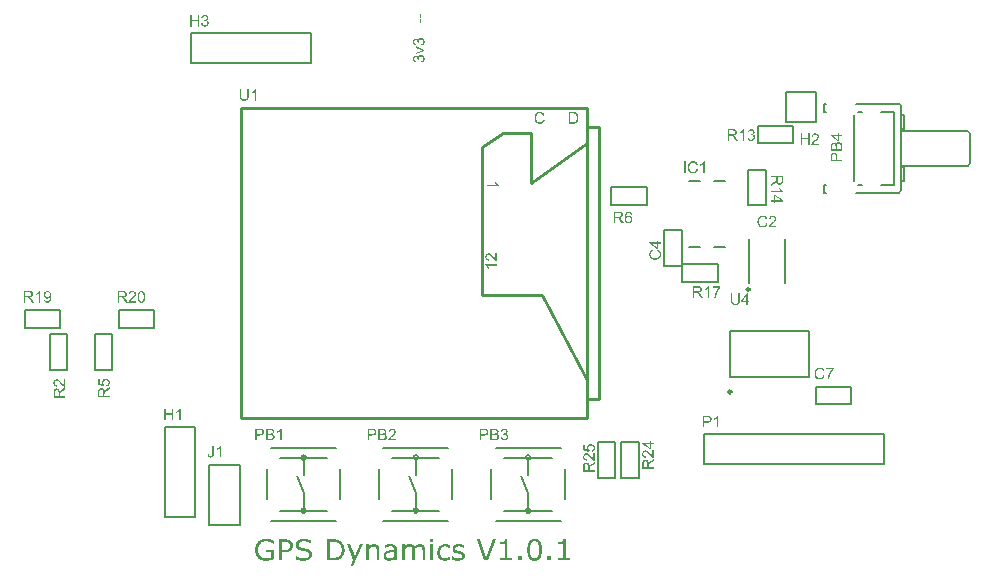
<source format=gto>
G04 Layer_Color=65535*
%FSLAX44Y44*%
%MOMM*%
G71*
G01*
G75*
%ADD21C,0.2540*%
%ADD47C,0.2500*%
%ADD48C,0.2000*%
%ADD49C,0.1270*%
G36*
X442984Y255603D02*
X443058Y255574D01*
X443177Y255544D01*
X443296Y255485D01*
X443459Y255425D01*
X443623Y255366D01*
X443801Y255277D01*
X444202Y255083D01*
X444603Y254816D01*
X444990Y254519D01*
X445168Y254340D01*
X445331Y254147D01*
X445346Y254132D01*
X445361Y254103D01*
X445406Y254043D01*
X445465Y253954D01*
X445524Y253850D01*
X445599Y253731D01*
X445673Y253597D01*
X445747Y253434D01*
X445822Y253256D01*
X445896Y253062D01*
X445970Y252840D01*
X446030Y252617D01*
X446134Y252126D01*
X446149Y251859D01*
X446163Y251577D01*
Y251562D01*
Y251502D01*
Y251428D01*
X446149Y251309D01*
Y251175D01*
X446134Y251027D01*
X446104Y250849D01*
X446089Y250670D01*
X446000Y250254D01*
X445896Y249823D01*
X445732Y249407D01*
X445643Y249199D01*
X445524Y249006D01*
X445510Y248991D01*
X445495Y248961D01*
X445450Y248917D01*
X445406Y248843D01*
X445257Y248664D01*
X445049Y248456D01*
X444796Y248204D01*
X444469Y247966D01*
X444098Y247713D01*
X443667Y247505D01*
X443652D01*
X443608Y247490D01*
X443548Y247461D01*
X443459Y247431D01*
X443340Y247386D01*
X443206Y247342D01*
X443058Y247297D01*
X442880Y247253D01*
X442701Y247208D01*
X442493Y247163D01*
X442048Y247074D01*
X441572Y247015D01*
X441052Y247000D01*
X440903D01*
X440799Y247015D01*
X440666D01*
X440502Y247030D01*
X440339Y247045D01*
X440146Y247074D01*
X439729Y247149D01*
X439284Y247238D01*
X438823Y247386D01*
X438392Y247579D01*
X438377D01*
X438348Y247609D01*
X438288Y247639D01*
X438199Y247684D01*
X438110Y247743D01*
X438006Y247817D01*
X437753Y248010D01*
X437471Y248233D01*
X437189Y248516D01*
X436906Y248857D01*
X436669Y249229D01*
Y249244D01*
X436639Y249273D01*
X436609Y249333D01*
X436579Y249422D01*
X436535Y249511D01*
X436475Y249630D01*
X436431Y249779D01*
X436371Y249927D01*
X436312Y250091D01*
X436267Y250269D01*
X436163Y250670D01*
X436104Y251116D01*
X436074Y251591D01*
Y251606D01*
Y251651D01*
Y251740D01*
X436089Y251844D01*
X436104Y251963D01*
X436119Y252111D01*
X436134Y252275D01*
X436163Y252453D01*
X436253Y252840D01*
X436386Y253256D01*
X436475Y253464D01*
X436579Y253672D01*
X436698Y253865D01*
X436832Y254058D01*
X436847Y254073D01*
X436862Y254103D01*
X436906Y254147D01*
X436966Y254221D01*
X437040Y254296D01*
X437144Y254400D01*
X437248Y254504D01*
X437367Y254608D01*
X437515Y254727D01*
X437664Y254831D01*
X437842Y254950D01*
X438036Y255068D01*
X438229Y255172D01*
X438452Y255277D01*
X438927Y255455D01*
X439224Y254177D01*
X439209D01*
X439180Y254162D01*
X439120Y254147D01*
X439046Y254117D01*
X438957Y254073D01*
X438853Y254028D01*
X438630Y253924D01*
X438377Y253791D01*
X438110Y253612D01*
X437872Y253419D01*
X437664Y253181D01*
X437649Y253152D01*
X437590Y253062D01*
X437515Y252929D01*
X437411Y252736D01*
X437322Y252513D01*
X437248Y252230D01*
X437189Y251918D01*
X437174Y251562D01*
Y251547D01*
Y251517D01*
Y251458D01*
X437189Y251383D01*
Y251279D01*
X437203Y251175D01*
X437248Y250908D01*
X437308Y250611D01*
X437411Y250299D01*
X437545Y249987D01*
X437724Y249690D01*
Y249675D01*
X437753Y249660D01*
X437827Y249571D01*
X437946Y249437D01*
X438110Y249273D01*
X438318Y249110D01*
X438556Y248932D01*
X438853Y248768D01*
X439180Y248634D01*
X439195D01*
X439224Y248620D01*
X439269Y248605D01*
X439343Y248590D01*
X439417Y248560D01*
X439521Y248545D01*
X439759Y248486D01*
X440042Y248426D01*
X440354Y248382D01*
X440695Y248352D01*
X441052Y248337D01*
X441260D01*
X441364Y248352D01*
X441498D01*
X441632Y248367D01*
X441780Y248382D01*
X442122Y248426D01*
X442493Y248486D01*
X442865Y248575D01*
X443221Y248694D01*
X443236D01*
X443266Y248709D01*
X443311Y248738D01*
X443370Y248768D01*
X443548Y248843D01*
X443741Y248961D01*
X443979Y249125D01*
X444202Y249318D01*
X444425Y249541D01*
X444618Y249808D01*
Y249823D01*
X444633Y249838D01*
X444663Y249883D01*
X444692Y249942D01*
X444752Y250105D01*
X444841Y250313D01*
X444915Y250551D01*
X444990Y250834D01*
X445049Y251146D01*
X445064Y251472D01*
Y251487D01*
Y251517D01*
Y251577D01*
X445049Y251651D01*
Y251740D01*
X445034Y251859D01*
X444990Y252111D01*
X444915Y252394D01*
X444796Y252706D01*
X444648Y253003D01*
X444440Y253300D01*
X444425Y253315D01*
X444410Y253330D01*
X444321Y253419D01*
X444172Y253553D01*
X443979Y253716D01*
X443712Y253880D01*
X443400Y254058D01*
X443013Y254207D01*
X442582Y254326D01*
X442909Y255618D01*
X442924D01*
X442984Y255603D01*
D02*
G37*
G36*
X55118Y444464D02*
X53825D01*
Y449070D01*
X48773D01*
Y444464D01*
X47480D01*
Y454226D01*
X48773D01*
Y450214D01*
X53825D01*
Y454226D01*
X55118D01*
Y444464D01*
D02*
G37*
G36*
X60125Y454256D02*
X60318Y454226D01*
X60541Y454182D01*
X60794Y454122D01*
X61046Y454033D01*
X61299Y453914D01*
X61314D01*
X61329Y453899D01*
X61418Y453855D01*
X61537Y453781D01*
X61685Y453677D01*
X61849Y453543D01*
X62027Y453379D01*
X62190Y453186D01*
X62339Y452978D01*
X62354Y452948D01*
X62398Y452874D01*
X62458Y452755D01*
X62517Y452607D01*
X62577Y452414D01*
X62636Y452206D01*
X62681Y451983D01*
X62696Y451730D01*
Y451700D01*
Y451626D01*
X62681Y451507D01*
X62651Y451359D01*
X62607Y451180D01*
X62547Y450987D01*
X62473Y450779D01*
X62354Y450586D01*
X62339Y450556D01*
X62294Y450497D01*
X62205Y450408D01*
X62101Y450289D01*
X61953Y450155D01*
X61789Y450021D01*
X61581Y449873D01*
X61343Y449754D01*
X61358D01*
X61388Y449739D01*
X61433D01*
X61492Y449709D01*
X61641Y449665D01*
X61834Y449576D01*
X62042Y449472D01*
X62265Y449323D01*
X62488Y449145D01*
X62681Y448922D01*
X62696Y448892D01*
X62755Y448803D01*
X62829Y448669D01*
X62933Y448491D01*
X63022Y448268D01*
X63097Y448000D01*
X63156Y447688D01*
X63171Y447347D01*
Y447332D01*
Y447287D01*
Y447228D01*
X63156Y447139D01*
X63141Y447020D01*
X63127Y446901D01*
X63097Y446752D01*
X63052Y446604D01*
X62948Y446262D01*
X62874Y446069D01*
X62770Y445891D01*
X62666Y445712D01*
X62547Y445534D01*
X62398Y445355D01*
X62235Y445177D01*
X62220Y445162D01*
X62190Y445133D01*
X62146Y445103D01*
X62071Y445043D01*
X61982Y444969D01*
X61863Y444895D01*
X61730Y444821D01*
X61596Y444746D01*
X61433Y444657D01*
X61254Y444583D01*
X61061Y444509D01*
X60853Y444434D01*
X60630Y444375D01*
X60392Y444345D01*
X60140Y444315D01*
X59887Y444301D01*
X59768D01*
X59679Y444315D01*
X59560Y444330D01*
X59441Y444345D01*
X59293Y444360D01*
X59144Y444390D01*
X58802Y444479D01*
X58446Y444627D01*
X58268Y444702D01*
X58104Y444806D01*
X57926Y444925D01*
X57762Y445058D01*
X57748Y445073D01*
X57733Y445088D01*
X57688Y445133D01*
X57629Y445192D01*
X57569Y445281D01*
X57495Y445370D01*
X57406Y445474D01*
X57332Y445593D01*
X57153Y445891D01*
X57005Y446232D01*
X56871Y446619D01*
X56826Y446827D01*
X56797Y447049D01*
X58000Y447213D01*
Y447198D01*
X58015Y447168D01*
Y447109D01*
X58045Y447049D01*
X58089Y446871D01*
X58164Y446648D01*
X58253Y446410D01*
X58372Y446158D01*
X58520Y445935D01*
X58684Y445742D01*
X58713Y445727D01*
X58773Y445668D01*
X58877Y445608D01*
X59025Y445519D01*
X59189Y445445D01*
X59397Y445370D01*
X59635Y445311D01*
X59887Y445296D01*
X59976D01*
X60036Y445311D01*
X60184Y445326D01*
X60378Y445370D01*
X60615Y445445D01*
X60853Y445534D01*
X61091Y445682D01*
X61314Y445876D01*
X61343Y445905D01*
X61403Y445980D01*
X61492Y446099D01*
X61611Y446277D01*
X61715Y446485D01*
X61804Y446737D01*
X61863Y447020D01*
X61893Y447332D01*
Y447347D01*
Y447361D01*
Y447406D01*
X61878Y447466D01*
X61863Y447614D01*
X61819Y447807D01*
X61760Y448015D01*
X61656Y448253D01*
X61522Y448476D01*
X61343Y448684D01*
X61314Y448714D01*
X61254Y448773D01*
X61135Y448847D01*
X60972Y448951D01*
X60779Y449055D01*
X60541Y449130D01*
X60288Y449189D01*
X59991Y449219D01*
X59858D01*
X59753Y449204D01*
X59635Y449189D01*
X59486Y449174D01*
X59323Y449145D01*
X59144Y449100D01*
X59278Y450155D01*
X59352D01*
X59412Y450140D01*
X59605D01*
X59739Y450155D01*
X59932Y450185D01*
X60140Y450229D01*
X60363Y450304D01*
X60601Y450393D01*
X60838Y450527D01*
X60868Y450541D01*
X60942Y450601D01*
X61031Y450705D01*
X61150Y450839D01*
X61269Y451002D01*
X61358Y451210D01*
X61433Y451463D01*
X61462Y451760D01*
Y451775D01*
Y451790D01*
Y451864D01*
X61433Y451983D01*
X61403Y452146D01*
X61358Y452310D01*
X61269Y452488D01*
X61165Y452681D01*
X61017Y452845D01*
X61002Y452859D01*
X60942Y452919D01*
X60838Y452993D01*
X60704Y453067D01*
X60541Y453157D01*
X60348Y453216D01*
X60125Y453275D01*
X59872Y453290D01*
X59753D01*
X59620Y453260D01*
X59471Y453231D01*
X59278Y453186D01*
X59085Y453097D01*
X58892Y452993D01*
X58699Y452845D01*
X58684Y452830D01*
X58624Y452770D01*
X58550Y452666D01*
X58461Y452518D01*
X58357Y452339D01*
X58268Y452116D01*
X58179Y451849D01*
X58119Y451537D01*
X56915Y451745D01*
Y451760D01*
X56930Y451804D01*
X56945Y451864D01*
X56960Y451938D01*
X56990Y452042D01*
X57020Y452161D01*
X57123Y452428D01*
X57242Y452726D01*
X57421Y453038D01*
X57629Y453335D01*
X57896Y453602D01*
X57911Y453617D01*
X57926Y453632D01*
X57970Y453662D01*
X58045Y453706D01*
X58119Y453751D01*
X58208Y453810D01*
X58431Y453944D01*
X58713Y454063D01*
X59055Y454167D01*
X59427Y454241D01*
X59635Y454271D01*
X59976D01*
X60125Y454256D01*
D02*
G37*
G36*
X516349Y347750D02*
X515145D01*
Y355387D01*
X515130Y355373D01*
X515071Y355313D01*
X514967Y355239D01*
X514833Y355135D01*
X514669Y355001D01*
X514476Y354868D01*
X514254Y354704D01*
X514001Y354555D01*
X513986D01*
X513971Y354541D01*
X513882Y354481D01*
X513748Y354407D01*
X513585Y354318D01*
X513392Y354214D01*
X513184Y354124D01*
X512961Y354021D01*
X512753Y353931D01*
Y355105D01*
X512768D01*
X512797Y355120D01*
X512857Y355150D01*
X512916Y355194D01*
X513005Y355239D01*
X513109Y355284D01*
X513347Y355417D01*
X513615Y355581D01*
X513912Y355774D01*
X514209Y355997D01*
X514491Y356235D01*
X514506Y356249D01*
X514521Y356264D01*
X514610Y356353D01*
X514744Y356487D01*
X514907Y356651D01*
X515086Y356859D01*
X515264Y357081D01*
X515427Y357319D01*
X515561Y357557D01*
X516349D01*
Y347750D01*
D02*
G37*
G36*
X507151Y357497D02*
X507270D01*
X507567Y357483D01*
X507879Y357453D01*
X508206Y357393D01*
X508518Y357334D01*
X508666Y357290D01*
X508800Y357245D01*
X508815D01*
X508830Y357230D01*
X508919Y357200D01*
X509038Y357126D01*
X509187Y357022D01*
X509365Y356903D01*
X509543Y356740D01*
X509721Y356547D01*
X509885Y356309D01*
X509900Y356279D01*
X509944Y356190D01*
X510019Y356056D01*
X510093Y355878D01*
X510167Y355655D01*
X510242Y355402D01*
X510286Y355135D01*
X510301Y354838D01*
Y354823D01*
Y354793D01*
Y354734D01*
X510286Y354659D01*
Y354570D01*
X510271Y354466D01*
X510212Y354229D01*
X510137Y353946D01*
X510019Y353664D01*
X509840Y353367D01*
X509736Y353218D01*
X509618Y353084D01*
X509588Y353055D01*
X509543Y353025D01*
X509499Y352966D01*
X509424Y352921D01*
X509335Y352847D01*
X509231Y352787D01*
X509112Y352713D01*
X508979Y352639D01*
X508815Y352564D01*
X508652Y352490D01*
X508459Y352416D01*
X508265Y352341D01*
X508042Y352282D01*
X507805Y352237D01*
X507552Y352193D01*
X507582Y352178D01*
X507641Y352148D01*
X507730Y352104D01*
X507834Y352044D01*
X508087Y351881D01*
X508221Y351792D01*
X508325Y351702D01*
X508354Y351673D01*
X508429Y351613D01*
X508533Y351494D01*
X508666Y351346D01*
X508830Y351153D01*
X509008Y350930D01*
X509201Y350677D01*
X509395Y350395D01*
X511088Y347750D01*
X509469D01*
X508176Y349771D01*
Y349786D01*
X508146Y349815D01*
X508117Y349860D01*
X508087Y349919D01*
X507983Y350068D01*
X507849Y350261D01*
X507701Y350484D01*
X507537Y350707D01*
X507389Y350915D01*
X507240Y351108D01*
X507225Y351123D01*
X507181Y351182D01*
X507106Y351272D01*
X507032Y351376D01*
X506809Y351584D01*
X506705Y351688D01*
X506586Y351762D01*
X506571Y351777D01*
X506542Y351792D01*
X506482Y351821D01*
X506408Y351866D01*
X506230Y351955D01*
X506007Y352029D01*
X505992D01*
X505962Y352044D01*
X505903D01*
X505828Y352059D01*
X505724Y352074D01*
X505606D01*
X505457Y352089D01*
X503793D01*
Y347750D01*
X502500D01*
Y357512D01*
X507032D01*
X507151Y357497D01*
D02*
G37*
G36*
X443667Y261755D02*
X446000D01*
Y260551D01*
X443667D01*
Y256317D01*
X442568D01*
X436253Y260774D01*
Y261755D01*
X442568D01*
Y263077D01*
X443667D01*
Y261755D01*
D02*
G37*
G36*
X-1194Y220576D02*
X-1076Y220561D01*
X-942Y220546D01*
X-793Y220532D01*
X-630Y220487D01*
X-273Y220398D01*
X98Y220264D01*
X291Y220175D01*
X470Y220071D01*
X633Y219937D01*
X797Y219803D01*
X812Y219789D01*
X826Y219774D01*
X871Y219729D01*
X930Y219670D01*
X990Y219580D01*
X1064Y219491D01*
X1213Y219268D01*
X1361Y218986D01*
X1495Y218659D01*
X1599Y218288D01*
X1614Y218080D01*
X1629Y217872D01*
Y217842D01*
Y217768D01*
X1614Y217649D01*
X1599Y217500D01*
X1569Y217322D01*
X1525Y217129D01*
X1465Y216921D01*
X1376Y216713D01*
X1361Y216683D01*
X1332Y216609D01*
X1272Y216505D01*
X1183Y216356D01*
X1079Y216178D01*
X945Y215970D01*
X767Y215762D01*
X574Y215524D01*
X544Y215494D01*
X470Y215405D01*
X336Y215271D01*
X247Y215182D01*
X143Y215078D01*
X24Y214959D01*
X-125Y214826D01*
X-273Y214692D01*
X-437Y214529D01*
X-615Y214365D01*
X-823Y214187D01*
X-1031Y214008D01*
X-1269Y213800D01*
X-1284Y213785D01*
X-1313Y213756D01*
X-1373Y213711D01*
X-1447Y213652D01*
X-1625Y213503D01*
X-1848Y213310D01*
X-2071Y213102D01*
X-2309Y212894D01*
X-2502Y212716D01*
X-2576Y212641D01*
X-2651Y212567D01*
X-2666Y212552D01*
X-2695Y212508D01*
X-2755Y212448D01*
X-2829Y212359D01*
X-2992Y212166D01*
X-3156Y211928D01*
X1644D01*
Y210784D01*
X-4820D01*
Y210799D01*
Y210858D01*
Y210947D01*
X-4805Y211052D01*
X-4790Y211170D01*
X-4775Y211304D01*
X-4731Y211453D01*
X-4686Y211601D01*
Y211616D01*
X-4671Y211631D01*
X-4642Y211720D01*
X-4582Y211839D01*
X-4493Y212017D01*
X-4389Y212211D01*
X-4241Y212433D01*
X-4092Y212656D01*
X-3899Y212894D01*
Y212909D01*
X-3869Y212924D01*
X-3795Y213013D01*
X-3676Y213147D01*
X-3498Y213325D01*
X-3275Y213533D01*
X-3007Y213785D01*
X-2680Y214068D01*
X-2324Y214380D01*
X-2309Y214395D01*
X-2249Y214439D01*
X-2175Y214499D01*
X-2071Y214603D01*
X-1937Y214707D01*
X-1789Y214841D01*
X-1462Y215123D01*
X-1105Y215465D01*
X-749Y215806D01*
X-570Y215970D01*
X-422Y216133D01*
X-288Y216297D01*
X-169Y216445D01*
Y216460D01*
X-139Y216475D01*
X-110Y216520D01*
X-80Y216579D01*
X9Y216728D01*
X113Y216921D01*
X217Y217144D01*
X306Y217381D01*
X366Y217649D01*
X395Y217901D01*
Y217916D01*
Y217931D01*
X381Y218020D01*
X366Y218154D01*
X336Y218318D01*
X262Y218511D01*
X173Y218704D01*
X54Y218912D01*
X-125Y219105D01*
X-154Y219120D01*
X-214Y219179D01*
X-333Y219254D01*
X-481Y219358D01*
X-674Y219447D01*
X-897Y219521D01*
X-1165Y219580D01*
X-1462Y219595D01*
X-1551D01*
X-1611Y219580D01*
X-1759Y219566D01*
X-1952Y219536D01*
X-2175Y219462D01*
X-2413Y219373D01*
X-2636Y219239D01*
X-2844Y219060D01*
X-2859Y219031D01*
X-2918Y218971D01*
X-3007Y218852D01*
X-3096Y218689D01*
X-3200Y218481D01*
X-3275Y218243D01*
X-3334Y217961D01*
X-3364Y217634D01*
X-4597Y217768D01*
Y217783D01*
Y217827D01*
X-4582Y217901D01*
X-4567Y217991D01*
X-4538Y218109D01*
X-4523Y218243D01*
X-4434Y218540D01*
X-4315Y218882D01*
X-4151Y219224D01*
X-3929Y219566D01*
X-3810Y219714D01*
X-3661Y219863D01*
X-3646Y219878D01*
X-3616Y219893D01*
X-3572Y219937D01*
X-3512Y219982D01*
X-3423Y220026D01*
X-3319Y220101D01*
X-3200Y220160D01*
X-3067Y220234D01*
X-2918Y220294D01*
X-2755Y220368D01*
X-2561Y220427D01*
X-2368Y220472D01*
X-1922Y220561D01*
X-1685Y220576D01*
X-1432Y220591D01*
X-1298D01*
X-1194Y220576D01*
D02*
G37*
G36*
X-79539Y210768D02*
X-80743D01*
Y218406D01*
X-80758Y218391D01*
X-80817Y218331D01*
X-80921Y218257D01*
X-81055Y218153D01*
X-81219Y218019D01*
X-81412Y217885D01*
X-81635Y217722D01*
X-81887Y217574D01*
X-81902D01*
X-81917Y217559D01*
X-82006Y217499D01*
X-82140Y217425D01*
X-82303Y217336D01*
X-82496Y217232D01*
X-82704Y217143D01*
X-82927Y217038D01*
X-83135Y216949D01*
Y218123D01*
X-83120D01*
X-83091Y218138D01*
X-83031Y218168D01*
X-82972Y218212D01*
X-82883Y218257D01*
X-82779Y218302D01*
X-82541Y218435D01*
X-82274Y218599D01*
X-81976Y218792D01*
X-81679Y219015D01*
X-81397Y219252D01*
X-81382Y219267D01*
X-81367Y219282D01*
X-81278Y219371D01*
X-81144Y219505D01*
X-80981Y219669D01*
X-80802Y219877D01*
X-80624Y220100D01*
X-80461Y220337D01*
X-80327Y220575D01*
X-79539D01*
Y210768D01*
D02*
G37*
G36*
X-88737Y220515D02*
X-88618D01*
X-88321Y220501D01*
X-88009Y220471D01*
X-87682Y220411D01*
X-87370Y220352D01*
X-87221Y220308D01*
X-87088Y220263D01*
X-87073D01*
X-87058Y220248D01*
X-86969Y220218D01*
X-86850Y220144D01*
X-86701Y220040D01*
X-86523Y219921D01*
X-86345Y219758D01*
X-86166Y219565D01*
X-86003Y219327D01*
X-85988Y219297D01*
X-85944Y219208D01*
X-85869Y219074D01*
X-85795Y218896D01*
X-85721Y218673D01*
X-85646Y218420D01*
X-85602Y218153D01*
X-85587Y217856D01*
Y217841D01*
Y217811D01*
Y217752D01*
X-85602Y217677D01*
Y217588D01*
X-85617Y217484D01*
X-85676Y217247D01*
X-85751Y216964D01*
X-85869Y216682D01*
X-86048Y216385D01*
X-86152Y216236D01*
X-86271Y216102D01*
X-86300Y216073D01*
X-86345Y216043D01*
X-86389Y215984D01*
X-86464Y215939D01*
X-86553Y215865D01*
X-86657Y215805D01*
X-86776Y215731D01*
X-86910Y215657D01*
X-87073Y215582D01*
X-87236Y215508D01*
X-87430Y215434D01*
X-87623Y215359D01*
X-87846Y215300D01*
X-88083Y215255D01*
X-88336Y215211D01*
X-88306Y215196D01*
X-88247Y215166D01*
X-88158Y215122D01*
X-88054Y215062D01*
X-87801Y214899D01*
X-87667Y214810D01*
X-87563Y214720D01*
X-87534Y214691D01*
X-87459Y214631D01*
X-87355Y214513D01*
X-87221Y214364D01*
X-87058Y214171D01*
X-86880Y213948D01*
X-86687Y213695D01*
X-86493Y213413D01*
X-84799Y210768D01*
X-86419D01*
X-87712Y212789D01*
Y212804D01*
X-87742Y212833D01*
X-87771Y212878D01*
X-87801Y212937D01*
X-87905Y213086D01*
X-88039Y213279D01*
X-88187Y213502D01*
X-88351Y213725D01*
X-88499Y213933D01*
X-88648Y214126D01*
X-88663Y214141D01*
X-88707Y214200D01*
X-88782Y214290D01*
X-88856Y214394D01*
X-89079Y214602D01*
X-89183Y214706D01*
X-89302Y214780D01*
X-89317Y214795D01*
X-89346Y214810D01*
X-89406Y214839D01*
X-89480Y214884D01*
X-89658Y214973D01*
X-89881Y215047D01*
X-89896D01*
X-89926Y215062D01*
X-89985D01*
X-90060Y215077D01*
X-90164Y215092D01*
X-90282D01*
X-90431Y215107D01*
X-92095D01*
Y210768D01*
X-93388D01*
Y220530D01*
X-88856D01*
X-88737Y220515D01*
D02*
G37*
G36*
X253295Y8197D02*
X250747D01*
Y10540D01*
X253295D01*
Y8197D01*
D02*
G37*
G36*
X-9337Y220532D02*
X-9218D01*
X-8921Y220517D01*
X-8609Y220487D01*
X-8282Y220427D01*
X-7970Y220368D01*
X-7821Y220324D01*
X-7688Y220279D01*
X-7673D01*
X-7658Y220264D01*
X-7569Y220234D01*
X-7450Y220160D01*
X-7301Y220056D01*
X-7123Y219937D01*
X-6945Y219774D01*
X-6766Y219580D01*
X-6603Y219343D01*
X-6588Y219313D01*
X-6544Y219224D01*
X-6469Y219090D01*
X-6395Y218912D01*
X-6321Y218689D01*
X-6247Y218436D01*
X-6202Y218169D01*
X-6187Y217872D01*
Y217857D01*
Y217827D01*
Y217768D01*
X-6202Y217693D01*
Y217604D01*
X-6217Y217500D01*
X-6276Y217262D01*
X-6350Y216980D01*
X-6469Y216698D01*
X-6648Y216401D01*
X-6752Y216252D01*
X-6870Y216118D01*
X-6900Y216089D01*
X-6945Y216059D01*
X-6989Y216000D01*
X-7064Y215955D01*
X-7153Y215881D01*
X-7257Y215821D01*
X-7376Y215747D01*
X-7509Y215673D01*
X-7673Y215598D01*
X-7836Y215524D01*
X-8030Y215450D01*
X-8223Y215375D01*
X-8446Y215316D01*
X-8683Y215271D01*
X-8936Y215227D01*
X-8906Y215212D01*
X-8847Y215182D01*
X-8758Y215138D01*
X-8654Y215078D01*
X-8401Y214915D01*
X-8267Y214826D01*
X-8163Y214736D01*
X-8134Y214707D01*
X-8059Y214647D01*
X-7955Y214529D01*
X-7821Y214380D01*
X-7658Y214187D01*
X-7480Y213964D01*
X-7287Y213711D01*
X-7093Y213429D01*
X-5400Y210784D01*
X-7019D01*
X-8312Y212805D01*
Y212820D01*
X-8342Y212849D01*
X-8371Y212894D01*
X-8401Y212953D01*
X-8505Y213102D01*
X-8639Y213295D01*
X-8787Y213518D01*
X-8951Y213741D01*
X-9099Y213949D01*
X-9248Y214142D01*
X-9263Y214157D01*
X-9307Y214216D01*
X-9382Y214306D01*
X-9456Y214410D01*
X-9679Y214618D01*
X-9783Y214722D01*
X-9902Y214796D01*
X-9917Y214811D01*
X-9946Y214826D01*
X-10006Y214855D01*
X-10080Y214900D01*
X-10258Y214989D01*
X-10481Y215063D01*
X-10496D01*
X-10526Y215078D01*
X-10585D01*
X-10660Y215093D01*
X-10764Y215108D01*
X-10883D01*
X-11031Y215123D01*
X-12695D01*
Y210784D01*
X-13988D01*
Y220546D01*
X-9456D01*
X-9337Y220532D01*
D02*
G37*
G36*
X6384Y220576D02*
X6562Y220546D01*
X6770Y220517D01*
X7008Y220457D01*
X7246Y220368D01*
X7468Y220264D01*
X7498Y220249D01*
X7572Y220205D01*
X7676Y220130D01*
X7825Y220041D01*
X7974Y219907D01*
X8137Y219744D01*
X8300Y219566D01*
X8449Y219358D01*
X8464Y219328D01*
X8508Y219254D01*
X8583Y219120D01*
X8672Y218957D01*
X8761Y218748D01*
X8865Y218496D01*
X8969Y218214D01*
X9058Y217901D01*
Y217887D01*
X9073Y217857D01*
Y217812D01*
X9088Y217738D01*
X9118Y217664D01*
X9133Y217560D01*
X9147Y217426D01*
X9177Y217292D01*
X9192Y217129D01*
X9207Y216965D01*
X9237Y216772D01*
X9251Y216564D01*
X9266Y216341D01*
Y216118D01*
X9281Y215598D01*
Y215583D01*
Y215524D01*
Y215435D01*
Y215316D01*
X9266Y215167D01*
Y215004D01*
X9251Y214811D01*
X9237Y214603D01*
X9192Y214157D01*
X9133Y213696D01*
X9043Y213236D01*
X8984Y213028D01*
X8925Y212820D01*
Y212805D01*
X8910Y212775D01*
X8895Y212716D01*
X8865Y212641D01*
X8821Y212552D01*
X8776Y212463D01*
X8657Y212225D01*
X8508Y211958D01*
X8330Y211690D01*
X8122Y211423D01*
X7870Y211185D01*
X7855D01*
X7840Y211155D01*
X7795Y211141D01*
X7751Y211096D01*
X7587Y211007D01*
X7394Y210903D01*
X7127Y210799D01*
X6830Y210710D01*
X6488Y210650D01*
X6101Y210621D01*
X5968D01*
X5864Y210635D01*
X5745Y210650D01*
X5611Y210680D01*
X5462Y210710D01*
X5299Y210739D01*
X4942Y210858D01*
X4749Y210947D01*
X4571Y211037D01*
X4378Y211155D01*
X4199Y211289D01*
X4036Y211438D01*
X3873Y211616D01*
X3858Y211631D01*
X3828Y211675D01*
X3783Y211750D01*
X3724Y211854D01*
X3650Y211988D01*
X3575Y212151D01*
X3486Y212344D01*
X3397Y212582D01*
X3308Y212835D01*
X3219Y213132D01*
X3144Y213459D01*
X3070Y213815D01*
X3011Y214216D01*
X2966Y214632D01*
X2936Y215108D01*
X2921Y215598D01*
Y215613D01*
Y215673D01*
Y215762D01*
Y215881D01*
X2936Y216029D01*
Y216193D01*
X2951Y216386D01*
X2966Y216594D01*
X3011Y217040D01*
X3070Y217500D01*
X3144Y217961D01*
X3204Y218169D01*
X3263Y218377D01*
Y218392D01*
X3278Y218421D01*
X3308Y218481D01*
X3338Y218555D01*
X3367Y218644D01*
X3412Y218748D01*
X3531Y218986D01*
X3679Y219254D01*
X3858Y219521D01*
X4066Y219774D01*
X4318Y220011D01*
X4333D01*
X4348Y220041D01*
X4393Y220071D01*
X4452Y220101D01*
X4601Y220190D01*
X4809Y220309D01*
X5061Y220413D01*
X5373Y220502D01*
X5715Y220561D01*
X6101Y220591D01*
X6235D01*
X6384Y220576D01*
D02*
G37*
G36*
X-73254Y220560D02*
X-73180D01*
X-73076Y220545D01*
X-72838Y220515D01*
X-72571Y220441D01*
X-72288Y220352D01*
X-71976Y220233D01*
X-71679Y220055D01*
X-71664D01*
X-71649Y220025D01*
X-71605Y219995D01*
X-71545Y219966D01*
X-71411Y219847D01*
X-71233Y219683D01*
X-71040Y219461D01*
X-70832Y219223D01*
X-70639Y218926D01*
X-70475Y218584D01*
Y218569D01*
X-70461Y218539D01*
X-70431Y218480D01*
X-70416Y218406D01*
X-70371Y218316D01*
X-70342Y218197D01*
X-70312Y218049D01*
X-70267Y217885D01*
X-70223Y217707D01*
X-70193Y217499D01*
X-70149Y217276D01*
X-70119Y217038D01*
X-70104Y216771D01*
X-70074Y216489D01*
X-70059Y216177D01*
Y215850D01*
Y215835D01*
Y215761D01*
Y215672D01*
Y215538D01*
X-70074Y215389D01*
Y215196D01*
X-70089Y215003D01*
X-70104Y214780D01*
X-70163Y214305D01*
X-70238Y213799D01*
X-70342Y213309D01*
X-70401Y213086D01*
X-70475Y212863D01*
Y212848D01*
X-70490Y212819D01*
X-70520Y212759D01*
X-70550Y212685D01*
X-70594Y212581D01*
X-70639Y212477D01*
X-70773Y212239D01*
X-70951Y211957D01*
X-71159Y211674D01*
X-71397Y211407D01*
X-71679Y211169D01*
X-71694D01*
X-71709Y211140D01*
X-71753Y211125D01*
X-71828Y211080D01*
X-71902Y211035D01*
X-71991Y210991D01*
X-72214Y210887D01*
X-72496Y210783D01*
X-72808Y210694D01*
X-73180Y210634D01*
X-73566Y210605D01*
X-73670D01*
X-73759Y210619D01*
X-73848D01*
X-73967Y210634D01*
X-74235Y210679D01*
X-74532Y210753D01*
X-74844Y210872D01*
X-75141Y211021D01*
X-75438Y211229D01*
X-75453Y211243D01*
X-75468Y211258D01*
X-75557Y211348D01*
X-75676Y211496D01*
X-75825Y211689D01*
X-75973Y211942D01*
X-76107Y212254D01*
X-76226Y212610D01*
X-76300Y213027D01*
X-75156Y213116D01*
Y213101D01*
Y213086D01*
X-75141Y213041D01*
X-75126Y212982D01*
X-75097Y212833D01*
X-75037Y212670D01*
X-74963Y212477D01*
X-74874Y212284D01*
X-74755Y212090D01*
X-74606Y211942D01*
X-74591Y211927D01*
X-74532Y211882D01*
X-74443Y211823D01*
X-74309Y211764D01*
X-74160Y211704D01*
X-73982Y211645D01*
X-73774Y211600D01*
X-73536Y211585D01*
X-73447D01*
X-73343Y211600D01*
X-73210Y211615D01*
X-73061Y211645D01*
X-72897Y211689D01*
X-72734Y211749D01*
X-72571Y211838D01*
X-72556Y211853D01*
X-72496Y211882D01*
X-72422Y211942D01*
X-72333Y212016D01*
X-72214Y212105D01*
X-72110Y212224D01*
X-71991Y212358D01*
X-71887Y212507D01*
X-71872Y212521D01*
X-71842Y212581D01*
X-71798Y212685D01*
X-71724Y212819D01*
X-71664Y212982D01*
X-71590Y213175D01*
X-71516Y213398D01*
X-71441Y213651D01*
Y213666D01*
X-71426Y213680D01*
Y213725D01*
X-71411Y213769D01*
X-71382Y213918D01*
X-71352Y214111D01*
X-71322Y214334D01*
X-71293Y214572D01*
X-71263Y214839D01*
Y215122D01*
Y215137D01*
Y215181D01*
Y215255D01*
Y215359D01*
X-71278Y215330D01*
X-71337Y215270D01*
X-71411Y215151D01*
X-71530Y215033D01*
X-71664Y214884D01*
X-71842Y214720D01*
X-72036Y214572D01*
X-72259Y214423D01*
X-72288Y214408D01*
X-72362Y214364D01*
X-72496Y214319D01*
X-72660Y214260D01*
X-72853Y214186D01*
X-73076Y214141D01*
X-73328Y214096D01*
X-73596Y214082D01*
X-73715D01*
X-73804Y214096D01*
X-73908Y214111D01*
X-74027Y214126D01*
X-74309Y214186D01*
X-74636Y214290D01*
X-74799Y214364D01*
X-74978Y214453D01*
X-75141Y214557D01*
X-75319Y214676D01*
X-75483Y214810D01*
X-75646Y214958D01*
X-75661Y214973D01*
X-75676Y215003D01*
X-75721Y215047D01*
X-75780Y215122D01*
X-75840Y215211D01*
X-75914Y215315D01*
X-75988Y215434D01*
X-76062Y215582D01*
X-76137Y215731D01*
X-76211Y215909D01*
X-76285Y216102D01*
X-76345Y216310D01*
X-76404Y216533D01*
X-76449Y216756D01*
X-76464Y217009D01*
X-76479Y217276D01*
Y217291D01*
Y217336D01*
Y217425D01*
X-76464Y217529D01*
X-76449Y217648D01*
X-76434Y217796D01*
X-76404Y217960D01*
X-76374Y218138D01*
X-76270Y218510D01*
X-76196Y218718D01*
X-76107Y218911D01*
X-76018Y219119D01*
X-75899Y219312D01*
X-75765Y219490D01*
X-75617Y219669D01*
X-75602Y219683D01*
X-75572Y219713D01*
X-75528Y219758D01*
X-75453Y219817D01*
X-75379Y219877D01*
X-75275Y219951D01*
X-75156Y220040D01*
X-75007Y220129D01*
X-74859Y220203D01*
X-74695Y220293D01*
X-74324Y220441D01*
X-74116Y220486D01*
X-73893Y220530D01*
X-73655Y220560D01*
X-73418Y220575D01*
X-73328D01*
X-73254Y220560D01*
D02*
G37*
G36*
X486849Y214750D02*
X485645D01*
Y222388D01*
X485630Y222373D01*
X485571Y222313D01*
X485467Y222239D01*
X485333Y222135D01*
X485169Y222001D01*
X484976Y221868D01*
X484753Y221704D01*
X484501Y221555D01*
X484486D01*
X484471Y221541D01*
X484382Y221481D01*
X484248Y221407D01*
X484085Y221318D01*
X483892Y221214D01*
X483684Y221124D01*
X483461Y221021D01*
X483253Y220931D01*
Y222105D01*
X483268D01*
X483297Y222120D01*
X483357Y222150D01*
X483416Y222194D01*
X483505Y222239D01*
X483609Y222283D01*
X483847Y222417D01*
X484114Y222581D01*
X484412Y222774D01*
X484709Y222997D01*
X484991Y223235D01*
X485006Y223249D01*
X485021Y223264D01*
X485110Y223353D01*
X485244Y223487D01*
X485407Y223650D01*
X485586Y223859D01*
X485764Y224081D01*
X485927Y224319D01*
X486061Y224557D01*
X486849D01*
Y214750D01*
D02*
G37*
G36*
X477651Y224498D02*
X477770D01*
X478067Y224483D01*
X478379Y224453D01*
X478706Y224394D01*
X479018Y224334D01*
X479166Y224289D01*
X479300Y224245D01*
X479315D01*
X479330Y224230D01*
X479419Y224200D01*
X479538Y224126D01*
X479687Y224022D01*
X479865Y223903D01*
X480043Y223740D01*
X480221Y223547D01*
X480385Y223309D01*
X480400Y223279D01*
X480444Y223190D01*
X480519Y223056D01*
X480593Y222878D01*
X480667Y222655D01*
X480742Y222402D01*
X480786Y222135D01*
X480801Y221838D01*
Y221823D01*
Y221793D01*
Y221734D01*
X480786Y221659D01*
Y221570D01*
X480771Y221466D01*
X480712Y221229D01*
X480638Y220946D01*
X480519Y220664D01*
X480340Y220367D01*
X480236Y220218D01*
X480117Y220084D01*
X480088Y220055D01*
X480043Y220025D01*
X479999Y219965D01*
X479924Y219921D01*
X479835Y219847D01*
X479731Y219787D01*
X479612Y219713D01*
X479478Y219639D01*
X479315Y219564D01*
X479152Y219490D01*
X478959Y219416D01*
X478765Y219341D01*
X478542Y219282D01*
X478305Y219237D01*
X478052Y219193D01*
X478082Y219178D01*
X478141Y219148D01*
X478230Y219104D01*
X478334Y219044D01*
X478587Y218881D01*
X478721Y218792D01*
X478825Y218703D01*
X478854Y218673D01*
X478929Y218613D01*
X479033Y218494D01*
X479166Y218346D01*
X479330Y218153D01*
X479508Y217930D01*
X479701Y217677D01*
X479895Y217395D01*
X481589Y214750D01*
X479969D01*
X478676Y216771D01*
Y216786D01*
X478646Y216815D01*
X478617Y216860D01*
X478587Y216919D01*
X478483Y217068D01*
X478349Y217261D01*
X478201Y217484D01*
X478037Y217707D01*
X477889Y217915D01*
X477740Y218108D01*
X477725Y218123D01*
X477681Y218182D01*
X477606Y218272D01*
X477532Y218376D01*
X477309Y218584D01*
X477205Y218688D01*
X477086Y218762D01*
X477071Y218777D01*
X477042Y218792D01*
X476982Y218821D01*
X476908Y218866D01*
X476730Y218955D01*
X476507Y219029D01*
X476492D01*
X476462Y219044D01*
X476403D01*
X476328Y219059D01*
X476224Y219074D01*
X476105D01*
X475957Y219089D01*
X474293D01*
Y214750D01*
X473000D01*
Y224512D01*
X477532D01*
X477651Y224498D01*
D02*
G37*
G36*
X571888Y344250D02*
X570595D01*
Y348856D01*
X565543D01*
Y344250D01*
X564250D01*
Y354012D01*
X565543D01*
Y350000D01*
X570595D01*
Y354012D01*
X571888D01*
Y344250D01*
D02*
G37*
G36*
X546855Y307982D02*
X546870Y307953D01*
X546900Y307893D01*
X546944Y307834D01*
X546989Y307745D01*
X547034Y307641D01*
X547167Y307403D01*
X547331Y307136D01*
X547524Y306838D01*
X547747Y306541D01*
X547985Y306259D01*
X547999Y306244D01*
X548014Y306229D01*
X548103Y306140D01*
X548237Y306006D01*
X548400Y305843D01*
X548609Y305664D01*
X548831Y305486D01*
X549069Y305323D01*
X549307Y305189D01*
Y304401D01*
X539500D01*
Y305605D01*
X547137D01*
X547123Y305620D01*
X547063Y305679D01*
X546989Y305783D01*
X546885Y305917D01*
X546751Y306080D01*
X546617Y306274D01*
X546454Y306497D01*
X546305Y306749D01*
Y306764D01*
X546291Y306779D01*
X546231Y306868D01*
X546157Y307002D01*
X546068Y307165D01*
X545964Y307358D01*
X545874Y307566D01*
X545770Y307789D01*
X545681Y307997D01*
X546855D01*
Y307982D01*
D02*
G37*
G36*
X549248Y297284D02*
Y296303D01*
X542932D01*
Y294981D01*
X541833D01*
Y296303D01*
X539500D01*
Y297507D01*
X541833D01*
Y301742D01*
X542932D01*
X549248Y297284D01*
D02*
G37*
G36*
X496299Y223457D02*
X496284Y223442D01*
X496254Y223413D01*
X496210Y223353D01*
X496135Y223279D01*
X496061Y223175D01*
X495957Y223056D01*
X495838Y222908D01*
X495719Y222759D01*
X495586Y222581D01*
X495437Y222373D01*
X495274Y222165D01*
X495125Y221927D01*
X494962Y221674D01*
X494783Y221407D01*
X494620Y221110D01*
X494441Y220812D01*
X494427Y220798D01*
X494397Y220738D01*
X494352Y220649D01*
X494293Y220530D01*
X494219Y220382D01*
X494129Y220203D01*
X494025Y219995D01*
X493922Y219772D01*
X493817Y219535D01*
X493699Y219267D01*
X493580Y218985D01*
X493461Y218688D01*
X493238Y218078D01*
X493030Y217425D01*
Y217410D01*
X493015Y217365D01*
X493000Y217306D01*
X492971Y217217D01*
X492941Y217098D01*
X492911Y216964D01*
X492881Y216800D01*
X492837Y216637D01*
X492807Y216444D01*
X492762Y216236D01*
X492688Y215790D01*
X492629Y215285D01*
X492584Y214750D01*
X491351D01*
Y214765D01*
Y214809D01*
Y214869D01*
X491366Y214958D01*
Y215062D01*
X491381Y215196D01*
X491395Y215359D01*
X491410Y215523D01*
X491440Y215716D01*
X491470Y215939D01*
X491499Y216162D01*
X491544Y216399D01*
X491589Y216667D01*
X491648Y216934D01*
X491797Y217529D01*
Y217544D01*
X491811Y217603D01*
X491841Y217692D01*
X491871Y217811D01*
X491916Y217959D01*
X491975Y218123D01*
X492034Y218316D01*
X492109Y218539D01*
X492198Y218762D01*
X492287Y219014D01*
X492495Y219549D01*
X492748Y220114D01*
X493030Y220679D01*
X493045Y220694D01*
X493074Y220753D01*
X493119Y220827D01*
X493178Y220931D01*
X493253Y221065D01*
X493342Y221214D01*
X493446Y221377D01*
X493550Y221570D01*
X493817Y221971D01*
X494115Y222402D01*
X494427Y222833D01*
X494768Y223249D01*
X489984D01*
Y224394D01*
X496299D01*
Y223457D01*
D02*
G37*
G36*
X577014Y354042D02*
X577133Y354027D01*
X577267Y354012D01*
X577415Y353997D01*
X577579Y353953D01*
X577935Y353864D01*
X578307Y353730D01*
X578500Y353641D01*
X578678Y353537D01*
X578842Y353403D01*
X579005Y353269D01*
X579020Y353255D01*
X579035Y353240D01*
X579079Y353195D01*
X579139Y353136D01*
X579198Y353046D01*
X579272Y352957D01*
X579421Y352734D01*
X579570Y352452D01*
X579703Y352125D01*
X579807Y351754D01*
X579822Y351546D01*
X579837Y351338D01*
Y351308D01*
Y351234D01*
X579822Y351115D01*
X579807Y350966D01*
X579778Y350788D01*
X579733Y350595D01*
X579674Y350387D01*
X579585Y350179D01*
X579570Y350149D01*
X579540Y350075D01*
X579481Y349971D01*
X579391Y349822D01*
X579287Y349644D01*
X579154Y349436D01*
X578975Y349228D01*
X578782Y348990D01*
X578752Y348960D01*
X578678Y348871D01*
X578544Y348737D01*
X578455Y348648D01*
X578351Y348544D01*
X578232Y348425D01*
X578084Y348292D01*
X577935Y348158D01*
X577772Y347994D01*
X577593Y347831D01*
X577385Y347653D01*
X577177Y347474D01*
X576940Y347266D01*
X576925Y347252D01*
X576895Y347222D01*
X576836Y347177D01*
X576761Y347118D01*
X576583Y346969D01*
X576360Y346776D01*
X576137Y346568D01*
X575900Y346360D01*
X575706Y346182D01*
X575632Y346107D01*
X575558Y346033D01*
X575543Y346018D01*
X575513Y345974D01*
X575454Y345914D01*
X575379Y345825D01*
X575216Y345632D01*
X575052Y345394D01*
X579852D01*
Y344250D01*
X573388D01*
Y344265D01*
Y344324D01*
Y344413D01*
X573403Y344518D01*
X573418Y344636D01*
X573433Y344770D01*
X573477Y344919D01*
X573522Y345067D01*
Y345082D01*
X573537Y345097D01*
X573567Y345186D01*
X573626Y345305D01*
X573715Y345483D01*
X573819Y345676D01*
X573968Y345899D01*
X574116Y346122D01*
X574310Y346360D01*
Y346375D01*
X574339Y346390D01*
X574414Y346479D01*
X574532Y346613D01*
X574711Y346791D01*
X574934Y346999D01*
X575201Y347252D01*
X575528Y347534D01*
X575885Y347846D01*
X575900Y347861D01*
X575959Y347905D01*
X576033Y347965D01*
X576137Y348069D01*
X576271Y348173D01*
X576419Y348307D01*
X576746Y348589D01*
X577103Y348931D01*
X577460Y349272D01*
X577638Y349436D01*
X577787Y349599D01*
X577920Y349763D01*
X578039Y349911D01*
Y349926D01*
X578069Y349941D01*
X578099Y349986D01*
X578128Y350045D01*
X578218Y350194D01*
X578321Y350387D01*
X578425Y350610D01*
X578515Y350847D01*
X578574Y351115D01*
X578604Y351367D01*
Y351382D01*
Y351397D01*
X578589Y351486D01*
X578574Y351620D01*
X578544Y351783D01*
X578470Y351977D01*
X578381Y352170D01*
X578262Y352378D01*
X578084Y352571D01*
X578054Y352586D01*
X577995Y352645D01*
X577876Y352720D01*
X577727Y352824D01*
X577534Y352913D01*
X577311Y352987D01*
X577044Y353046D01*
X576746Y353061D01*
X576657D01*
X576598Y353046D01*
X576449Y353032D01*
X576256Y353002D01*
X576033Y352928D01*
X575795Y352839D01*
X575573Y352705D01*
X575364Y352527D01*
X575350Y352497D01*
X575290Y352437D01*
X575201Y352318D01*
X575112Y352155D01*
X575008Y351947D01*
X574934Y351709D01*
X574874Y351427D01*
X574845Y351100D01*
X573611Y351234D01*
Y351249D01*
Y351293D01*
X573626Y351367D01*
X573641Y351457D01*
X573671Y351576D01*
X573685Y351709D01*
X573775Y352006D01*
X573894Y352348D01*
X574057Y352690D01*
X574280Y353032D01*
X574399Y353180D01*
X574547Y353329D01*
X574562Y353344D01*
X574592Y353359D01*
X574636Y353403D01*
X574696Y353448D01*
X574785Y353492D01*
X574889Y353567D01*
X575008Y353626D01*
X575142Y353700D01*
X575290Y353760D01*
X575454Y353834D01*
X575647Y353894D01*
X575840Y353938D01*
X576286Y354027D01*
X576524Y354042D01*
X576776Y354057D01*
X576910D01*
X577014Y354042D01*
D02*
G37*
G36*
X418972Y287792D02*
X419061D01*
X419180Y287777D01*
X419447Y287733D01*
X419745Y287644D01*
X420057Y287525D01*
X420369Y287376D01*
X420517Y287272D01*
X420666Y287153D01*
X420681D01*
X420696Y287123D01*
X420785Y287034D01*
X420904Y286886D01*
X421052Y286693D01*
X421216Y286440D01*
X421349Y286143D01*
X421483Y285786D01*
X421557Y285385D01*
X420369Y285296D01*
Y285311D01*
Y285326D01*
X420339Y285415D01*
X420294Y285534D01*
X420250Y285682D01*
X420101Y286024D01*
X420012Y286173D01*
X419908Y286306D01*
X419893Y286336D01*
X419819Y286395D01*
X419715Y286470D01*
X419581Y286574D01*
X419403Y286663D01*
X419195Y286752D01*
X418957Y286811D01*
X418704Y286826D01*
X418600D01*
X418496Y286811D01*
X418363Y286782D01*
X418199Y286752D01*
X418021Y286693D01*
X417858Y286603D01*
X417679Y286499D01*
X417649Y286485D01*
X417590Y286425D01*
X417486Y286321D01*
X417367Y286187D01*
X417219Y286024D01*
X417070Y285816D01*
X416921Y285563D01*
X416788Y285281D01*
Y285266D01*
X416773Y285251D01*
X416758Y285192D01*
X416743Y285132D01*
X416713Y285058D01*
X416684Y284954D01*
X416654Y284835D01*
X416624Y284701D01*
X416595Y284553D01*
X416565Y284389D01*
X416535Y284196D01*
X416505Y284003D01*
X416491Y283780D01*
X416476Y283542D01*
X416461Y283290D01*
Y283037D01*
X416476Y283052D01*
X416535Y283126D01*
X416624Y283245D01*
X416758Y283394D01*
X416907Y283557D01*
X417085Y283721D01*
X417293Y283869D01*
X417516Y284003D01*
X417545Y284018D01*
X417620Y284048D01*
X417753Y284107D01*
X417917Y284167D01*
X418110Y284226D01*
X418333Y284285D01*
X418571Y284315D01*
X418823Y284330D01*
X418942D01*
X419031Y284315D01*
X419135Y284300D01*
X419254Y284285D01*
X419537Y284226D01*
X419849Y284107D01*
X420027Y284048D01*
X420190Y283958D01*
X420369Y283854D01*
X420547Y283736D01*
X420710Y283602D01*
X420874Y283438D01*
X420889Y283424D01*
X420904Y283394D01*
X420948Y283349D01*
X421008Y283275D01*
X421067Y283186D01*
X421141Y283082D01*
X421216Y282963D01*
X421305Y282829D01*
X421379Y282666D01*
X421453Y282502D01*
X421528Y282309D01*
X421587Y282116D01*
X421646Y281893D01*
X421691Y281670D01*
X421706Y281418D01*
X421721Y281165D01*
Y281150D01*
Y281120D01*
Y281076D01*
Y281016D01*
X421706Y280927D01*
Y280838D01*
X421676Y280600D01*
X421617Y280348D01*
X421557Y280051D01*
X421453Y279753D01*
X421320Y279456D01*
Y279441D01*
X421305Y279426D01*
X421275Y279382D01*
X421245Y279322D01*
X421156Y279189D01*
X421037Y279010D01*
X420874Y278817D01*
X420681Y278624D01*
X420473Y278431D01*
X420220Y278253D01*
X420190Y278238D01*
X420101Y278193D01*
X419953Y278119D01*
X419774Y278045D01*
X419537Y277970D01*
X419269Y277896D01*
X418972Y277851D01*
X418660Y277837D01*
X418600D01*
X418511Y277851D01*
X418407D01*
X418288Y277866D01*
X418140Y277896D01*
X417976Y277926D01*
X417798Y277970D01*
X417605Y278030D01*
X417397Y278104D01*
X417204Y278193D01*
X416996Y278297D01*
X416788Y278431D01*
X416580Y278580D01*
X416386Y278743D01*
X416208Y278936D01*
X416193Y278951D01*
X416164Y278996D01*
X416119Y279055D01*
X416059Y279144D01*
X415985Y279263D01*
X415911Y279412D01*
X415822Y279590D01*
X415747Y279798D01*
X415658Y280036D01*
X415569Y280303D01*
X415495Y280600D01*
X415421Y280927D01*
X415361Y281284D01*
X415317Y281685D01*
X415287Y282101D01*
X415272Y282562D01*
Y282577D01*
Y282591D01*
Y282636D01*
Y282681D01*
Y282829D01*
X415287Y283022D01*
X415302Y283260D01*
X415331Y283528D01*
X415361Y283825D01*
X415406Y284137D01*
X415450Y284478D01*
X415525Y284820D01*
X415614Y285162D01*
X415718Y285489D01*
X415837Y285831D01*
X415970Y286128D01*
X416134Y286425D01*
X416312Y286678D01*
X416327Y286693D01*
X416357Y286722D01*
X416401Y286782D01*
X416476Y286856D01*
X416580Y286945D01*
X416684Y287034D01*
X416817Y287138D01*
X416966Y287242D01*
X417129Y287346D01*
X417323Y287450D01*
X417516Y287540D01*
X417739Y287629D01*
X417976Y287703D01*
X418229Y287762D01*
X418496Y287792D01*
X418779Y287807D01*
X418883D01*
X418972Y287792D01*
D02*
G37*
G36*
X410651Y287747D02*
X410770D01*
X411067Y287733D01*
X411379Y287703D01*
X411706Y287644D01*
X412018Y287584D01*
X412166Y287540D01*
X412300Y287495D01*
X412315D01*
X412330Y287480D01*
X412419Y287450D01*
X412538Y287376D01*
X412687Y287272D01*
X412865Y287153D01*
X413043Y286990D01*
X413222Y286796D01*
X413385Y286559D01*
X413400Y286529D01*
X413444Y286440D01*
X413519Y286306D01*
X413593Y286128D01*
X413667Y285905D01*
X413741Y285652D01*
X413786Y285385D01*
X413801Y285088D01*
Y285073D01*
Y285043D01*
Y284984D01*
X413786Y284909D01*
Y284820D01*
X413771Y284716D01*
X413712Y284478D01*
X413638Y284196D01*
X413519Y283914D01*
X413340Y283617D01*
X413236Y283468D01*
X413117Y283334D01*
X413088Y283305D01*
X413043Y283275D01*
X412999Y283216D01*
X412924Y283171D01*
X412835Y283097D01*
X412731Y283037D01*
X412612Y282963D01*
X412478Y282889D01*
X412315Y282814D01*
X412152Y282740D01*
X411959Y282666D01*
X411765Y282591D01*
X411542Y282532D01*
X411305Y282487D01*
X411052Y282443D01*
X411082Y282428D01*
X411141Y282398D01*
X411230Y282354D01*
X411334Y282294D01*
X411587Y282131D01*
X411721Y282042D01*
X411825Y281952D01*
X411854Y281923D01*
X411929Y281863D01*
X412033Y281744D01*
X412166Y281596D01*
X412330Y281403D01*
X412508Y281180D01*
X412701Y280927D01*
X412895Y280645D01*
X414589Y278000D01*
X412969D01*
X411676Y280021D01*
Y280036D01*
X411646Y280065D01*
X411617Y280110D01*
X411587Y280169D01*
X411483Y280318D01*
X411349Y280511D01*
X411201Y280734D01*
X411037Y280957D01*
X410889Y281165D01*
X410740Y281358D01*
X410725Y281373D01*
X410681Y281432D01*
X410606Y281522D01*
X410532Y281626D01*
X410309Y281834D01*
X410205Y281938D01*
X410086Y282012D01*
X410071Y282027D01*
X410042Y282042D01*
X409982Y282071D01*
X409908Y282116D01*
X409730Y282205D01*
X409507Y282279D01*
X409492D01*
X409462Y282294D01*
X409403D01*
X409328Y282309D01*
X409224Y282324D01*
X409105D01*
X408957Y282339D01*
X407293D01*
Y278000D01*
X406000D01*
Y287762D01*
X410532D01*
X410651Y287747D01*
D02*
G37*
G36*
X522753Y357542D02*
X522946Y357512D01*
X523169Y357468D01*
X523422Y357408D01*
X523674Y357319D01*
X523927Y357200D01*
X523941D01*
X523956Y357186D01*
X524046Y357141D01*
X524164Y357067D01*
X524313Y356963D01*
X524477Y356829D01*
X524655Y356665D01*
X524818Y356472D01*
X524967Y356264D01*
X524982Y356235D01*
X525026Y356160D01*
X525086Y356041D01*
X525145Y355893D01*
X525205Y355700D01*
X525264Y355491D01*
X525309Y355269D01*
X525323Y355016D01*
Y354986D01*
Y354912D01*
X525309Y354793D01*
X525279Y354645D01*
X525234Y354466D01*
X525175Y354273D01*
X525101Y354065D01*
X524982Y353872D01*
X524967Y353842D01*
X524922Y353783D01*
X524833Y353694D01*
X524729Y353575D01*
X524580Y353441D01*
X524417Y353307D01*
X524209Y353159D01*
X523971Y353040D01*
X523986D01*
X524016Y353025D01*
X524060D01*
X524120Y352995D01*
X524268Y352951D01*
X524462Y352862D01*
X524670Y352757D01*
X524893Y352609D01*
X525115Y352431D01*
X525309Y352208D01*
X525323Y352178D01*
X525383Y352089D01*
X525457Y351955D01*
X525561Y351777D01*
X525650Y351554D01*
X525725Y351286D01*
X525784Y350974D01*
X525799Y350633D01*
Y350618D01*
Y350573D01*
Y350514D01*
X525784Y350425D01*
X525769Y350306D01*
X525754Y350187D01*
X525725Y350038D01*
X525680Y349890D01*
X525576Y349548D01*
X525502Y349355D01*
X525398Y349176D01*
X525294Y348998D01*
X525175Y348820D01*
X525026Y348642D01*
X524863Y348463D01*
X524848Y348448D01*
X524818Y348419D01*
X524774Y348389D01*
X524699Y348330D01*
X524610Y348255D01*
X524491Y348181D01*
X524358Y348107D01*
X524224Y348032D01*
X524060Y347943D01*
X523882Y347869D01*
X523689Y347795D01*
X523481Y347720D01*
X523258Y347661D01*
X523020Y347631D01*
X522768Y347601D01*
X522515Y347587D01*
X522396D01*
X522307Y347601D01*
X522188Y347616D01*
X522069Y347631D01*
X521921Y347646D01*
X521772Y347676D01*
X521430Y347765D01*
X521074Y347914D01*
X520896Y347988D01*
X520732Y348092D01*
X520554Y348211D01*
X520390Y348344D01*
X520375Y348359D01*
X520360Y348374D01*
X520316Y348419D01*
X520257Y348478D01*
X520197Y348567D01*
X520123Y348656D01*
X520034Y348760D01*
X519959Y348879D01*
X519781Y349176D01*
X519632Y349518D01*
X519499Y349905D01*
X519454Y350113D01*
X519424Y350336D01*
X520628Y350499D01*
Y350484D01*
X520643Y350454D01*
Y350395D01*
X520673Y350336D01*
X520717Y350157D01*
X520791Y349934D01*
X520881Y349697D01*
X520999Y349444D01*
X521148Y349221D01*
X521311Y349028D01*
X521341Y349013D01*
X521401Y348954D01*
X521505Y348894D01*
X521653Y348805D01*
X521817Y348731D01*
X522025Y348656D01*
X522262Y348597D01*
X522515Y348582D01*
X522604D01*
X522664Y348597D01*
X522812Y348612D01*
X523005Y348656D01*
X523243Y348731D01*
X523481Y348820D01*
X523719Y348968D01*
X523941Y349162D01*
X523971Y349191D01*
X524031Y349266D01*
X524120Y349384D01*
X524239Y349563D01*
X524343Y349771D01*
X524432Y350023D01*
X524491Y350306D01*
X524521Y350618D01*
Y350633D01*
Y350648D01*
Y350692D01*
X524506Y350751D01*
X524491Y350900D01*
X524447Y351093D01*
X524387Y351301D01*
X524283Y351539D01*
X524150Y351762D01*
X523971Y351970D01*
X523941Y352000D01*
X523882Y352059D01*
X523763Y352133D01*
X523600Y352237D01*
X523407Y352341D01*
X523169Y352416D01*
X522916Y352475D01*
X522619Y352505D01*
X522485D01*
X522381Y352490D01*
X522262Y352475D01*
X522114Y352460D01*
X521950Y352431D01*
X521772Y352386D01*
X521906Y353441D01*
X521980D01*
X522040Y353426D01*
X522233D01*
X522366Y353441D01*
X522560Y353471D01*
X522768Y353515D01*
X522991Y353590D01*
X523228Y353679D01*
X523466Y353812D01*
X523496Y353827D01*
X523570Y353887D01*
X523659Y353991D01*
X523778Y354124D01*
X523897Y354288D01*
X523986Y354496D01*
X524060Y354749D01*
X524090Y355046D01*
Y355061D01*
Y355075D01*
Y355150D01*
X524060Y355269D01*
X524031Y355432D01*
X523986Y355596D01*
X523897Y355774D01*
X523793Y355967D01*
X523644Y356130D01*
X523629Y356145D01*
X523570Y356205D01*
X523466Y356279D01*
X523332Y356353D01*
X523169Y356442D01*
X522976Y356502D01*
X522753Y356561D01*
X522500Y356576D01*
X522381D01*
X522248Y356547D01*
X522099Y356517D01*
X521906Y356472D01*
X521713Y356383D01*
X521520Y356279D01*
X521326Y356130D01*
X521311Y356116D01*
X521252Y356056D01*
X521178Y355952D01*
X521089Y355804D01*
X520985Y355625D01*
X520896Y355402D01*
X520806Y355135D01*
X520747Y354823D01*
X519543Y355031D01*
Y355046D01*
X519558Y355090D01*
X519573Y355150D01*
X519588Y355224D01*
X519618Y355328D01*
X519647Y355447D01*
X519751Y355714D01*
X519870Y356012D01*
X520048Y356324D01*
X520257Y356621D01*
X520524Y356888D01*
X520539Y356903D01*
X520554Y356918D01*
X520598Y356948D01*
X520673Y356992D01*
X520747Y357037D01*
X520836Y357096D01*
X521059Y357230D01*
X521341Y357349D01*
X521683Y357453D01*
X522054Y357527D01*
X522262Y357557D01*
X522604D01*
X522753Y357542D01*
D02*
G37*
G36*
X597167Y352984D02*
X599500D01*
Y351781D01*
X597167D01*
Y347546D01*
X596068D01*
X589753Y352004D01*
Y352984D01*
X596068D01*
Y354307D01*
X597167D01*
Y352984D01*
D02*
G37*
G36*
X596929Y346640D02*
X597093Y346625D01*
X597286Y346580D01*
X597509Y346535D01*
X597732Y346461D01*
X597955Y346357D01*
X597984Y346342D01*
X598059Y346313D01*
X598163Y346238D01*
X598296Y346164D01*
X598445Y346060D01*
X598594Y345941D01*
X598742Y345793D01*
X598876Y345644D01*
X598891Y345629D01*
X598921Y345570D01*
X598980Y345480D01*
X599054Y345347D01*
X599128Y345198D01*
X599203Y345005D01*
X599277Y344797D01*
X599351Y344574D01*
Y344544D01*
X599381Y344455D01*
X599396Y344322D01*
X599426Y344143D01*
X599455Y343905D01*
X599470Y343638D01*
X599500Y343341D01*
Y342999D01*
Y339284D01*
X589738D01*
Y342940D01*
Y342954D01*
Y342984D01*
Y343044D01*
Y343118D01*
X589753Y343222D01*
Y343326D01*
X589767Y343578D01*
X589812Y343861D01*
X589856Y344158D01*
X589931Y344455D01*
X590035Y344723D01*
Y344738D01*
X590050Y344752D01*
X590094Y344842D01*
X590168Y344960D01*
X590258Y345109D01*
X590391Y345287D01*
X590555Y345466D01*
X590733Y345629D01*
X590956Y345793D01*
X590986Y345807D01*
X591060Y345852D01*
X591194Y345911D01*
X591357Y345986D01*
X591550Y346060D01*
X591758Y346119D01*
X591996Y346164D01*
X592249Y346179D01*
X592353D01*
X592472Y346164D01*
X592635Y346134D01*
X592813Y346090D01*
X593007Y346030D01*
X593229Y345956D01*
X593438Y345837D01*
X593467Y345822D01*
X593527Y345778D01*
X593631Y345689D01*
X593750Y345584D01*
X593898Y345436D01*
X594032Y345258D01*
X594180Y345050D01*
X594314Y344797D01*
Y344812D01*
X594329Y344842D01*
X594344Y344886D01*
X594359Y344946D01*
X594433Y345109D01*
X594522Y345302D01*
X594656Y345525D01*
X594805Y345748D01*
X594983Y345971D01*
X595206Y346164D01*
X595235Y346179D01*
X595310Y346238D01*
X595443Y346313D01*
X595622Y346417D01*
X595845Y346506D01*
X596082Y346580D01*
X596365Y346640D01*
X596677Y346654D01*
X596796D01*
X596929Y346640D01*
D02*
G37*
G36*
X592769Y337679D02*
X592873Y337665D01*
X593007Y337650D01*
X593140Y337635D01*
X593289Y337590D01*
X593631Y337501D01*
X593972Y337353D01*
X594151Y337263D01*
X594329Y337159D01*
X594507Y337041D01*
X594671Y336892D01*
X594686Y336877D01*
X594701Y336847D01*
X594745Y336803D01*
X594805Y336743D01*
X594864Y336639D01*
X594938Y336535D01*
X595013Y336402D01*
X595087Y336238D01*
X595176Y336060D01*
X595250Y335852D01*
X595325Y335614D01*
X595384Y335362D01*
X595443Y335064D01*
X595488Y334752D01*
X595503Y334411D01*
X595518Y334039D01*
Y331543D01*
X599500D01*
Y330250D01*
X589738D01*
Y333920D01*
Y333935D01*
Y333965D01*
Y334009D01*
Y334084D01*
Y334247D01*
X589753Y334470D01*
X589767Y334708D01*
X589782Y334960D01*
X589812Y335198D01*
X589842Y335406D01*
Y335421D01*
Y335436D01*
X589871Y335525D01*
X589901Y335659D01*
X589946Y335822D01*
X590005Y336015D01*
X590079Y336208D01*
X590183Y336417D01*
X590302Y336610D01*
X590317Y336624D01*
X590362Y336699D01*
X590436Y336788D01*
X590540Y336892D01*
X590674Y337011D01*
X590837Y337145D01*
X591016Y337278D01*
X591238Y337397D01*
X591268Y337412D01*
X591342Y337442D01*
X591461Y337486D01*
X591625Y337546D01*
X591818Y337605D01*
X592041Y337650D01*
X592293Y337679D01*
X592561Y337694D01*
X592680D01*
X592769Y337679D01*
D02*
G37*
G36*
X144233Y10716D02*
X144701Y10687D01*
X145229Y10657D01*
X145814Y10599D01*
X146400Y10482D01*
X147015Y10365D01*
X147044D01*
X147074Y10335D01*
X147162D01*
X147279Y10306D01*
X147571Y10218D01*
X147952Y10130D01*
X148392Y9984D01*
X148860Y9837D01*
X149358Y9662D01*
X149826Y9486D01*
Y6675D01*
X149651D01*
X149592Y6704D01*
X149475Y6821D01*
X149241Y6967D01*
X148919Y7172D01*
X148538Y7407D01*
X148069Y7641D01*
X147542Y7875D01*
X146956Y8109D01*
X146927D01*
X146869Y8139D01*
X146781Y8168D01*
X146664Y8197D01*
X146517Y8256D01*
X146341Y8285D01*
X145902Y8402D01*
X145404Y8519D01*
X144819Y8607D01*
X144204Y8666D01*
X143559Y8695D01*
X143237D01*
X142886Y8666D01*
X142476Y8607D01*
X141978Y8490D01*
X141451Y8344D01*
X140953Y8139D01*
X140484Y7875D01*
X140426Y7846D01*
X140309Y7729D01*
X140133Y7553D01*
X139928Y7319D01*
X139693Y7026D01*
X139518Y6675D01*
X139401Y6265D01*
X139342Y5825D01*
Y5767D01*
Y5649D01*
X139371Y5444D01*
X139401Y5181D01*
X139488Y4917D01*
X139576Y4624D01*
X139723Y4332D01*
X139899Y4068D01*
X139928Y4039D01*
X140016Y3980D01*
X140162Y3863D01*
X140367Y3717D01*
X140660Y3570D01*
X141011Y3395D01*
X141451Y3248D01*
X141948Y3102D01*
X141978D01*
X142095Y3072D01*
X142271Y3043D01*
X142505Y2984D01*
X142827Y2926D01*
X143179Y2867D01*
X143618Y2779D01*
X144116Y2692D01*
X144174D01*
X144350Y2662D01*
X144614Y2604D01*
X144965Y2545D01*
X145346Y2457D01*
X145726Y2369D01*
X146136Y2282D01*
X146517Y2194D01*
X146546D01*
X146605Y2164D01*
X146722Y2135D01*
X146839Y2106D01*
X147015Y2047D01*
X147220Y1959D01*
X147659Y1784D01*
X148157Y1579D01*
X148655Y1286D01*
X149124Y964D01*
X149534Y583D01*
X149592Y524D01*
X149709Y378D01*
X149856Y144D01*
X150061Y-179D01*
X150237Y-618D01*
X150412Y-1116D01*
X150529Y-1731D01*
X150559Y-2404D01*
Y-2463D01*
Y-2580D01*
X150529Y-2785D01*
X150500Y-3049D01*
X150442Y-3371D01*
X150354Y-3722D01*
X150237Y-4103D01*
X150061Y-4484D01*
X150031Y-4513D01*
X149973Y-4659D01*
X149856Y-4835D01*
X149709Y-5069D01*
X149504Y-5333D01*
X149270Y-5626D01*
X149007Y-5919D01*
X148684Y-6211D01*
X148655Y-6241D01*
X148509Y-6329D01*
X148304Y-6475D01*
X148040Y-6651D01*
X147718Y-6826D01*
X147337Y-7031D01*
X146898Y-7236D01*
X146429Y-7412D01*
X146371Y-7441D01*
X146195Y-7471D01*
X145931Y-7529D01*
X145580Y-7617D01*
X145141Y-7705D01*
X144614Y-7764D01*
X143998Y-7793D01*
X143354Y-7822D01*
X142856D01*
X142651Y-7793D01*
X142183Y-7764D01*
X141656Y-7734D01*
X141070Y-7676D01*
X140455Y-7588D01*
X139869Y-7471D01*
X139840D01*
X139811Y-7441D01*
X139723D01*
X139606Y-7412D01*
X139284Y-7324D01*
X138903Y-7207D01*
X138434Y-7061D01*
X137907Y-6885D01*
X137321Y-6651D01*
X136736Y-6416D01*
Y-3400D01*
X136911D01*
X136941Y-3458D01*
X137028Y-3517D01*
X137116Y-3576D01*
X137409Y-3781D01*
X137790Y-4044D01*
X138258Y-4337D01*
X138786Y-4630D01*
X139371Y-4893D01*
X140016Y-5157D01*
X140045D01*
X140104Y-5186D01*
X140191Y-5216D01*
X140309Y-5245D01*
X140484Y-5304D01*
X140660Y-5362D01*
X141099Y-5450D01*
X141626Y-5567D01*
X142183Y-5684D01*
X142798Y-5743D01*
X143384Y-5772D01*
X143735D01*
X143940Y-5743D01*
X144145Y-5714D01*
X144643Y-5655D01*
X145199Y-5567D01*
X145756Y-5421D01*
X146312Y-5216D01*
X146810Y-4952D01*
X146839D01*
X146869Y-4923D01*
X147015Y-4806D01*
X147220Y-4630D01*
X147454Y-4366D01*
X147659Y-4044D01*
X147864Y-3663D01*
X148011Y-3224D01*
X148069Y-2990D01*
Y-2726D01*
Y-2668D01*
Y-2521D01*
X148040Y-2316D01*
X148011Y-2082D01*
X147923Y-1789D01*
X147835Y-1496D01*
X147689Y-1233D01*
X147484Y-998D01*
X147454Y-969D01*
X147367Y-911D01*
X147249Y-794D01*
X147044Y-676D01*
X146781Y-530D01*
X146488Y-354D01*
X146107Y-208D01*
X145697Y-91D01*
X145668D01*
X145551Y-61D01*
X145346Y-3D01*
X145111Y56D01*
X144819Y114D01*
X144496Y173D01*
X144116Y232D01*
X143735Y290D01*
X143676D01*
X143559Y319D01*
X143354Y349D01*
X143061Y407D01*
X142739Y466D01*
X142359Y524D01*
X141948Y612D01*
X141509Y700D01*
X141480D01*
X141392Y729D01*
X141275Y759D01*
X141129Y788D01*
X140924Y847D01*
X140689Y934D01*
X140191Y1110D01*
X139606Y1344D01*
X139020Y1637D01*
X138463Y1989D01*
X137995Y2428D01*
X137936Y2487D01*
X137819Y2662D01*
X137643Y2926D01*
X137438Y3277D01*
X137204Y3746D01*
X137028Y4273D01*
X136911Y4888D01*
X136853Y5591D01*
Y5620D01*
Y5679D01*
Y5796D01*
X136882Y5972D01*
X136911Y6147D01*
X136941Y6382D01*
X137087Y6909D01*
X137321Y7495D01*
X137468Y7787D01*
X137643Y8109D01*
X137848Y8402D01*
X138112Y8724D01*
X138405Y9017D01*
X138727Y9281D01*
X138756Y9310D01*
X138815Y9340D01*
X138932Y9427D01*
X139079Y9515D01*
X139254Y9632D01*
X139488Y9750D01*
X139752Y9867D01*
X140045Y10013D01*
X140367Y10160D01*
X140748Y10277D01*
X141129Y10394D01*
X141568Y10511D01*
X142505Y10687D01*
X143032Y10716D01*
X143559Y10745D01*
X144057D01*
X144233Y10716D01*
D02*
G37*
G36*
X242823Y451727D02*
X241619D01*
Y455397D01*
X242823D01*
Y451727D01*
D02*
G37*
G36*
Y447195D02*
X241619D01*
Y450865D01*
X242823D01*
Y447195D01*
D02*
G37*
G36*
X243075Y434758D02*
X243194Y434743D01*
X243313Y434728D01*
X243462Y434699D01*
X243610Y434654D01*
X243952Y434550D01*
X244145Y434476D01*
X244324Y434372D01*
X244502Y434268D01*
X244680Y434149D01*
X244858Y434000D01*
X245037Y433837D01*
X245052Y433822D01*
X245081Y433792D01*
X245111Y433748D01*
X245170Y433673D01*
X245245Y433584D01*
X245319Y433465D01*
X245393Y433332D01*
X245468Y433198D01*
X245557Y433034D01*
X245631Y432856D01*
X245705Y432663D01*
X245780Y432455D01*
X245839Y432232D01*
X245869Y431994D01*
X245899Y431742D01*
X245914Y431489D01*
Y431474D01*
Y431430D01*
Y431370D01*
X245899Y431281D01*
X245884Y431162D01*
X245869Y431043D01*
X245854Y430895D01*
X245824Y430746D01*
X245735Y430404D01*
X245587Y430048D01*
X245512Y429869D01*
X245408Y429706D01*
X245289Y429528D01*
X245156Y429364D01*
X245141Y429349D01*
X245126Y429334D01*
X245081Y429290D01*
X245022Y429230D01*
X244933Y429171D01*
X244844Y429097D01*
X244740Y429008D01*
X244621Y428933D01*
X244324Y428755D01*
X243982Y428606D01*
X243595Y428473D01*
X243387Y428428D01*
X243165Y428398D01*
X243001Y429602D01*
X243016D01*
X243046Y429617D01*
X243105D01*
X243165Y429646D01*
X243343Y429691D01*
X243566Y429765D01*
X243804Y429855D01*
X244056Y429973D01*
X244279Y430122D01*
X244472Y430285D01*
X244487Y430315D01*
X244546Y430375D01*
X244606Y430479D01*
X244695Y430627D01*
X244769Y430791D01*
X244844Y430999D01*
X244903Y431236D01*
X244918Y431489D01*
Y431504D01*
Y431534D01*
Y431578D01*
X244903Y431638D01*
X244888Y431786D01*
X244844Y431979D01*
X244769Y432217D01*
X244680Y432455D01*
X244532Y432693D01*
X244338Y432915D01*
X244309Y432945D01*
X244234Y433005D01*
X244116Y433094D01*
X243937Y433213D01*
X243729Y433317D01*
X243477Y433406D01*
X243194Y433465D01*
X242882Y433495D01*
X242808D01*
X242749Y433480D01*
X242600Y433465D01*
X242407Y433421D01*
X242199Y433361D01*
X241961Y433257D01*
X241738Y433124D01*
X241530Y432945D01*
X241500Y432915D01*
X241441Y432856D01*
X241367Y432737D01*
X241263Y432574D01*
X241159Y432381D01*
X241084Y432143D01*
X241025Y431890D01*
X240995Y431593D01*
Y431578D01*
Y431534D01*
Y431459D01*
X241010Y431355D01*
X241025Y431236D01*
X241040Y431088D01*
X241069Y430924D01*
X241114Y430746D01*
X240059Y430880D01*
Y430895D01*
Y430954D01*
X240074Y431014D01*
Y431073D01*
Y431088D01*
Y431103D01*
Y431147D01*
Y431207D01*
X240059Y431340D01*
X240029Y431534D01*
X239985Y431742D01*
X239910Y431964D01*
X239821Y432202D01*
X239688Y432440D01*
X239673Y432470D01*
X239613Y432544D01*
X239509Y432633D01*
X239375Y432752D01*
X239212Y432871D01*
X239004Y432960D01*
X238751Y433034D01*
X238454Y433064D01*
X238350D01*
X238231Y433034D01*
X238068Y433005D01*
X237904Y432960D01*
X237726Y432871D01*
X237533Y432767D01*
X237369Y432618D01*
X237355Y432603D01*
X237295Y432544D01*
X237221Y432440D01*
X237147Y432306D01*
X237057Y432143D01*
X236998Y431950D01*
X236939Y431727D01*
X236924Y431474D01*
Y431459D01*
Y431445D01*
Y431355D01*
X236954Y431222D01*
X236983Y431073D01*
X237028Y430880D01*
X237117Y430687D01*
X237221Y430494D01*
X237369Y430300D01*
X237384Y430285D01*
X237444Y430226D01*
X237548Y430152D01*
X237696Y430063D01*
X237875Y429959D01*
X238098Y429869D01*
X238365Y429780D01*
X238677Y429721D01*
X238469Y428517D01*
X238454D01*
X238410Y428532D01*
X238350Y428547D01*
X238276Y428562D01*
X238172Y428591D01*
X238053Y428621D01*
X237786Y428725D01*
X237488Y428844D01*
X237176Y429022D01*
X236879Y429230D01*
X236612Y429498D01*
X236597Y429513D01*
X236582Y429528D01*
X236552Y429572D01*
X236508Y429646D01*
X236463Y429721D01*
X236404Y429810D01*
X236270Y430033D01*
X236151Y430315D01*
X236047Y430657D01*
X235973Y431028D01*
X235943Y431236D01*
Y431445D01*
Y431459D01*
Y431474D01*
Y431519D01*
Y431578D01*
X235958Y431727D01*
X235988Y431920D01*
X236032Y432143D01*
X236092Y432396D01*
X236181Y432648D01*
X236300Y432901D01*
Y432915D01*
X236315Y432930D01*
X236359Y433019D01*
X236433Y433138D01*
X236537Y433287D01*
X236671Y433450D01*
X236835Y433629D01*
X237028Y433792D01*
X237236Y433941D01*
X237265Y433956D01*
X237340Y434000D01*
X237459Y434060D01*
X237607Y434119D01*
X237800Y434179D01*
X238008Y434238D01*
X238231Y434282D01*
X238484Y434297D01*
X238588D01*
X238707Y434282D01*
X238855Y434253D01*
X239034Y434208D01*
X239227Y434149D01*
X239435Y434075D01*
X239628Y433956D01*
X239658Y433941D01*
X239717Y433896D01*
X239806Y433807D01*
X239925Y433703D01*
X240059Y433554D01*
X240193Y433391D01*
X240341Y433183D01*
X240460Y432945D01*
Y432960D01*
X240475Y432990D01*
Y433034D01*
X240505Y433094D01*
X240549Y433242D01*
X240639Y433436D01*
X240742Y433644D01*
X240891Y433867D01*
X241069Y434089D01*
X241292Y434282D01*
X241322Y434297D01*
X241411Y434357D01*
X241545Y434431D01*
X241723Y434535D01*
X241946Y434624D01*
X242214Y434699D01*
X242526Y434758D01*
X242867Y434773D01*
X242986D01*
X243075Y434758D01*
D02*
G37*
G36*
X168452Y10394D02*
X169038Y10365D01*
X169712Y10335D01*
X170385Y10277D01*
X171088Y10160D01*
X171703Y10042D01*
X171733D01*
X171762Y10013D01*
X171850D01*
X171967Y9984D01*
X172260Y9896D01*
X172611Y9779D01*
X173021Y9632D01*
X173461Y9427D01*
X173929Y9222D01*
X174339Y8988D01*
X174368D01*
X174427Y8929D01*
X174515Y8871D01*
X174632Y8783D01*
X174983Y8519D01*
X175393Y8168D01*
X175862Y7758D01*
X176331Y7231D01*
X176799Y6616D01*
X177209Y5942D01*
Y5913D01*
X177268Y5854D01*
X177297Y5737D01*
X177385Y5591D01*
X177443Y5415D01*
X177531Y5210D01*
X177619Y4947D01*
X177736Y4654D01*
X177824Y4361D01*
X177912Y4010D01*
X178088Y3248D01*
X178205Y2369D01*
X178234Y1432D01*
Y1403D01*
Y1315D01*
Y1198D01*
X178205Y1022D01*
Y788D01*
X178176Y554D01*
X178146Y261D01*
X178088Y-32D01*
X177971Y-735D01*
X177766Y-1496D01*
X177502Y-2258D01*
X177150Y-3019D01*
Y-3049D01*
X177092Y-3107D01*
X177033Y-3195D01*
X176945Y-3341D01*
X176858Y-3517D01*
X176711Y-3693D01*
X176389Y-4132D01*
X176008Y-4630D01*
X175511Y-5157D01*
X174954Y-5655D01*
X174310Y-6094D01*
X174251Y-6124D01*
X174105Y-6211D01*
X173841Y-6358D01*
X173519Y-6504D01*
X173109Y-6680D01*
X172640Y-6856D01*
X172113Y-7031D01*
X171557Y-7178D01*
X171498D01*
X171410Y-7207D01*
X171293Y-7236D01*
X171147Y-7266D01*
X170942D01*
X170737Y-7295D01*
X170503Y-7324D01*
X169917Y-7383D01*
X169243Y-7441D01*
X168452Y-7471D01*
X167574Y-7500D01*
X163064D01*
Y10423D01*
X168189D01*
X168452Y10394D01*
D02*
G37*
G36*
X128448D02*
X128887Y10365D01*
X129326Y10306D01*
X129795Y10218D01*
X130234Y10130D01*
X130293D01*
X130439Y10072D01*
X130644Y10013D01*
X130908Y9925D01*
X131230Y9808D01*
X131552Y9662D01*
X131903Y9486D01*
X132226Y9281D01*
X132284Y9252D01*
X132401Y9164D01*
X132577Y9017D01*
X132811Y8812D01*
X133075Y8578D01*
X133338Y8285D01*
X133573Y7963D01*
X133807Y7582D01*
X133836Y7524D01*
X133895Y7407D01*
X133983Y7172D01*
X134100Y6880D01*
X134217Y6499D01*
X134305Y6059D01*
X134363Y5532D01*
X134393Y4976D01*
Y4917D01*
Y4771D01*
X134363Y4566D01*
X134334Y4273D01*
X134276Y3922D01*
X134217Y3570D01*
X134100Y3160D01*
X133953Y2779D01*
X133924Y2721D01*
X133865Y2604D01*
X133778Y2428D01*
X133660Y2164D01*
X133485Y1901D01*
X133280Y1608D01*
X133046Y1315D01*
X132782Y1022D01*
X132753Y993D01*
X132635Y876D01*
X132430Y700D01*
X132167Y495D01*
X131845Y261D01*
X131464Y26D01*
X131054Y-179D01*
X130585Y-384D01*
X130527Y-413D01*
X130351Y-442D01*
X130088Y-530D01*
X129707Y-589D01*
X129268Y-676D01*
X128711Y-764D01*
X128096Y-794D01*
X127393Y-823D01*
X125021D01*
Y-7500D01*
X122649D01*
Y10423D01*
X128067D01*
X128448Y10394D01*
D02*
G37*
G36*
X339601Y10775D02*
X339865Y10745D01*
X340187Y10687D01*
X340509Y10599D01*
X340860Y10511D01*
X341241Y10394D01*
X341651Y10247D01*
X342032Y10042D01*
X342412Y9808D01*
X342793Y9545D01*
X343145Y9222D01*
X343496Y8871D01*
X343789Y8461D01*
X343818Y8432D01*
X343848Y8344D01*
X343935Y8227D01*
X344023Y8022D01*
X344140Y7787D01*
X344258Y7495D01*
X344404Y7143D01*
X344550Y6733D01*
X344668Y6265D01*
X344814Y5737D01*
X344931Y5152D01*
X345048Y4537D01*
X345136Y3863D01*
X345224Y3102D01*
X345253Y2311D01*
X345283Y1462D01*
Y1403D01*
Y1257D01*
Y993D01*
X345253Y671D01*
X345224Y261D01*
X345195Y-179D01*
X345165Y-706D01*
X345107Y-1233D01*
X344902Y-2404D01*
X344638Y-3576D01*
X344463Y-4132D01*
X344258Y-4659D01*
X344023Y-5186D01*
X343760Y-5626D01*
X343730Y-5655D01*
X343701Y-5714D01*
X343613Y-5831D01*
X343467Y-5977D01*
X343320Y-6153D01*
X343115Y-6329D01*
X342881Y-6534D01*
X342618Y-6739D01*
X342295Y-6973D01*
X341944Y-7178D01*
X341563Y-7354D01*
X341153Y-7529D01*
X340685Y-7676D01*
X340187Y-7793D01*
X339660Y-7851D01*
X339074Y-7881D01*
X338927D01*
X338781Y-7851D01*
X338547D01*
X338283Y-7822D01*
X337990Y-7764D01*
X337639Y-7676D01*
X337287Y-7588D01*
X336907Y-7471D01*
X336497Y-7324D01*
X336116Y-7149D01*
X335735Y-6914D01*
X335355Y-6651D01*
X335003Y-6358D01*
X334652Y-6006D01*
X334359Y-5596D01*
X334330Y-5567D01*
X334300Y-5479D01*
X334212Y-5362D01*
X334125Y-5157D01*
X334007Y-4923D01*
X333890Y-4630D01*
X333773Y-4279D01*
X333627Y-3868D01*
X333480Y-3400D01*
X333363Y-2873D01*
X333246Y-2287D01*
X333129Y-1672D01*
X333041Y-969D01*
X332953Y-237D01*
X332924Y583D01*
X332895Y1432D01*
Y1491D01*
Y1637D01*
Y1901D01*
X332924Y2223D01*
X332953Y2604D01*
X332982Y3072D01*
X333012Y3570D01*
X333070Y4127D01*
X333246Y5269D01*
X333539Y6440D01*
X333685Y7026D01*
X333890Y7553D01*
X334125Y8051D01*
X334388Y8519D01*
X334417Y8549D01*
X334447Y8607D01*
X334535Y8724D01*
X334681Y8871D01*
X334827Y9047D01*
X335032Y9252D01*
X335267Y9457D01*
X335530Y9662D01*
X335852Y9867D01*
X336204Y10072D01*
X336585Y10277D01*
X336995Y10452D01*
X337463Y10599D01*
X337961Y10716D01*
X338488Y10775D01*
X339074Y10804D01*
X339396D01*
X339601Y10775D01*
D02*
G37*
G36*
X245750Y424981D02*
Y423852D01*
X238677Y421162D01*
Y422425D01*
X242927Y423941D01*
X242957Y423955D01*
X243046Y423985D01*
X243179Y424030D01*
X243358Y424089D01*
X243566Y424164D01*
X243804Y424238D01*
X244071Y424327D01*
X244338Y424401D01*
X244309Y424416D01*
X244234Y424431D01*
X244116Y424476D01*
X243967Y424520D01*
X243774Y424580D01*
X243536Y424654D01*
X243283Y424743D01*
X243001Y424847D01*
X238677Y426422D01*
Y427655D01*
X245750Y424981D01*
D02*
G37*
G36*
X307090Y246003D02*
X306927D01*
X306823Y246017D01*
X306704Y246032D01*
X306570Y246047D01*
X306421Y246092D01*
X306273Y246136D01*
X306258D01*
X306243Y246151D01*
X306154Y246181D01*
X306035Y246240D01*
X305857Y246330D01*
X305664Y246434D01*
X305441Y246582D01*
X305218Y246731D01*
X304980Y246924D01*
X304965D01*
X304950Y246954D01*
X304861Y247028D01*
X304727Y247147D01*
X304549Y247325D01*
X304341Y247548D01*
X304088Y247815D01*
X303806Y248142D01*
X303494Y248499D01*
X303479Y248514D01*
X303435Y248573D01*
X303375Y248648D01*
X303271Y248752D01*
X303167Y248885D01*
X303034Y249034D01*
X302751Y249361D01*
X302409Y249717D01*
X302068Y250074D01*
X301904Y250252D01*
X301741Y250401D01*
X301577Y250535D01*
X301429Y250654D01*
X301414D01*
X301399Y250683D01*
X301355Y250713D01*
X301295Y250743D01*
X301147Y250832D01*
X300953Y250936D01*
X300730Y251040D01*
X300493Y251129D01*
X300225Y251189D01*
X299973Y251218D01*
X299943D01*
X299854Y251203D01*
X299720Y251189D01*
X299557Y251159D01*
X299363Y251084D01*
X299170Y250995D01*
X298962Y250876D01*
X298769Y250698D01*
X298754Y250668D01*
X298695Y250609D01*
X298620Y250490D01*
X298516Y250341D01*
X298427Y250148D01*
X298353Y249925D01*
X298293Y249658D01*
X298279Y249361D01*
Y249346D01*
Y249316D01*
Y249272D01*
X298293Y249212D01*
X298308Y249064D01*
X298338Y248871D01*
X298412Y248648D01*
X298502Y248410D01*
X298635Y248187D01*
X298814Y247979D01*
X298843Y247964D01*
X298903Y247905D01*
X299022Y247815D01*
X299185Y247726D01*
X299393Y247622D01*
X299631Y247548D01*
X299913Y247489D01*
X300240Y247459D01*
X300106Y246226D01*
X300047D01*
X299973Y246240D01*
X299883Y246255D01*
X299765Y246285D01*
X299631Y246300D01*
X299334Y246389D01*
X298992Y246508D01*
X298650Y246671D01*
X298308Y246894D01*
X298160Y247013D01*
X298011Y247162D01*
X297996Y247176D01*
X297981Y247206D01*
X297937Y247251D01*
X297892Y247310D01*
X297848Y247399D01*
X297773Y247503D01*
X297714Y247622D01*
X297640Y247756D01*
X297580Y247905D01*
X297506Y248068D01*
X297447Y248261D01*
X297402Y248454D01*
X297313Y248900D01*
X297298Y249138D01*
X297283Y249391D01*
Y249405D01*
Y249450D01*
Y249524D01*
X297298Y249628D01*
X297313Y249747D01*
X297328Y249881D01*
X297343Y250030D01*
X297387Y250193D01*
X297476Y250550D01*
X297610Y250921D01*
X297699Y251114D01*
X297803Y251292D01*
X297937Y251456D01*
X298071Y251619D01*
X298085Y251634D01*
X298100Y251649D01*
X298145Y251694D01*
X298204Y251753D01*
X298293Y251813D01*
X298383Y251887D01*
X298606Y252035D01*
X298888Y252184D01*
X299215Y252318D01*
X299586Y252422D01*
X299794Y252437D01*
X300002Y252451D01*
X300106D01*
X300225Y252437D01*
X300374Y252422D01*
X300552Y252392D01*
X300745Y252348D01*
X300953Y252288D01*
X301161Y252199D01*
X301191Y252184D01*
X301265Y252154D01*
X301369Y252095D01*
X301518Y252006D01*
X301696Y251902D01*
X301904Y251768D01*
X302112Y251590D01*
X302350Y251397D01*
X302380Y251367D01*
X302469Y251292D01*
X302603Y251159D01*
X302692Y251070D01*
X302796Y250966D01*
X302915Y250847D01*
X303048Y250698D01*
X303182Y250550D01*
X303346Y250386D01*
X303509Y250208D01*
X303687Y250000D01*
X303866Y249792D01*
X304074Y249554D01*
X304088Y249539D01*
X304118Y249509D01*
X304163Y249450D01*
X304222Y249376D01*
X304371Y249197D01*
X304564Y248974D01*
X304772Y248752D01*
X304980Y248514D01*
X305158Y248321D01*
X305233Y248246D01*
X305307Y248172D01*
X305322Y248157D01*
X305366Y248127D01*
X305426Y248068D01*
X305515Y247994D01*
X305708Y247830D01*
X305946Y247667D01*
Y252466D01*
X307090D01*
Y246003D01*
D02*
G37*
G36*
Y241902D02*
X299452D01*
X299467Y241887D01*
X299527Y241827D01*
X299601Y241723D01*
X299705Y241590D01*
X299839Y241426D01*
X299973Y241233D01*
X300136Y241010D01*
X300285Y240758D01*
Y240743D01*
X300299Y240728D01*
X300359Y240639D01*
X300433Y240505D01*
X300522Y240341D01*
X300626Y240148D01*
X300716Y239940D01*
X300820Y239717D01*
X300909Y239509D01*
X299735D01*
Y239524D01*
X299720Y239554D01*
X299690Y239613D01*
X299646Y239673D01*
X299601Y239762D01*
X299557Y239866D01*
X299423Y240104D01*
X299259Y240371D01*
X299066Y240668D01*
X298843Y240965D01*
X298606Y241248D01*
X298591Y241263D01*
X298576Y241278D01*
X298487Y241367D01*
X298353Y241500D01*
X298190Y241664D01*
X297981Y241842D01*
X297759Y242020D01*
X297521Y242184D01*
X297283Y242318D01*
Y243105D01*
X307090D01*
Y241902D01*
D02*
G37*
G36*
X306438Y312992D02*
X306453Y312962D01*
X306482Y312903D01*
X306527Y312843D01*
X306571Y312754D01*
X306616Y312650D01*
X306750Y312412D01*
X306913Y312145D01*
X307106Y311848D01*
X307329Y311551D01*
X307567Y311268D01*
X307582Y311253D01*
X307597Y311238D01*
X307686Y311149D01*
X307820Y311016D01*
X307983Y310852D01*
X308191Y310674D01*
X308414Y310496D01*
X308652Y310332D01*
X308889Y310198D01*
Y309411D01*
X299083D01*
Y310614D01*
X306720D01*
X306705Y310629D01*
X306646Y310689D01*
X306571Y310793D01*
X306467Y310926D01*
X306334Y311090D01*
X306200Y311283D01*
X306036Y311506D01*
X305888Y311759D01*
Y311773D01*
X305873Y311788D01*
X305814Y311877D01*
X305739Y312011D01*
X305650Y312175D01*
X305546Y312368D01*
X305457Y312576D01*
X305353Y312799D01*
X305264Y313007D01*
X306438D01*
Y312992D01*
D02*
G37*
G36*
X243075Y420360D02*
X243194Y420345D01*
X243313Y420330D01*
X243462Y420300D01*
X243610Y420256D01*
X243952Y420152D01*
X244145Y420077D01*
X244324Y419973D01*
X244502Y419869D01*
X244680Y419750D01*
X244858Y419602D01*
X245037Y419438D01*
X245052Y419423D01*
X245081Y419394D01*
X245111Y419349D01*
X245170Y419275D01*
X245245Y419186D01*
X245319Y419067D01*
X245393Y418933D01*
X245468Y418800D01*
X245557Y418636D01*
X245631Y418458D01*
X245705Y418265D01*
X245780Y418056D01*
X245839Y417834D01*
X245869Y417596D01*
X245899Y417343D01*
X245914Y417091D01*
Y417076D01*
Y417031D01*
Y416972D01*
X245899Y416883D01*
X245884Y416764D01*
X245869Y416645D01*
X245854Y416496D01*
X245824Y416348D01*
X245735Y416006D01*
X245587Y415649D01*
X245512Y415471D01*
X245408Y415308D01*
X245289Y415129D01*
X245156Y414966D01*
X245141Y414951D01*
X245126Y414936D01*
X245081Y414892D01*
X245022Y414832D01*
X244933Y414773D01*
X244844Y414698D01*
X244740Y414609D01*
X244621Y414535D01*
X244324Y414357D01*
X243982Y414208D01*
X243595Y414074D01*
X243387Y414030D01*
X243165Y414000D01*
X243001Y415204D01*
X243016D01*
X243046Y415218D01*
X243105D01*
X243165Y415248D01*
X243343Y415293D01*
X243566Y415367D01*
X243804Y415456D01*
X244056Y415575D01*
X244279Y415724D01*
X244472Y415887D01*
X244487Y415917D01*
X244546Y415976D01*
X244606Y416080D01*
X244695Y416229D01*
X244769Y416392D01*
X244844Y416600D01*
X244903Y416838D01*
X244918Y417091D01*
Y417105D01*
Y417135D01*
Y417180D01*
X244903Y417239D01*
X244888Y417388D01*
X244844Y417581D01*
X244769Y417819D01*
X244680Y418056D01*
X244532Y418294D01*
X244338Y418517D01*
X244309Y418547D01*
X244234Y418606D01*
X244116Y418695D01*
X243937Y418814D01*
X243729Y418918D01*
X243477Y419007D01*
X243194Y419067D01*
X242882Y419097D01*
X242808D01*
X242749Y419082D01*
X242600Y419067D01*
X242407Y419022D01*
X242199Y418963D01*
X241961Y418859D01*
X241738Y418725D01*
X241530Y418547D01*
X241500Y418517D01*
X241441Y418458D01*
X241367Y418339D01*
X241263Y418175D01*
X241159Y417982D01*
X241084Y417744D01*
X241025Y417492D01*
X240995Y417195D01*
Y417180D01*
Y417135D01*
Y417061D01*
X241010Y416957D01*
X241025Y416838D01*
X241040Y416689D01*
X241069Y416526D01*
X241114Y416348D01*
X240059Y416482D01*
Y416496D01*
Y416556D01*
X240074Y416615D01*
Y416675D01*
Y416689D01*
Y416704D01*
Y416749D01*
Y416808D01*
X240059Y416942D01*
X240029Y417135D01*
X239985Y417343D01*
X239910Y417566D01*
X239821Y417804D01*
X239688Y418042D01*
X239673Y418071D01*
X239613Y418146D01*
X239509Y418235D01*
X239375Y418354D01*
X239212Y418473D01*
X239004Y418562D01*
X238751Y418636D01*
X238454Y418666D01*
X238350D01*
X238231Y418636D01*
X238068Y418606D01*
X237904Y418562D01*
X237726Y418473D01*
X237533Y418369D01*
X237369Y418220D01*
X237355Y418205D01*
X237295Y418146D01*
X237221Y418042D01*
X237147Y417908D01*
X237057Y417744D01*
X236998Y417551D01*
X236939Y417328D01*
X236924Y417076D01*
Y417061D01*
Y417046D01*
Y416957D01*
X236954Y416823D01*
X236983Y416675D01*
X237028Y416482D01*
X237117Y416288D01*
X237221Y416095D01*
X237369Y415902D01*
X237384Y415887D01*
X237444Y415828D01*
X237548Y415753D01*
X237696Y415664D01*
X237875Y415560D01*
X238098Y415471D01*
X238365Y415382D01*
X238677Y415322D01*
X238469Y414119D01*
X238454D01*
X238410Y414134D01*
X238350Y414149D01*
X238276Y414164D01*
X238172Y414193D01*
X238053Y414223D01*
X237786Y414327D01*
X237488Y414446D01*
X237176Y414624D01*
X236879Y414832D01*
X236612Y415100D01*
X236597Y415114D01*
X236582Y415129D01*
X236552Y415174D01*
X236508Y415248D01*
X236463Y415322D01*
X236404Y415412D01*
X236270Y415634D01*
X236151Y415917D01*
X236047Y416259D01*
X235973Y416630D01*
X235943Y416838D01*
Y417046D01*
Y417061D01*
Y417076D01*
Y417120D01*
Y417180D01*
X235958Y417328D01*
X235988Y417522D01*
X236032Y417744D01*
X236092Y417997D01*
X236181Y418250D01*
X236300Y418502D01*
Y418517D01*
X236315Y418532D01*
X236359Y418621D01*
X236433Y418740D01*
X236537Y418889D01*
X236671Y419052D01*
X236835Y419230D01*
X237028Y419394D01*
X237236Y419542D01*
X237265Y419557D01*
X237340Y419602D01*
X237459Y419661D01*
X237607Y419721D01*
X237800Y419780D01*
X238008Y419840D01*
X238231Y419884D01*
X238484Y419899D01*
X238588D01*
X238707Y419884D01*
X238855Y419855D01*
X239034Y419810D01*
X239227Y419750D01*
X239435Y419676D01*
X239628Y419557D01*
X239658Y419542D01*
X239717Y419498D01*
X239806Y419409D01*
X239925Y419305D01*
X240059Y419156D01*
X240193Y418993D01*
X240341Y418785D01*
X240460Y418547D01*
Y418562D01*
X240475Y418591D01*
Y418636D01*
X240505Y418695D01*
X240549Y418844D01*
X240639Y419037D01*
X240742Y419245D01*
X240891Y419468D01*
X241069Y419691D01*
X241292Y419884D01*
X241322Y419899D01*
X241411Y419958D01*
X241545Y420033D01*
X241723Y420137D01*
X241946Y420226D01*
X242214Y420300D01*
X242526Y420360D01*
X242867Y420374D01*
X242986D01*
X243075Y420360D01*
D02*
G37*
G36*
X343844Y372161D02*
X343963Y372146D01*
X344112Y372131D01*
X344275Y372116D01*
X344453Y372087D01*
X344840Y371997D01*
X345256Y371864D01*
X345464Y371775D01*
X345672Y371671D01*
X345865Y371552D01*
X346058Y371418D01*
X346073Y371403D01*
X346103Y371388D01*
X346147Y371344D01*
X346222Y371284D01*
X346296Y371210D01*
X346400Y371106D01*
X346504Y371002D01*
X346608Y370883D01*
X346727Y370734D01*
X346831Y370586D01*
X346950Y370408D01*
X347068Y370214D01*
X347173Y370021D01*
X347276Y369798D01*
X347455Y369323D01*
X346177Y369026D01*
Y369041D01*
X346162Y369070D01*
X346147Y369130D01*
X346118Y369204D01*
X346073Y369293D01*
X346028Y369397D01*
X345924Y369620D01*
X345791Y369873D01*
X345612Y370140D01*
X345419Y370378D01*
X345181Y370586D01*
X345152Y370601D01*
X345062Y370660D01*
X344929Y370734D01*
X344736Y370839D01*
X344513Y370928D01*
X344230Y371002D01*
X343918Y371061D01*
X343562Y371076D01*
X343458D01*
X343383Y371061D01*
X343279D01*
X343175Y371046D01*
X342908Y371002D01*
X342611Y370942D01*
X342299Y370839D01*
X341987Y370705D01*
X341689Y370527D01*
X341675D01*
X341660Y370497D01*
X341571Y370422D01*
X341437Y370304D01*
X341273Y370140D01*
X341110Y369932D01*
X340932Y369694D01*
X340768Y369397D01*
X340634Y369070D01*
Y369055D01*
X340620Y369026D01*
X340605Y368981D01*
X340590Y368907D01*
X340560Y368833D01*
X340545Y368728D01*
X340486Y368491D01*
X340426Y368209D01*
X340382Y367896D01*
X340352Y367555D01*
X340337Y367198D01*
Y367183D01*
Y367139D01*
Y367079D01*
Y366990D01*
X340352Y366886D01*
Y366752D01*
X340367Y366618D01*
X340382Y366470D01*
X340426Y366128D01*
X340486Y365757D01*
X340575Y365385D01*
X340694Y365029D01*
Y365014D01*
X340709Y364984D01*
X340738Y364939D01*
X340768Y364880D01*
X340843Y364702D01*
X340961Y364509D01*
X341125Y364271D01*
X341318Y364048D01*
X341541Y363825D01*
X341808Y363632D01*
X341823D01*
X341838Y363617D01*
X341883Y363587D01*
X341942Y363558D01*
X342105Y363498D01*
X342314Y363409D01*
X342551Y363335D01*
X342834Y363260D01*
X343146Y363201D01*
X343473Y363186D01*
X343577D01*
X343651Y363201D01*
X343740D01*
X343859Y363216D01*
X344112Y363260D01*
X344394Y363335D01*
X344706Y363454D01*
X345003Y363602D01*
X345300Y363810D01*
X345315Y363825D01*
X345330Y363840D01*
X345419Y363929D01*
X345553Y364078D01*
X345716Y364271D01*
X345880Y364538D01*
X346058Y364850D01*
X346207Y365237D01*
X346325Y365668D01*
X347618Y365341D01*
Y365326D01*
X347603Y365266D01*
X347574Y365192D01*
X347544Y365073D01*
X347485Y364954D01*
X347425Y364791D01*
X347366Y364627D01*
X347276Y364449D01*
X347083Y364048D01*
X346816Y363647D01*
X346519Y363260D01*
X346340Y363082D01*
X346147Y362919D01*
X346132Y362904D01*
X346103Y362889D01*
X346043Y362844D01*
X345954Y362785D01*
X345850Y362725D01*
X345731Y362651D01*
X345597Y362577D01*
X345434Y362503D01*
X345256Y362428D01*
X345062Y362354D01*
X344840Y362280D01*
X344617Y362220D01*
X344126Y362116D01*
X343859Y362101D01*
X343577Y362087D01*
X343428D01*
X343309Y362101D01*
X343175D01*
X343027Y362116D01*
X342849Y362146D01*
X342670Y362161D01*
X342254Y362250D01*
X341823Y362354D01*
X341407Y362518D01*
X341199Y362607D01*
X341006Y362725D01*
X340991Y362740D01*
X340961Y362755D01*
X340917Y362800D01*
X340843Y362844D01*
X340664Y362993D01*
X340456Y363201D01*
X340204Y363454D01*
X339966Y363781D01*
X339713Y364152D01*
X339505Y364583D01*
Y364598D01*
X339490Y364642D01*
X339461Y364702D01*
X339431Y364791D01*
X339386Y364910D01*
X339342Y365043D01*
X339297Y365192D01*
X339253Y365370D01*
X339208Y365549D01*
X339164Y365757D01*
X339074Y366203D01*
X339015Y366678D01*
X339000Y367198D01*
Y367213D01*
Y367272D01*
Y367347D01*
X339015Y367451D01*
Y367584D01*
X339030Y367748D01*
X339045Y367911D01*
X339074Y368104D01*
X339149Y368521D01*
X339238Y368966D01*
X339386Y369427D01*
X339580Y369858D01*
Y369873D01*
X339609Y369902D01*
X339639Y369962D01*
X339683Y370051D01*
X339743Y370140D01*
X339817Y370244D01*
X340010Y370497D01*
X340233Y370779D01*
X340516Y371061D01*
X340857Y371344D01*
X341229Y371581D01*
X341244D01*
X341273Y371611D01*
X341333Y371641D01*
X341422Y371671D01*
X341511Y371715D01*
X341630Y371775D01*
X341779Y371819D01*
X341927Y371879D01*
X342091Y371938D01*
X342269Y371983D01*
X342670Y372087D01*
X343116Y372146D01*
X343591Y372176D01*
X343740D01*
X343844Y372161D01*
D02*
G37*
G36*
X372150Y371997D02*
X372418Y371983D01*
X372715Y371953D01*
X372997Y371908D01*
X373235Y371864D01*
X373250D01*
X373280Y371849D01*
X373309D01*
X373369Y371819D01*
X373532Y371775D01*
X373726Y371700D01*
X373948Y371611D01*
X374186Y371492D01*
X374424Y371344D01*
X374662Y371165D01*
X374677D01*
X374691Y371136D01*
X374795Y371046D01*
X374929Y370898D01*
X375093Y370705D01*
X375286Y370467D01*
X375479Y370185D01*
X375657Y369858D01*
X375821Y369486D01*
Y369472D01*
X375835Y369442D01*
X375850Y369382D01*
X375880Y369308D01*
X375910Y369219D01*
X375939Y369100D01*
X375984Y368966D01*
X376014Y368818D01*
X376044Y368654D01*
X376088Y368476D01*
X376147Y368090D01*
X376192Y367659D01*
X376207Y367183D01*
Y367168D01*
Y367139D01*
Y367079D01*
Y366990D01*
X376192Y366901D01*
Y366782D01*
X376177Y366515D01*
X376147Y366217D01*
X376088Y365876D01*
X376029Y365534D01*
X375939Y365207D01*
Y365192D01*
X375925Y365162D01*
X375910Y365118D01*
X375895Y365058D01*
X375835Y364910D01*
X375761Y364702D01*
X375672Y364479D01*
X375553Y364241D01*
X375419Y364003D01*
X375271Y363781D01*
X375256Y363751D01*
X375196Y363691D01*
X375122Y363587D01*
X375003Y363454D01*
X374884Y363320D01*
X374721Y363171D01*
X374558Y363023D01*
X374379Y362889D01*
X374364Y362874D01*
X374290Y362844D01*
X374186Y362785D01*
X374052Y362711D01*
X373889Y362636D01*
X373696Y362562D01*
X373473Y362488D01*
X373220Y362413D01*
X373191D01*
X373101Y362384D01*
X372968Y362369D01*
X372775Y362339D01*
X372552Y362309D01*
X372284Y362280D01*
X371987Y362265D01*
X371660Y362250D01*
X368153D01*
Y372012D01*
X371898D01*
X372150Y371997D01*
D02*
G37*
G36*
X275464Y6235D02*
X275786D01*
X276138Y6177D01*
X276548Y6118D01*
X276987Y6059D01*
X277456Y5942D01*
X277514D01*
X277661Y5884D01*
X277895Y5825D01*
X278188Y5737D01*
X278510Y5649D01*
X278862Y5532D01*
X279213Y5386D01*
X279535Y5239D01*
Y2838D01*
X279389D01*
X279359Y2867D01*
X279242Y2955D01*
X279067Y3043D01*
X278803Y3189D01*
X278510Y3365D01*
X278129Y3541D01*
X277719Y3717D01*
X277280Y3892D01*
X277222Y3922D01*
X277075Y3980D01*
X276841Y4039D01*
X276519Y4127D01*
X276167Y4214D01*
X275757Y4302D01*
X275318Y4332D01*
X274879Y4361D01*
X274674D01*
X274439Y4332D01*
X274146Y4302D01*
X273824Y4244D01*
X273473Y4156D01*
X273121Y4039D01*
X272799Y3863D01*
X272770Y3834D01*
X272682Y3775D01*
X272536Y3658D01*
X272389Y3512D01*
X272213Y3307D01*
X272096Y3072D01*
X271979Y2779D01*
X271950Y2457D01*
Y2428D01*
Y2311D01*
X271979Y2164D01*
X272008Y1989D01*
X272067Y1784D01*
X272155Y1579D01*
X272272Y1374D01*
X272448Y1198D01*
X272477Y1169D01*
X272536Y1139D01*
X272653Y1052D01*
X272829Y964D01*
X273063Y847D01*
X273356Y729D01*
X273678Y642D01*
X274088Y524D01*
X274117D01*
X274205Y495D01*
X274322Y466D01*
X274498Y437D01*
X274703Y378D01*
X274937Y349D01*
X275464Y232D01*
X275494D01*
X275611Y202D01*
X275757Y173D01*
X275933Y144D01*
X276343Y56D01*
X276782Y-32D01*
X276812D01*
X276841Y-61D01*
X276929D01*
X277046Y-91D01*
X277309Y-179D01*
X277661Y-325D01*
X278041Y-471D01*
X278451Y-706D01*
X278832Y-969D01*
X279184Y-1262D01*
X279213Y-1291D01*
X279330Y-1408D01*
X279477Y-1613D01*
X279623Y-1877D01*
X279799Y-2228D01*
X279916Y-2609D01*
X280033Y-3078D01*
X280062Y-3605D01*
Y-3634D01*
Y-3693D01*
Y-3781D01*
X280033Y-3898D01*
X279974Y-4249D01*
X279857Y-4659D01*
X279681Y-5157D01*
X279418Y-5655D01*
X279242Y-5919D01*
X279037Y-6153D01*
X278774Y-6387D01*
X278510Y-6621D01*
X278481D01*
X278451Y-6680D01*
X278364Y-6739D01*
X278246Y-6797D01*
X278071Y-6885D01*
X277895Y-7002D01*
X277661Y-7090D01*
X277426Y-7207D01*
X277134Y-7324D01*
X276841Y-7412D01*
X276489Y-7529D01*
X276109Y-7617D01*
X275289Y-7734D01*
X274351Y-7793D01*
X274088D01*
X273824Y-7764D01*
X273444Y-7734D01*
X273034Y-7705D01*
X272565Y-7646D01*
X272067Y-7559D01*
X271598Y-7441D01*
X271540Y-7412D01*
X271394Y-7383D01*
X271159Y-7295D01*
X270896Y-7207D01*
X270544Y-7090D01*
X270222Y-6973D01*
X269871Y-6826D01*
X269548Y-6680D01*
Y-4132D01*
X269666D01*
X269724Y-4161D01*
X269841Y-4279D01*
X270076Y-4425D01*
X270368Y-4601D01*
X270691Y-4806D01*
X271101Y-5011D01*
X271540Y-5216D01*
X272008Y-5421D01*
X272038D01*
X272067Y-5450D01*
X272243Y-5479D01*
X272477Y-5567D01*
X272829Y-5655D01*
X273209Y-5743D01*
X273619Y-5801D01*
X274088Y-5860D01*
X274527Y-5889D01*
X274761D01*
X275054Y-5860D01*
X275376Y-5831D01*
X275757Y-5772D01*
X276138Y-5684D01*
X276519Y-5567D01*
X276870Y-5421D01*
X276899Y-5391D01*
X277017Y-5333D01*
X277134Y-5216D01*
X277309Y-5040D01*
X277456Y-4835D01*
X277602Y-4571D01*
X277690Y-4279D01*
X277719Y-3898D01*
Y-3868D01*
Y-3781D01*
X277690Y-3634D01*
X277661Y-3458D01*
X277602Y-3253D01*
X277514Y-3049D01*
X277397Y-2873D01*
X277251Y-2697D01*
X277222Y-2668D01*
X277163Y-2639D01*
X277046Y-2551D01*
X276870Y-2463D01*
X276607Y-2346D01*
X276314Y-2228D01*
X275933Y-2141D01*
X275494Y-2024D01*
X275464D01*
X275406Y-1994D01*
X275318Y-1965D01*
X275171Y-1936D01*
X274996Y-1906D01*
X274761Y-1848D01*
X274527Y-1819D01*
X274234Y-1760D01*
X274205D01*
X274117Y-1731D01*
X273971Y-1701D01*
X273766Y-1672D01*
X273561Y-1613D01*
X273326Y-1555D01*
X272829Y-1438D01*
X272799D01*
X272741Y-1408D01*
X272653Y-1379D01*
X272536Y-1350D01*
X272243Y-1233D01*
X271862Y-1086D01*
X271452Y-881D01*
X271042Y-647D01*
X270661Y-384D01*
X270339Y-61D01*
X270310Y-32D01*
X270222Y114D01*
X270105Y290D01*
X269988Y554D01*
X269841Y876D01*
X269724Y1257D01*
X269636Y1696D01*
X269607Y2164D01*
Y2194D01*
Y2311D01*
X269636Y2457D01*
Y2662D01*
X269695Y2897D01*
X269753Y3160D01*
X269812Y3453D01*
X269929Y3717D01*
X269958Y3746D01*
X269988Y3834D01*
X270076Y3980D01*
X270193Y4156D01*
X270339Y4361D01*
X270515Y4595D01*
X270749Y4800D01*
X270984Y5034D01*
X271013Y5064D01*
X271101Y5122D01*
X271247Y5239D01*
X271452Y5357D01*
X271686Y5503D01*
X271979Y5649D01*
X272301Y5796D01*
X272682Y5913D01*
X272741Y5942D01*
X272858Y5972D01*
X273092Y6030D01*
X273385Y6089D01*
X273707Y6147D01*
X274117Y6206D01*
X274556Y6265D01*
X275230D01*
X275464Y6235D01*
D02*
G37*
G36*
X263662D02*
X263955D01*
X264306Y6177D01*
X264687Y6118D01*
X265097Y6030D01*
X265507Y5913D01*
X265566D01*
X265683Y5854D01*
X265917Y5796D01*
X266181Y5708D01*
X266503Y5591D01*
X266854Y5444D01*
X267557Y5122D01*
Y2633D01*
X267411D01*
X267352Y2662D01*
X267235Y2750D01*
X267030Y2897D01*
X266766Y3072D01*
X266444Y3277D01*
X266063Y3482D01*
X265683Y3687D01*
X265273Y3863D01*
X265214Y3892D01*
X265097Y3922D01*
X264863Y4010D01*
X264599Y4097D01*
X264277Y4156D01*
X263925Y4244D01*
X263545Y4273D01*
X263135Y4302D01*
X262959D01*
X262813Y4273D01*
X262461Y4244D01*
X262022Y4127D01*
X261553Y3980D01*
X261026Y3746D01*
X260528Y3424D01*
X260294Y3219D01*
X260089Y2984D01*
X260030Y2926D01*
X260001Y2838D01*
X259913Y2750D01*
X259825Y2604D01*
X259738Y2457D01*
X259650Y2252D01*
X259562Y2018D01*
X259357Y1491D01*
X259181Y847D01*
X259064Y85D01*
X259006Y-794D01*
Y-823D01*
Y-911D01*
Y-1028D01*
X259035Y-1204D01*
Y-1408D01*
X259064Y-1643D01*
X259152Y-2170D01*
X259269Y-2785D01*
X259474Y-3400D01*
X259738Y-4015D01*
X260089Y-4542D01*
X260148Y-4601D01*
X260294Y-4747D01*
X260528Y-4952D01*
X260880Y-5186D01*
X261319Y-5421D01*
X261846Y-5626D01*
X262432Y-5772D01*
X262783Y-5801D01*
X263135Y-5831D01*
X263398D01*
X263574Y-5801D01*
X263779D01*
X264013Y-5743D01*
X264541Y-5655D01*
X264570D01*
X264658Y-5626D01*
X264804Y-5596D01*
X264951Y-5538D01*
X265361Y-5391D01*
X265800Y-5186D01*
X265829D01*
X265888Y-5157D01*
X265976Y-5099D01*
X266093Y-5040D01*
X266415Y-4864D01*
X266737Y-4659D01*
X266766D01*
X266825Y-4601D01*
X267001Y-4484D01*
X267206Y-4337D01*
X267411Y-4161D01*
X267557D01*
Y-6651D01*
X267498Y-6680D01*
X267352Y-6739D01*
X267147Y-6856D01*
X266854Y-6973D01*
X266532Y-7090D01*
X266151Y-7236D01*
X265390Y-7500D01*
X265331D01*
X265214Y-7559D01*
X265009Y-7588D01*
X264746Y-7646D01*
X264423Y-7705D01*
X264072Y-7734D01*
X263662Y-7793D01*
X263018D01*
X262725Y-7764D01*
X262373Y-7734D01*
X261963Y-7705D01*
X261495Y-7617D01*
X261026Y-7529D01*
X260558Y-7383D01*
X260499Y-7354D01*
X260353Y-7295D01*
X260118Y-7207D01*
X259855Y-7061D01*
X259533Y-6885D01*
X259181Y-6651D01*
X258830Y-6387D01*
X258478Y-6094D01*
X258449Y-6065D01*
X258332Y-5948D01*
X258185Y-5743D01*
X257980Y-5479D01*
X257775Y-5157D01*
X257541Y-4806D01*
X257336Y-4366D01*
X257131Y-3898D01*
Y-3868D01*
X257102Y-3839D01*
X257073Y-3663D01*
X256985Y-3400D01*
X256897Y-3019D01*
X256809Y-2551D01*
X256750Y-2024D01*
X256692Y-1438D01*
X256663Y-794D01*
Y-764D01*
Y-647D01*
Y-471D01*
X256692Y-237D01*
X256721Y26D01*
X256750Y349D01*
X256809Y700D01*
X256897Y1081D01*
X257102Y1901D01*
X257248Y2340D01*
X257424Y2779D01*
X257629Y3189D01*
X257863Y3600D01*
X258127Y4010D01*
X258449Y4361D01*
X258478Y4390D01*
X258537Y4449D01*
X258625Y4537D01*
X258771Y4654D01*
X258976Y4800D01*
X259181Y4976D01*
X259445Y5122D01*
X259738Y5327D01*
X260060Y5503D01*
X260411Y5649D01*
X260821Y5825D01*
X261231Y5972D01*
X261700Y6089D01*
X262198Y6177D01*
X262696Y6235D01*
X263252Y6265D01*
X263457D01*
X263662Y6235D01*
D02*
G37*
G36*
X185673Y-12449D02*
X183242D01*
X185731Y-6856D01*
X180401Y5942D01*
X182832D01*
X186961Y-4044D01*
X191120Y5942D01*
X193521D01*
X185673Y-12449D01*
D02*
G37*
G36*
X112457Y10716D02*
X112867Y10687D01*
X113336Y10657D01*
X113863Y10599D01*
X114449Y10482D01*
X115035Y10365D01*
X115064D01*
X115122Y10335D01*
X115210D01*
X115327Y10306D01*
X115474Y10247D01*
X115649Y10189D01*
X116060Y10072D01*
X116587Y9896D01*
X117172Y9662D01*
X117817Y9398D01*
X118490Y9105D01*
Y6294D01*
X118227D01*
X118197Y6352D01*
X118110Y6411D01*
X117992Y6499D01*
X117817Y6587D01*
X117641Y6704D01*
X117436Y6850D01*
X117172Y7026D01*
X117143Y7055D01*
X117055Y7114D01*
X116909Y7202D01*
X116733Y7290D01*
X116528Y7436D01*
X116294Y7553D01*
X115767Y7817D01*
X115737Y7846D01*
X115620Y7875D01*
X115444Y7963D01*
X115239Y8051D01*
X114947Y8139D01*
X114625Y8227D01*
X114273Y8344D01*
X113892Y8432D01*
X113834D01*
X113717Y8461D01*
X113482Y8519D01*
X113189Y8578D01*
X112838Y8607D01*
X112428Y8666D01*
X111989Y8695D01*
X111198D01*
X110993Y8666D01*
X110729Y8637D01*
X110437Y8578D01*
X110114Y8519D01*
X109763Y8461D01*
X109002Y8227D01*
X108591Y8051D01*
X108211Y7875D01*
X107801Y7641D01*
X107420Y7377D01*
X107069Y7085D01*
X106717Y6733D01*
X106688Y6704D01*
X106629Y6645D01*
X106571Y6528D01*
X106454Y6382D01*
X106307Y6177D01*
X106161Y5942D01*
X106014Y5679D01*
X105868Y5357D01*
X105692Y5005D01*
X105546Y4624D01*
X105399Y4185D01*
X105253Y3717D01*
X105136Y3219D01*
X105077Y2692D01*
X105019Y2106D01*
X104989Y1520D01*
Y1491D01*
Y1374D01*
Y1198D01*
X105019Y934D01*
X105048Y642D01*
X105077Y319D01*
X105136Y-61D01*
X105224Y-471D01*
X105429Y-1321D01*
X105575Y-1789D01*
X105751Y-2228D01*
X105956Y-2668D01*
X106219Y-3107D01*
X106483Y-3517D01*
X106805Y-3898D01*
X106834Y-3927D01*
X106893Y-3986D01*
X106981Y-4074D01*
X107127Y-4191D01*
X107332Y-4337D01*
X107537Y-4513D01*
X107801Y-4688D01*
X108123Y-4864D01*
X108445Y-5040D01*
X108826Y-5216D01*
X109236Y-5391D01*
X109675Y-5538D01*
X110144Y-5655D01*
X110671Y-5743D01*
X111198Y-5801D01*
X111784Y-5831D01*
X112194D01*
X112487Y-5801D01*
X112838Y-5772D01*
X113219Y-5743D01*
X114068Y-5626D01*
X114127D01*
X114273Y-5596D01*
X114478Y-5538D01*
X114771Y-5450D01*
X115093Y-5391D01*
X115415Y-5274D01*
X116118Y-5040D01*
Y-618D01*
X111315D01*
Y1491D01*
X118490D01*
Y-6211D01*
X118461D01*
X118432Y-6241D01*
X118344Y-6270D01*
X118227Y-6329D01*
X117934Y-6446D01*
X117524Y-6621D01*
X117055Y-6797D01*
X116499Y-7002D01*
X115884Y-7178D01*
X115239Y-7383D01*
X115210D01*
X115152Y-7412D01*
X115064Y-7441D01*
X114947Y-7471D01*
X114800Y-7500D01*
X114595Y-7529D01*
X114185Y-7617D01*
X113658Y-7734D01*
X113102Y-7793D01*
X112516Y-7851D01*
X111901Y-7881D01*
X111549D01*
X111374Y-7851D01*
X111139D01*
X110642Y-7822D01*
X110027Y-7734D01*
X109382Y-7646D01*
X108709Y-7500D01*
X108035Y-7324D01*
X108006D01*
X107947Y-7295D01*
X107859Y-7266D01*
X107742Y-7207D01*
X107420Y-7090D01*
X107010Y-6885D01*
X106542Y-6651D01*
X106073Y-6329D01*
X105546Y-5977D01*
X105077Y-5567D01*
X105019Y-5508D01*
X104872Y-5362D01*
X104667Y-5099D01*
X104374Y-4776D01*
X104081Y-4366D01*
X103759Y-3868D01*
X103437Y-3283D01*
X103174Y-2668D01*
Y-2639D01*
X103144Y-2580D01*
X103115Y-2492D01*
X103056Y-2346D01*
X103027Y-2199D01*
X102969Y-1994D01*
X102910Y-1760D01*
X102851Y-1496D01*
X102705Y-881D01*
X102617Y-179D01*
X102529Y612D01*
X102500Y1462D01*
Y1520D01*
Y1637D01*
X102529Y1872D01*
Y2164D01*
X102588Y2516D01*
X102646Y2955D01*
X102705Y3424D01*
X102822Y3922D01*
X102939Y4449D01*
X103115Y5005D01*
X103320Y5562D01*
X103554Y6118D01*
X103847Y6675D01*
X104169Y7231D01*
X104550Y7729D01*
X104989Y8227D01*
X105019Y8256D01*
X105106Y8344D01*
X105253Y8461D01*
X105458Y8607D01*
X105722Y8812D01*
X106014Y9017D01*
X106395Y9252D01*
X106805Y9486D01*
X107274Y9720D01*
X107772Y9955D01*
X108357Y10160D01*
X108972Y10365D01*
X109646Y10511D01*
X110349Y10628D01*
X111110Y10716D01*
X111901Y10745D01*
X112164D01*
X112457Y10716D01*
D02*
G37*
G36*
X203596Y6294D02*
X203772D01*
X204006Y6265D01*
X204475Y6147D01*
X205002Y6001D01*
X205558Y5767D01*
X206085Y5444D01*
X206320Y5239D01*
X206554Y5005D01*
X206612Y4947D01*
X206671Y4859D01*
X206730Y4771D01*
X206817Y4624D01*
X206935Y4449D01*
X207022Y4273D01*
X207140Y4039D01*
X207345Y3512D01*
X207550Y2867D01*
X207667Y2106D01*
X207725Y1227D01*
Y-7500D01*
X205470D01*
Y144D01*
Y173D01*
Y290D01*
Y466D01*
Y700D01*
X205441Y964D01*
X205412Y1257D01*
X205353Y1872D01*
Y1901D01*
X205324Y2018D01*
X205295Y2164D01*
X205265Y2340D01*
X205119Y2750D01*
X205060Y2955D01*
X204943Y3131D01*
Y3160D01*
X204885Y3219D01*
X204826Y3307D01*
X204738Y3424D01*
X204445Y3687D01*
X204065Y3892D01*
X204035D01*
X203977Y3922D01*
X203830Y3980D01*
X203684Y4039D01*
X203449Y4068D01*
X203215Y4127D01*
X202922Y4156D01*
X202425D01*
X202249Y4127D01*
X202015Y4097D01*
X201722Y4039D01*
X201370Y3951D01*
X201019Y3834D01*
X200638Y3687D01*
X200609Y3658D01*
X200462Y3600D01*
X200287Y3512D01*
X200023Y3365D01*
X199730Y3189D01*
X199408Y2984D01*
X198734Y2516D01*
Y-7500D01*
X196479D01*
Y5942D01*
X198734D01*
Y4449D01*
X198793Y4478D01*
X198910Y4595D01*
X199115Y4742D01*
X199408Y4947D01*
X199730Y5181D01*
X200082Y5415D01*
X200492Y5620D01*
X200902Y5825D01*
X200960Y5854D01*
X201107Y5913D01*
X201341Y5972D01*
X201634Y6089D01*
X201985Y6177D01*
X202366Y6235D01*
X202805Y6294D01*
X203244Y6323D01*
X203449D01*
X203596Y6294D01*
D02*
G37*
G36*
X242517D02*
X242722D01*
X242927Y6265D01*
X243425Y6147D01*
X243952Y6001D01*
X244480Y5767D01*
X245007Y5415D01*
X245241Y5210D01*
X245446Y4976D01*
Y4947D01*
X245504Y4917D01*
X245534Y4830D01*
X245622Y4742D01*
X245680Y4595D01*
X245768Y4419D01*
X245973Y4010D01*
X246178Y3482D01*
X246325Y2838D01*
X246442Y2077D01*
X246500Y1227D01*
Y-7500D01*
X244245D01*
Y144D01*
Y173D01*
Y290D01*
Y466D01*
Y671D01*
X244216Y905D01*
Y1198D01*
X244157Y1784D01*
Y1813D01*
X244128Y1930D01*
Y2077D01*
X244099Y2252D01*
X243982Y2692D01*
X243923Y2897D01*
X243835Y3102D01*
Y3131D01*
X243777Y3189D01*
X243718Y3277D01*
X243630Y3395D01*
X243367Y3629D01*
X243015Y3863D01*
X242986D01*
X242927Y3922D01*
X242810Y3951D01*
X242635Y4010D01*
X242430Y4068D01*
X242166Y4097D01*
X241873Y4156D01*
X241375D01*
X241170Y4127D01*
X240936Y4097D01*
X240643Y4039D01*
X240321Y3951D01*
X239969Y3834D01*
X239618Y3658D01*
X239589Y3629D01*
X239472Y3570D01*
X239267Y3482D01*
X239032Y3336D01*
X238739Y3160D01*
X238447Y2955D01*
X238095Y2721D01*
X237744Y2457D01*
Y2399D01*
X237773Y2282D01*
Y2077D01*
X237802Y1813D01*
Y1784D01*
Y1754D01*
X237831Y1579D01*
Y1344D01*
Y1081D01*
Y-7500D01*
X235576D01*
Y144D01*
Y173D01*
Y290D01*
Y466D01*
Y671D01*
X235547Y934D01*
Y1227D01*
X235489Y1813D01*
Y1842D01*
X235459Y1959D01*
Y2106D01*
X235430Y2282D01*
X235313Y2692D01*
X235254Y2926D01*
X235166Y3102D01*
Y3131D01*
X235108Y3189D01*
X235049Y3277D01*
X234961Y3395D01*
X234698Y3658D01*
X234347Y3892D01*
X234317D01*
X234259Y3922D01*
X234142Y3980D01*
X233966Y4039D01*
X233761Y4068D01*
X233497Y4127D01*
X233204Y4156D01*
X232706D01*
X232531Y4127D01*
X232296Y4097D01*
X232004Y4039D01*
X231681Y3951D01*
X231359Y3834D01*
X231008Y3687D01*
X230979Y3658D01*
X230861Y3600D01*
X230656Y3512D01*
X230422Y3365D01*
X230159Y3189D01*
X229836Y2984D01*
X229163Y2516D01*
Y-7500D01*
X226908D01*
Y5942D01*
X229163D01*
Y4449D01*
X229221Y4478D01*
X229338Y4595D01*
X229543Y4742D01*
X229807Y4947D01*
X230129Y5181D01*
X230481Y5415D01*
X230861Y5620D01*
X231242Y5825D01*
X231301Y5854D01*
X231418Y5913D01*
X231652Y5972D01*
X231916Y6089D01*
X232267Y6177D01*
X232648Y6235D01*
X233058Y6294D01*
X233497Y6323D01*
X233731D01*
X233995Y6294D01*
X234317Y6265D01*
X234669Y6177D01*
X235049Y6089D01*
X235430Y5942D01*
X235811Y5737D01*
X235840Y5708D01*
X235957Y5620D01*
X236133Y5503D01*
X236367Y5327D01*
X236572Y5093D01*
X236836Y4800D01*
X237041Y4478D01*
X237246Y4127D01*
X237275D01*
X237304Y4185D01*
X237480Y4302D01*
X237744Y4507D01*
X238066Y4771D01*
X238447Y5034D01*
X238886Y5327D01*
X239296Y5562D01*
X239735Y5796D01*
X239794Y5825D01*
X239940Y5884D01*
X240174Y5972D01*
X240467Y6059D01*
X240819Y6147D01*
X241258Y6235D01*
X241697Y6294D01*
X242166Y6323D01*
X242371D01*
X242517Y6294D01*
D02*
G37*
G36*
X299772Y-7500D02*
X296580D01*
X290078Y10423D01*
X292597D01*
X298220Y-5391D01*
X303872Y10423D01*
X306303D01*
X299772Y-7500D01*
D02*
G37*
G36*
X316026Y-5655D02*
X319687D01*
Y-7500D01*
X309993D01*
Y-5655D01*
X313712D01*
Y6323D01*
X309993D01*
Y7963D01*
X310256D01*
X310461Y7992D01*
X310696D01*
X310959Y8022D01*
X311574Y8080D01*
X311604D01*
X311721Y8109D01*
X311867Y8139D01*
X312072Y8168D01*
X312511Y8285D01*
X312716Y8344D01*
X312921Y8432D01*
X312951Y8461D01*
X313009Y8490D01*
X313097Y8549D01*
X313214Y8666D01*
X313507Y8900D01*
X313771Y9222D01*
X313800Y9252D01*
X313829Y9310D01*
X313888Y9427D01*
X313946Y9545D01*
X314005Y9750D01*
X314063Y9955D01*
X314122Y10189D01*
X314151Y10482D01*
X316026D01*
Y-5655D01*
D02*
G37*
G36*
X253148Y-7500D02*
X250893D01*
Y5942D01*
X253148D01*
Y-7500D01*
D02*
G37*
G36*
X217536Y6235D02*
X217917Y6206D01*
X218327Y6147D01*
X218737Y6089D01*
X219147Y6001D01*
X219205D01*
X219323Y5942D01*
X219528Y5884D01*
X219762Y5825D01*
X220055Y5708D01*
X220377Y5562D01*
X220699Y5415D01*
X220992Y5210D01*
X221021Y5181D01*
X221109Y5122D01*
X221255Y4976D01*
X221402Y4830D01*
X221607Y4624D01*
X221783Y4361D01*
X221958Y4097D01*
X222134Y3775D01*
X222163Y3746D01*
X222193Y3629D01*
X222251Y3424D01*
X222339Y3189D01*
X222427Y2867D01*
X222486Y2487D01*
X222515Y2077D01*
X222544Y1608D01*
Y-7500D01*
X220289D01*
Y-6094D01*
X220231Y-6124D01*
X220055Y-6241D01*
X219791Y-6416D01*
X219440Y-6680D01*
X219410D01*
X219352Y-6739D01*
X219264Y-6797D01*
X219147Y-6885D01*
X218825Y-7061D01*
X218473Y-7236D01*
X218444D01*
X218386Y-7266D01*
X218268Y-7324D01*
X218093Y-7383D01*
X217917Y-7471D01*
X217683Y-7529D01*
X217185Y-7676D01*
X217155D01*
X217068Y-7705D01*
X216892Y-7734D01*
X216687Y-7764D01*
X216453Y-7822D01*
X216160Y-7851D01*
X215808Y-7881D01*
X215281D01*
X215164Y-7851D01*
X214813Y-7822D01*
X214403Y-7734D01*
X213905Y-7588D01*
X213407Y-7383D01*
X212880Y-7090D01*
X212382Y-6680D01*
X212323Y-6621D01*
X212177Y-6475D01*
X212001Y-6211D01*
X211767Y-5860D01*
X211532Y-5421D01*
X211357Y-4893D01*
X211210Y-4308D01*
X211152Y-3634D01*
Y-3605D01*
Y-3576D01*
Y-3488D01*
Y-3371D01*
X211181Y-3107D01*
X211240Y-2726D01*
X211298Y-2346D01*
X211415Y-1936D01*
X211591Y-1526D01*
X211796Y-1145D01*
X211825Y-1116D01*
X211913Y-998D01*
X212060Y-823D01*
X212265Y-618D01*
X212528Y-354D01*
X212850Y-120D01*
X213231Y114D01*
X213641Y349D01*
X213700Y378D01*
X213875Y437D01*
X214110Y524D01*
X214461Y642D01*
X214900Y759D01*
X215398Y876D01*
X215955Y964D01*
X216570Y1052D01*
X216658D01*
X216745Y1081D01*
X216863D01*
X217038Y1110D01*
X217214D01*
X217683Y1169D01*
X218239Y1227D01*
X218883Y1286D01*
X219557Y1315D01*
X220289Y1374D01*
Y1725D01*
Y1754D01*
Y1842D01*
Y1989D01*
X220260Y2164D01*
X220172Y2574D01*
X219996Y2984D01*
Y3014D01*
X219938Y3072D01*
X219879Y3160D01*
X219791Y3277D01*
X219557Y3541D01*
X219235Y3805D01*
X219205D01*
X219147Y3863D01*
X219059Y3892D01*
X218913Y3951D01*
X218737Y4039D01*
X218561Y4097D01*
X218093Y4185D01*
X218063D01*
X217976Y4214D01*
X217829D01*
X217653Y4244D01*
X217448Y4273D01*
X217214D01*
X216687Y4302D01*
X216365D01*
X216101Y4273D01*
X215808Y4244D01*
X215486Y4185D01*
X215105Y4127D01*
X214695Y4039D01*
X214637D01*
X214520Y4010D01*
X214285Y3951D01*
X214022Y3863D01*
X213670Y3775D01*
X213290Y3658D01*
X212880Y3512D01*
X212470Y3365D01*
X212353D01*
Y5649D01*
X212382D01*
X212470Y5679D01*
X212616Y5708D01*
X212821Y5767D01*
X213085Y5825D01*
X213407Y5884D01*
X213788Y5942D01*
X214227Y6030D01*
X214285D01*
X214432Y6059D01*
X214695Y6118D01*
X215018Y6147D01*
X215398Y6206D01*
X215808Y6235D01*
X216716Y6265D01*
X217214D01*
X217536Y6235D01*
D02*
G37*
G36*
X365285Y-5655D02*
X368946D01*
Y-7500D01*
X359252D01*
Y-5655D01*
X362971D01*
Y6323D01*
X359252D01*
Y7963D01*
X359516D01*
X359721Y7992D01*
X359955D01*
X360219Y8022D01*
X360834Y8080D01*
X360863D01*
X360980Y8109D01*
X361126Y8139D01*
X361331Y8168D01*
X361771Y8285D01*
X361976Y8344D01*
X362181Y8432D01*
X362210Y8461D01*
X362269Y8490D01*
X362356Y8549D01*
X362474Y8666D01*
X362766Y8900D01*
X363030Y9222D01*
X363059Y9252D01*
X363089Y9310D01*
X363147Y9427D01*
X363206Y9545D01*
X363264Y9750D01*
X363323Y9955D01*
X363382Y10189D01*
X363411Y10482D01*
X365285D01*
Y-5655D01*
D02*
G37*
G36*
X352838Y-7500D02*
X349968D01*
Y-4074D01*
X352838D01*
Y-7500D01*
D02*
G37*
G36*
X328209D02*
X325339D01*
Y-4074D01*
X328209D01*
Y-7500D01*
D02*
G37*
G36*
X549262Y313926D02*
Y313911D01*
Y313867D01*
Y313807D01*
Y313718D01*
X549248Y313599D01*
Y313480D01*
X549233Y313183D01*
X549203Y312871D01*
X549143Y312544D01*
X549084Y312232D01*
X549039Y312083D01*
X548995Y311950D01*
Y311935D01*
X548980Y311920D01*
X548950Y311831D01*
X548876Y311712D01*
X548772Y311563D01*
X548653Y311385D01*
X548490Y311207D01*
X548297Y311028D01*
X548059Y310865D01*
X548029Y310850D01*
X547940Y310806D01*
X547806Y310731D01*
X547628Y310657D01*
X547405Y310583D01*
X547152Y310508D01*
X546885Y310464D01*
X546588Y310449D01*
X546484D01*
X546409Y310464D01*
X546320D01*
X546216Y310479D01*
X545979Y310538D01*
X545696Y310613D01*
X545414Y310731D01*
X545117Y310910D01*
X544968Y311014D01*
X544834Y311133D01*
X544805Y311162D01*
X544775Y311207D01*
X544715Y311251D01*
X544671Y311326D01*
X544597Y311415D01*
X544537Y311519D01*
X544463Y311638D01*
X544389Y311772D01*
X544314Y311935D01*
X544240Y312098D01*
X544166Y312292D01*
X544091Y312485D01*
X544032Y312708D01*
X543987Y312945D01*
X543943Y313198D01*
X543928Y313168D01*
X543898Y313109D01*
X543854Y313020D01*
X543794Y312916D01*
X543631Y312663D01*
X543542Y312529D01*
X543452Y312425D01*
X543423Y312396D01*
X543363Y312321D01*
X543245Y312217D01*
X543096Y312083D01*
X542903Y311920D01*
X542680Y311742D01*
X542427Y311549D01*
X542145Y311355D01*
X539500Y309662D01*
Y311281D01*
X541521Y312574D01*
X541536D01*
X541565Y312604D01*
X541610Y312633D01*
X541669Y312663D01*
X541818Y312767D01*
X542011Y312901D01*
X542234Y313049D01*
X542457Y313213D01*
X542665Y313361D01*
X542858Y313510D01*
X542873Y313525D01*
X542932Y313569D01*
X543022Y313644D01*
X543126Y313718D01*
X543334Y313941D01*
X543438Y314045D01*
X543512Y314164D01*
X543527Y314179D01*
X543542Y314208D01*
X543571Y314268D01*
X543616Y314342D01*
X543705Y314520D01*
X543779Y314743D01*
Y314758D01*
X543794Y314788D01*
Y314847D01*
X543809Y314922D01*
X543824Y315026D01*
Y315145D01*
X543839Y315293D01*
Y315471D01*
Y316957D01*
X539500D01*
Y318250D01*
X549262D01*
Y313926D01*
D02*
G37*
G36*
X33273Y111136D02*
X31981D01*
Y115742D01*
X26929D01*
Y111136D01*
X25636D01*
Y120898D01*
X26929D01*
Y116886D01*
X31981D01*
Y120898D01*
X33273D01*
Y111136D01*
D02*
G37*
G36*
X519619Y212182D02*
X520941D01*
Y211083D01*
X519619D01*
Y208750D01*
X518415D01*
Y211083D01*
X514180D01*
Y212182D01*
X518638Y218498D01*
X519619D01*
Y212182D01*
D02*
G37*
G36*
X210566Y103946D02*
X210670D01*
X210923Y103931D01*
X211205Y103886D01*
X211502Y103841D01*
X211799Y103767D01*
X212067Y103663D01*
X212082D01*
X212096Y103648D01*
X212185Y103604D01*
X212304Y103530D01*
X212453Y103440D01*
X212631Y103307D01*
X212810Y103143D01*
X212973Y102965D01*
X213137Y102742D01*
X213151Y102712D01*
X213196Y102638D01*
X213255Y102504D01*
X213330Y102341D01*
X213404Y102148D01*
X213463Y101939D01*
X213508Y101702D01*
X213523Y101449D01*
Y101419D01*
Y101345D01*
X213508Y101226D01*
X213478Y101063D01*
X213434Y100885D01*
X213374Y100691D01*
X213300Y100469D01*
X213181Y100260D01*
X213166Y100231D01*
X213122Y100171D01*
X213032Y100067D01*
X212929Y99948D01*
X212780Y99800D01*
X212602Y99666D01*
X212394Y99517D01*
X212141Y99384D01*
X212156D01*
X212185Y99369D01*
X212230Y99354D01*
X212290Y99339D01*
X212453Y99265D01*
X212646Y99176D01*
X212869Y99042D01*
X213092Y98893D01*
X213315Y98715D01*
X213508Y98492D01*
X213523Y98462D01*
X213582Y98388D01*
X213657Y98254D01*
X213761Y98076D01*
X213850Y97853D01*
X213924Y97616D01*
X213983Y97333D01*
X213998Y97021D01*
Y96992D01*
Y96902D01*
X213983Y96769D01*
X213969Y96605D01*
X213924Y96412D01*
X213880Y96189D01*
X213805Y95966D01*
X213701Y95743D01*
X213686Y95714D01*
X213657Y95639D01*
X213582Y95535D01*
X213508Y95402D01*
X213404Y95253D01*
X213285Y95104D01*
X213137Y94956D01*
X212988Y94822D01*
X212973Y94807D01*
X212914Y94777D01*
X212824Y94718D01*
X212691Y94644D01*
X212542Y94570D01*
X212349Y94495D01*
X212141Y94421D01*
X211918Y94347D01*
X211888D01*
X211799Y94317D01*
X211665Y94302D01*
X211487Y94272D01*
X211249Y94243D01*
X210982Y94228D01*
X210685Y94198D01*
X206628D01*
Y103960D01*
X210462D01*
X210566Y103946D01*
D02*
G37*
G36*
X201814D02*
X202052Y103931D01*
X202304Y103916D01*
X202542Y103886D01*
X202750Y103856D01*
X202780D01*
X202869Y103827D01*
X203003Y103797D01*
X203166Y103752D01*
X203359Y103693D01*
X203552Y103619D01*
X203761Y103515D01*
X203954Y103396D01*
X203969Y103381D01*
X204043Y103336D01*
X204132Y103262D01*
X204236Y103158D01*
X204355Y103024D01*
X204489Y102861D01*
X204622Y102683D01*
X204741Y102460D01*
X204756Y102430D01*
X204786Y102356D01*
X204830Y102237D01*
X204890Y102073D01*
X204949Y101880D01*
X204994Y101657D01*
X205023Y101405D01*
X205038Y101137D01*
Y101122D01*
Y101078D01*
Y101018D01*
X205023Y100929D01*
X205009Y100825D01*
X204994Y100691D01*
X204979Y100558D01*
X204934Y100409D01*
X204845Y100067D01*
X204697Y99726D01*
X204607Y99547D01*
X204503Y99369D01*
X204385Y99191D01*
X204236Y99027D01*
X204221Y99012D01*
X204191Y98997D01*
X204147Y98953D01*
X204087Y98893D01*
X203983Y98834D01*
X203879Y98760D01*
X203746Y98685D01*
X203582Y98611D01*
X203404Y98522D01*
X203196Y98448D01*
X202958Y98373D01*
X202705Y98314D01*
X202408Y98254D01*
X202096Y98210D01*
X201754Y98195D01*
X201383Y98180D01*
X198887D01*
Y94198D01*
X197594D01*
Y103960D01*
X201591D01*
X201814Y103946D01*
D02*
G37*
G36*
X512917Y212866D02*
Y212851D01*
Y212806D01*
Y212732D01*
Y212628D01*
X512902Y212495D01*
Y212361D01*
X512887Y212197D01*
X512873Y212019D01*
X512828Y211647D01*
X512769Y211261D01*
X512694Y210875D01*
X512575Y210533D01*
Y210518D01*
X512561Y210488D01*
X512546Y210444D01*
X512516Y210385D01*
X512427Y210236D01*
X512308Y210028D01*
X512145Y209805D01*
X511936Y209567D01*
X511669Y209344D01*
X511372Y209121D01*
X511357D01*
X511327Y209092D01*
X511283Y209077D01*
X511208Y209032D01*
X511134Y209003D01*
X511030Y208958D01*
X510896Y208899D01*
X510763Y208854D01*
X510614Y208809D01*
X510436Y208750D01*
X510257Y208705D01*
X510049Y208676D01*
X509604Y208616D01*
X509099Y208587D01*
X508965D01*
X508876Y208601D01*
X508757D01*
X508623Y208616D01*
X508474Y208631D01*
X508311Y208646D01*
X507954Y208705D01*
X507583Y208780D01*
X507197Y208899D01*
X506855Y209047D01*
X506840D01*
X506810Y209077D01*
X506781Y209092D01*
X506721Y209136D01*
X506558Y209240D01*
X506379Y209404D01*
X506171Y209597D01*
X505978Y209820D01*
X505785Y210102D01*
X505621Y210414D01*
Y210429D01*
X505607Y210459D01*
X505592Y210503D01*
X505562Y210578D01*
X505532Y210667D01*
X505503Y210786D01*
X505473Y210919D01*
X505443Y211068D01*
X505399Y211231D01*
X505369Y211410D01*
X505339Y211618D01*
X505309Y211826D01*
X505280Y212064D01*
X505265Y212316D01*
X505250Y212584D01*
Y212866D01*
Y218512D01*
X506543D01*
Y212866D01*
Y212851D01*
Y212806D01*
Y212747D01*
Y212658D01*
Y212554D01*
X506558Y212435D01*
X506572Y212153D01*
X506602Y211856D01*
X506632Y211544D01*
X506691Y211246D01*
X506721Y211113D01*
X506766Y210994D01*
X506781Y210964D01*
X506810Y210890D01*
X506870Y210786D01*
X506959Y210652D01*
X507063Y210503D01*
X507211Y210340D01*
X507375Y210191D01*
X507583Y210058D01*
X507613Y210043D01*
X507687Y210013D01*
X507806Y209954D01*
X507969Y209909D01*
X508177Y209850D01*
X508415Y209790D01*
X508682Y209760D01*
X508980Y209746D01*
X509113D01*
X509217Y209760D01*
X509336D01*
X509470Y209775D01*
X509767Y209820D01*
X510109Y209909D01*
X510436Y210013D01*
X510748Y210177D01*
X510896Y210266D01*
X511015Y210385D01*
Y210399D01*
X511045Y210414D01*
X511075Y210459D01*
X511104Y210518D01*
X511164Y210592D01*
X511208Y210682D01*
X511268Y210800D01*
X511327Y210934D01*
X511372Y211098D01*
X511431Y211276D01*
X511491Y211469D01*
X511535Y211707D01*
X511565Y211959D01*
X511595Y212227D01*
X511624Y212539D01*
Y212866D01*
Y218512D01*
X512917D01*
Y212866D01*
D02*
G37*
G36*
X124812Y94198D02*
X123609D01*
Y101835D01*
X123594Y101821D01*
X123534Y101761D01*
X123430Y101687D01*
X123297Y101583D01*
X123133Y101449D01*
X122940Y101315D01*
X122717Y101152D01*
X122465Y101003D01*
X122450D01*
X122435Y100989D01*
X122346Y100929D01*
X122212Y100855D01*
X122048Y100766D01*
X121855Y100662D01*
X121647Y100573D01*
X121424Y100469D01*
X121216Y100379D01*
Y101553D01*
X121231D01*
X121261Y101568D01*
X121320Y101598D01*
X121380Y101642D01*
X121469Y101687D01*
X121573Y101732D01*
X121811Y101865D01*
X122078Y102029D01*
X122375Y102222D01*
X122673Y102445D01*
X122955Y102683D01*
X122970Y102697D01*
X122985Y102712D01*
X123074Y102801D01*
X123207Y102935D01*
X123371Y103098D01*
X123549Y103307D01*
X123728Y103530D01*
X123891Y103767D01*
X124025Y104005D01*
X124812D01*
Y94198D01*
D02*
G37*
G36*
X115570Y103946D02*
X115674D01*
X115927Y103931D01*
X116209Y103886D01*
X116506Y103841D01*
X116803Y103767D01*
X117071Y103663D01*
X117086D01*
X117100Y103648D01*
X117190Y103604D01*
X117308Y103530D01*
X117457Y103440D01*
X117635Y103307D01*
X117814Y103143D01*
X117977Y102965D01*
X118140Y102742D01*
X118155Y102712D01*
X118200Y102638D01*
X118259Y102504D01*
X118334Y102341D01*
X118408Y102148D01*
X118467Y101939D01*
X118512Y101702D01*
X118527Y101449D01*
Y101419D01*
Y101345D01*
X118512Y101226D01*
X118482Y101063D01*
X118438Y100885D01*
X118378Y100691D01*
X118304Y100469D01*
X118185Y100260D01*
X118170Y100231D01*
X118126Y100171D01*
X118036Y100067D01*
X117933Y99948D01*
X117784Y99800D01*
X117606Y99666D01*
X117398Y99517D01*
X117145Y99384D01*
X117160D01*
X117190Y99369D01*
X117234Y99354D01*
X117294Y99339D01*
X117457Y99265D01*
X117650Y99176D01*
X117873Y99042D01*
X118096Y98893D01*
X118319Y98715D01*
X118512Y98492D01*
X118527Y98462D01*
X118586Y98388D01*
X118661Y98254D01*
X118765Y98076D01*
X118854Y97853D01*
X118928Y97616D01*
X118988Y97333D01*
X119002Y97021D01*
Y96992D01*
Y96902D01*
X118988Y96769D01*
X118973Y96605D01*
X118928Y96412D01*
X118883Y96189D01*
X118809Y95966D01*
X118705Y95743D01*
X118690Y95714D01*
X118661Y95639D01*
X118586Y95535D01*
X118512Y95402D01*
X118408Y95253D01*
X118289Y95104D01*
X118140Y94956D01*
X117992Y94822D01*
X117977Y94807D01*
X117918Y94777D01*
X117829Y94718D01*
X117695Y94644D01*
X117546Y94570D01*
X117353Y94495D01*
X117145Y94421D01*
X116922Y94347D01*
X116892D01*
X116803Y94317D01*
X116670Y94302D01*
X116491Y94272D01*
X116253Y94243D01*
X115986Y94228D01*
X115689Y94198D01*
X111632D01*
Y103960D01*
X115466D01*
X115570Y103946D01*
D02*
G37*
G36*
X73757Y79720D02*
X72554D01*
Y87358D01*
X72539Y87343D01*
X72480Y87283D01*
X72375Y87209D01*
X72242Y87105D01*
X72078Y86971D01*
X71885Y86838D01*
X71662Y86674D01*
X71410Y86525D01*
X71395D01*
X71380Y86511D01*
X71291Y86451D01*
X71157Y86377D01*
X70994Y86288D01*
X70800Y86184D01*
X70592Y86095D01*
X70370Y85990D01*
X70162Y85901D01*
Y87075D01*
X70176D01*
X70206Y87090D01*
X70266Y87120D01*
X70325Y87164D01*
X70414Y87209D01*
X70518Y87254D01*
X70756Y87387D01*
X71023Y87551D01*
X71321Y87744D01*
X71618Y87967D01*
X71900Y88204D01*
X71915Y88219D01*
X71930Y88234D01*
X72019Y88323D01*
X72153Y88457D01*
X72316Y88621D01*
X72494Y88829D01*
X72673Y89052D01*
X72836Y89289D01*
X72970Y89527D01*
X73757D01*
Y79720D01*
D02*
G37*
G36*
X485786Y114867D02*
X486024Y114853D01*
X486276Y114838D01*
X486514Y114808D01*
X486722Y114778D01*
X486752D01*
X486841Y114749D01*
X486975Y114719D01*
X487138Y114674D01*
X487331Y114615D01*
X487524Y114541D01*
X487733Y114437D01*
X487926Y114318D01*
X487940Y114303D01*
X488015Y114258D01*
X488104Y114184D01*
X488208Y114080D01*
X488327Y113946D01*
X488461Y113783D01*
X488594Y113604D01*
X488713Y113382D01*
X488728Y113352D01*
X488758Y113278D01*
X488802Y113159D01*
X488862Y112995D01*
X488921Y112802D01*
X488966Y112579D01*
X488996Y112327D01*
X489010Y112059D01*
Y112044D01*
Y112000D01*
Y111940D01*
X488996Y111851D01*
X488981Y111747D01*
X488966Y111613D01*
X488951Y111480D01*
X488906Y111331D01*
X488817Y110989D01*
X488669Y110648D01*
X488579Y110469D01*
X488475Y110291D01*
X488357Y110113D01*
X488208Y109949D01*
X488193Y109934D01*
X488163Y109920D01*
X488119Y109875D01*
X488059Y109816D01*
X487955Y109756D01*
X487851Y109682D01*
X487718Y109607D01*
X487554Y109533D01*
X487376Y109444D01*
X487168Y109370D01*
X486930Y109295D01*
X486678Y109236D01*
X486380Y109177D01*
X486068Y109132D01*
X485727Y109117D01*
X485355Y109102D01*
X482859D01*
Y105120D01*
X481566D01*
Y114882D01*
X485563D01*
X485786Y114867D01*
D02*
G37*
G36*
X97057Y385842D02*
Y385827D01*
Y385783D01*
Y385708D01*
Y385604D01*
X97042Y385471D01*
Y385337D01*
X97028Y385173D01*
X97013Y384995D01*
X96968Y384623D01*
X96909Y384237D01*
X96834Y383851D01*
X96715Y383509D01*
Y383494D01*
X96701Y383465D01*
X96686Y383420D01*
X96656Y383360D01*
X96567Y383212D01*
X96448Y383004D01*
X96285Y382781D01*
X96076Y382543D01*
X95809Y382320D01*
X95512Y382098D01*
X95497D01*
X95467Y382068D01*
X95423Y382053D01*
X95349Y382008D01*
X95274Y381979D01*
X95170Y381934D01*
X95036Y381875D01*
X94903Y381830D01*
X94754Y381785D01*
X94576Y381726D01*
X94397Y381681D01*
X94189Y381652D01*
X93744Y381592D01*
X93238Y381563D01*
X93105D01*
X93016Y381577D01*
X92897D01*
X92763Y381592D01*
X92614Y381607D01*
X92451Y381622D01*
X92094Y381681D01*
X91723Y381756D01*
X91336Y381875D01*
X90995Y382023D01*
X90980D01*
X90950Y382053D01*
X90920Y382068D01*
X90861Y382112D01*
X90698Y382216D01*
X90519Y382380D01*
X90311Y382573D01*
X90118Y382796D01*
X89925Y383078D01*
X89761Y383390D01*
Y383405D01*
X89747Y383435D01*
X89732Y383479D01*
X89702Y383554D01*
X89672Y383643D01*
X89643Y383762D01*
X89613Y383895D01*
X89583Y384044D01*
X89539Y384207D01*
X89509Y384386D01*
X89479Y384594D01*
X89449Y384802D01*
X89420Y385040D01*
X89405Y385292D01*
X89390Y385560D01*
Y385842D01*
Y391488D01*
X90683D01*
Y385842D01*
Y385827D01*
Y385783D01*
Y385723D01*
Y385634D01*
Y385530D01*
X90698Y385411D01*
X90712Y385129D01*
X90742Y384832D01*
X90772Y384520D01*
X90831Y384222D01*
X90861Y384089D01*
X90906Y383970D01*
X90920Y383940D01*
X90950Y383866D01*
X91010Y383762D01*
X91099Y383628D01*
X91203Y383479D01*
X91351Y383316D01*
X91515Y383167D01*
X91723Y383034D01*
X91753Y383019D01*
X91827Y382989D01*
X91946Y382930D01*
X92109Y382885D01*
X92317Y382826D01*
X92555Y382766D01*
X92822Y382736D01*
X93120Y382722D01*
X93253D01*
X93357Y382736D01*
X93476D01*
X93610Y382751D01*
X93907Y382796D01*
X94249Y382885D01*
X94576Y382989D01*
X94888Y383153D01*
X95036Y383242D01*
X95155Y383360D01*
Y383375D01*
X95185Y383390D01*
X95215Y383435D01*
X95244Y383494D01*
X95304Y383568D01*
X95349Y383658D01*
X95408Y383777D01*
X95467Y383910D01*
X95512Y384074D01*
X95571Y384252D01*
X95631Y384445D01*
X95675Y384683D01*
X95705Y384936D01*
X95735Y385203D01*
X95765Y385515D01*
Y385842D01*
Y391488D01*
X97057D01*
Y385842D01*
D02*
G37*
G36*
X540930Y284292D02*
X541049Y284277D01*
X541183Y284262D01*
X541331Y284247D01*
X541495Y284203D01*
X541851Y284114D01*
X542223Y283980D01*
X542416Y283891D01*
X542594Y283787D01*
X542758Y283653D01*
X542921Y283519D01*
X542936Y283505D01*
X542951Y283490D01*
X542995Y283445D01*
X543055Y283386D01*
X543114Y283297D01*
X543189Y283207D01*
X543337Y282985D01*
X543486Y282702D01*
X543619Y282375D01*
X543723Y282004D01*
X543738Y281796D01*
X543753Y281588D01*
Y281558D01*
Y281484D01*
X543738Y281365D01*
X543723Y281216D01*
X543694Y281038D01*
X543649Y280845D01*
X543590Y280637D01*
X543501Y280429D01*
X543486Y280399D01*
X543456Y280325D01*
X543396Y280221D01*
X543307Y280072D01*
X543203Y279894D01*
X543070Y279686D01*
X542891Y279478D01*
X542698Y279240D01*
X542668Y279210D01*
X542594Y279121D01*
X542460Y278987D01*
X542371Y278898D01*
X542267Y278794D01*
X542148Y278675D01*
X542000Y278542D01*
X541851Y278408D01*
X541688Y278244D01*
X541509Y278081D01*
X541301Y277903D01*
X541093Y277724D01*
X540856Y277516D01*
X540841Y277502D01*
X540811Y277472D01*
X540752Y277427D01*
X540677Y277368D01*
X540499Y277219D01*
X540276Y277026D01*
X540053Y276818D01*
X539815Y276610D01*
X539622Y276432D01*
X539548Y276357D01*
X539474Y276283D01*
X539459Y276268D01*
X539429Y276224D01*
X539370Y276164D01*
X539295Y276075D01*
X539132Y275882D01*
X538969Y275644D01*
X543768D01*
Y274500D01*
X537304D01*
Y274515D01*
Y274574D01*
Y274664D01*
X537319Y274767D01*
X537334Y274886D01*
X537349Y275020D01*
X537393Y275169D01*
X537438Y275317D01*
Y275332D01*
X537453Y275347D01*
X537483Y275436D01*
X537542Y275555D01*
X537631Y275733D01*
X537735Y275926D01*
X537884Y276149D01*
X538032Y276372D01*
X538226Y276610D01*
Y276625D01*
X538255Y276640D01*
X538330Y276729D01*
X538448Y276863D01*
X538627Y277041D01*
X538850Y277249D01*
X539117Y277502D01*
X539444Y277784D01*
X539801Y278096D01*
X539815Y278111D01*
X539875Y278155D01*
X539949Y278215D01*
X540053Y278319D01*
X540187Y278423D01*
X540336Y278556D01*
X540662Y278839D01*
X541019Y279181D01*
X541376Y279522D01*
X541554Y279686D01*
X541703Y279849D01*
X541836Y280013D01*
X541955Y280161D01*
Y280176D01*
X541985Y280191D01*
X542015Y280236D01*
X542044Y280295D01*
X542133Y280444D01*
X542238Y280637D01*
X542341Y280860D01*
X542431Y281097D01*
X542490Y281365D01*
X542520Y281618D01*
Y281632D01*
Y281647D01*
X542505Y281736D01*
X542490Y281870D01*
X542460Y282034D01*
X542386Y282227D01*
X542297Y282420D01*
X542178Y282628D01*
X542000Y282821D01*
X541970Y282836D01*
X541911Y282895D01*
X541792Y282970D01*
X541643Y283074D01*
X541450Y283163D01*
X541227Y283237D01*
X540960Y283297D01*
X540662Y283311D01*
X540573D01*
X540514Y283297D01*
X540365Y283282D01*
X540172Y283252D01*
X539949Y283178D01*
X539711Y283088D01*
X539489Y282955D01*
X539281Y282777D01*
X539266Y282747D01*
X539206Y282687D01*
X539117Y282568D01*
X539028Y282405D01*
X538924Y282197D01*
X538850Y281959D01*
X538790Y281677D01*
X538760Y281350D01*
X537527Y281484D01*
Y281499D01*
Y281543D01*
X537542Y281618D01*
X537557Y281707D01*
X537587Y281826D01*
X537602Y281959D01*
X537691Y282256D01*
X537809Y282598D01*
X537973Y282940D01*
X538196Y283282D01*
X538315Y283430D01*
X538463Y283579D01*
X538478Y283594D01*
X538508Y283609D01*
X538553Y283653D01*
X538612Y283698D01*
X538701Y283742D01*
X538805Y283817D01*
X538924Y283876D01*
X539058Y283950D01*
X539206Y284010D01*
X539370Y284084D01*
X539563Y284144D01*
X539756Y284188D01*
X540202Y284277D01*
X540440Y284292D01*
X540692Y284307D01*
X540826D01*
X540930Y284292D01*
D02*
G37*
G36*
X103239Y381726D02*
X102035D01*
Y389364D01*
X102020Y389349D01*
X101961Y389289D01*
X101857Y389215D01*
X101723Y389111D01*
X101559Y388977D01*
X101366Y388843D01*
X101144Y388680D01*
X100891Y388531D01*
X100876D01*
X100861Y388517D01*
X100772Y388457D01*
X100638Y388383D01*
X100475Y388294D01*
X100282Y388190D01*
X100074Y388101D01*
X99851Y387996D01*
X99643Y387907D01*
Y389081D01*
X99658D01*
X99687Y389096D01*
X99747Y389126D01*
X99806Y389170D01*
X99895Y389215D01*
X99999Y389259D01*
X100237Y389393D01*
X100505Y389557D01*
X100802Y389750D01*
X101099Y389973D01*
X101381Y390210D01*
X101396Y390225D01*
X101411Y390240D01*
X101500Y390329D01*
X101634Y390463D01*
X101797Y390626D01*
X101976Y390835D01*
X102154Y391058D01*
X102317Y391295D01*
X102451Y391533D01*
X103239D01*
Y381726D01*
D02*
G37*
G36*
X-23826Y146280D02*
X-23707Y146265D01*
X-23573Y146250D01*
X-23425Y146236D01*
X-23261Y146206D01*
X-22905Y146102D01*
X-22533Y145968D01*
X-22325Y145879D01*
X-22132Y145775D01*
X-21939Y145656D01*
X-21760Y145522D01*
X-21746Y145508D01*
X-21716Y145478D01*
X-21656Y145418D01*
X-21582Y145344D01*
X-21493Y145255D01*
X-21389Y145136D01*
X-21285Y145002D01*
X-21181Y144839D01*
X-21062Y144676D01*
X-20958Y144482D01*
X-20854Y144259D01*
X-20765Y144037D01*
X-20691Y143784D01*
X-20631Y143531D01*
X-20601Y143249D01*
X-20587Y142952D01*
Y142937D01*
Y142892D01*
Y142818D01*
X-20601Y142729D01*
X-20616Y142625D01*
X-20631Y142491D01*
X-20646Y142343D01*
X-20676Y142179D01*
X-20765Y141837D01*
X-20899Y141481D01*
X-20988Y141302D01*
X-21092Y141124D01*
X-21196Y140946D01*
X-21330Y140782D01*
X-21344Y140768D01*
X-21359Y140753D01*
X-21404Y140708D01*
X-21463Y140649D01*
X-21537Y140589D01*
X-21627Y140515D01*
X-21731Y140441D01*
X-21850Y140351D01*
X-22132Y140188D01*
X-22474Y140025D01*
X-22860Y139906D01*
X-23083Y139861D01*
X-23306Y139831D01*
X-23395Y141095D01*
X-23350D01*
X-23306Y141109D01*
X-23246Y141124D01*
X-23083Y141169D01*
X-22875Y141228D01*
X-22652Y141302D01*
X-22429Y141421D01*
X-22206Y141555D01*
X-22013Y141733D01*
X-21998Y141763D01*
X-21939Y141823D01*
X-21879Y141927D01*
X-21790Y142075D01*
X-21716Y142254D01*
X-21641Y142462D01*
X-21582Y142699D01*
X-21567Y142952D01*
Y142967D01*
Y142996D01*
Y143041D01*
X-21582Y143100D01*
X-21597Y143264D01*
X-21641Y143472D01*
X-21731Y143695D01*
X-21835Y143947D01*
X-21998Y144185D01*
X-22087Y144304D01*
X-22206Y144423D01*
X-22221D01*
X-22236Y144453D01*
X-22325Y144512D01*
X-22474Y144616D01*
X-22667Y144720D01*
X-22919Y144824D01*
X-23217Y144928D01*
X-23558Y144987D01*
X-23945Y145017D01*
X-24049D01*
X-24108Y145002D01*
X-24197D01*
X-24301Y144987D01*
X-24539Y144943D01*
X-24792Y144883D01*
X-25059Y144780D01*
X-25327Y144631D01*
X-25564Y144438D01*
X-25594Y144408D01*
X-25654Y144334D01*
X-25758Y144215D01*
X-25861Y144037D01*
X-25965Y143828D01*
X-26070Y143561D01*
X-26129Y143264D01*
X-26159Y142937D01*
Y142907D01*
Y142833D01*
X-26144Y142729D01*
X-26129Y142580D01*
X-26084Y142417D01*
X-26040Y142239D01*
X-25965Y142060D01*
X-25876Y141882D01*
X-25861Y141867D01*
X-25832Y141808D01*
X-25772Y141719D01*
X-25698Y141615D01*
X-25594Y141510D01*
X-25475Y141392D01*
X-25341Y141273D01*
X-25193Y141169D01*
X-25356Y140040D01*
X-30364Y140990D01*
Y145835D01*
X-29220D01*
Y141941D01*
X-26590Y141406D01*
X-26604Y141421D01*
X-26619Y141451D01*
X-26649Y141496D01*
X-26694Y141555D01*
X-26738Y141644D01*
X-26783Y141733D01*
X-26902Y141971D01*
X-27020Y142239D01*
X-27110Y142551D01*
X-27184Y142892D01*
X-27214Y143249D01*
Y143264D01*
Y143308D01*
Y143368D01*
X-27199Y143457D01*
X-27184Y143576D01*
X-27169Y143695D01*
X-27139Y143843D01*
X-27110Y143992D01*
X-26991Y144334D01*
X-26931Y144512D01*
X-26842Y144690D01*
X-26738Y144883D01*
X-26619Y145062D01*
X-26486Y145240D01*
X-26322Y145404D01*
X-26307Y145418D01*
X-26277Y145448D01*
X-26233Y145493D01*
X-26159Y145537D01*
X-26070Y145612D01*
X-25965Y145686D01*
X-25847Y145760D01*
X-25713Y145849D01*
X-25549Y145939D01*
X-25386Y146013D01*
X-25193Y146087D01*
X-25000Y146161D01*
X-24777Y146206D01*
X-24554Y146250D01*
X-24301Y146280D01*
X-24049Y146295D01*
X-23915D01*
X-23826Y146280D01*
D02*
G37*
G36*
X532594Y284411D02*
X532713Y284396D01*
X532862Y284381D01*
X533025Y284366D01*
X533203Y284337D01*
X533590Y284247D01*
X534006Y284114D01*
X534214Y284025D01*
X534422Y283921D01*
X534615Y283802D01*
X534808Y283668D01*
X534823Y283653D01*
X534853Y283638D01*
X534897Y283594D01*
X534972Y283534D01*
X535046Y283460D01*
X535150Y283356D01*
X535254Y283252D01*
X535358Y283133D01*
X535477Y282985D01*
X535581Y282836D01*
X535700Y282658D01*
X535818Y282464D01*
X535922Y282271D01*
X536026Y282048D01*
X536205Y281573D01*
X534927Y281276D01*
Y281291D01*
X534912Y281320D01*
X534897Y281380D01*
X534868Y281454D01*
X534823Y281543D01*
X534778Y281647D01*
X534674Y281870D01*
X534541Y282123D01*
X534362Y282390D01*
X534169Y282628D01*
X533931Y282836D01*
X533902Y282851D01*
X533812Y282910D01*
X533679Y282985D01*
X533486Y283088D01*
X533263Y283178D01*
X532980Y283252D01*
X532668Y283311D01*
X532312Y283326D01*
X532208D01*
X532133Y283311D01*
X532029D01*
X531925Y283297D01*
X531658Y283252D01*
X531361Y283193D01*
X531049Y283088D01*
X530737Y282955D01*
X530439Y282777D01*
X530425D01*
X530410Y282747D01*
X530321Y282673D01*
X530187Y282554D01*
X530023Y282390D01*
X529860Y282182D01*
X529682Y281944D01*
X529518Y281647D01*
X529384Y281320D01*
Y281305D01*
X529370Y281276D01*
X529355Y281231D01*
X529340Y281157D01*
X529310Y281082D01*
X529295Y280979D01*
X529236Y280741D01*
X529176Y280459D01*
X529132Y280146D01*
X529102Y279805D01*
X529087Y279448D01*
Y279433D01*
Y279389D01*
Y279329D01*
Y279240D01*
X529102Y279136D01*
Y279002D01*
X529117Y278869D01*
X529132Y278720D01*
X529176Y278378D01*
X529236Y278007D01*
X529325Y277635D01*
X529444Y277279D01*
Y277264D01*
X529459Y277234D01*
X529488Y277190D01*
X529518Y277130D01*
X529593Y276952D01*
X529711Y276759D01*
X529875Y276521D01*
X530068Y276298D01*
X530291Y276075D01*
X530558Y275882D01*
X530573D01*
X530588Y275867D01*
X530633Y275837D01*
X530692Y275808D01*
X530855Y275748D01*
X531064Y275659D01*
X531301Y275585D01*
X531584Y275510D01*
X531896Y275451D01*
X532223Y275436D01*
X532327D01*
X532401Y275451D01*
X532490D01*
X532609Y275466D01*
X532862Y275510D01*
X533144Y275585D01*
X533456Y275704D01*
X533753Y275852D01*
X534050Y276060D01*
X534065Y276075D01*
X534080Y276090D01*
X534169Y276179D01*
X534303Y276328D01*
X534466Y276521D01*
X534630Y276788D01*
X534808Y277100D01*
X534957Y277487D01*
X535075Y277918D01*
X536368Y277591D01*
Y277576D01*
X536353Y277516D01*
X536324Y277442D01*
X536294Y277323D01*
X536235Y277204D01*
X536175Y277041D01*
X536116Y276877D01*
X536026Y276699D01*
X535833Y276298D01*
X535566Y275897D01*
X535269Y275510D01*
X535090Y275332D01*
X534897Y275169D01*
X534882Y275154D01*
X534853Y275139D01*
X534793Y275094D01*
X534704Y275035D01*
X534600Y274975D01*
X534481Y274901D01*
X534347Y274827D01*
X534184Y274753D01*
X534006Y274678D01*
X533812Y274604D01*
X533590Y274530D01*
X533367Y274470D01*
X532876Y274366D01*
X532609Y274351D01*
X532327Y274337D01*
X532178D01*
X532059Y274351D01*
X531925D01*
X531777Y274366D01*
X531599Y274396D01*
X531420Y274411D01*
X531004Y274500D01*
X530573Y274604D01*
X530157Y274767D01*
X529949Y274857D01*
X529756Y274975D01*
X529741Y274990D01*
X529711Y275005D01*
X529667Y275050D01*
X529593Y275094D01*
X529414Y275243D01*
X529206Y275451D01*
X528954Y275704D01*
X528716Y276031D01*
X528463Y276402D01*
X528255Y276833D01*
Y276848D01*
X528240Y276892D01*
X528211Y276952D01*
X528181Y277041D01*
X528136Y277160D01*
X528092Y277293D01*
X528047Y277442D01*
X528003Y277620D01*
X527958Y277799D01*
X527913Y278007D01*
X527824Y278452D01*
X527765Y278928D01*
X527750Y279448D01*
Y279463D01*
Y279522D01*
Y279597D01*
X527765Y279701D01*
Y279834D01*
X527780Y279998D01*
X527795Y280161D01*
X527824Y280354D01*
X527899Y280770D01*
X527988Y281216D01*
X528136Y281677D01*
X528330Y282108D01*
Y282123D01*
X528359Y282152D01*
X528389Y282212D01*
X528433Y282301D01*
X528493Y282390D01*
X528567Y282494D01*
X528760Y282747D01*
X528983Y283029D01*
X529266Y283311D01*
X529607Y283594D01*
X529979Y283832D01*
X529994D01*
X530023Y283861D01*
X530083Y283891D01*
X530172Y283921D01*
X530261Y283965D01*
X530380Y284025D01*
X530529Y284069D01*
X530677Y284129D01*
X530841Y284188D01*
X531019Y284233D01*
X531420Y284337D01*
X531866Y284396D01*
X532341Y284426D01*
X532490D01*
X532594Y284411D01*
D02*
G37*
G36*
X39455Y111136D02*
X38251D01*
Y118773D01*
X38236Y118759D01*
X38177Y118699D01*
X38073Y118625D01*
X37939Y118521D01*
X37776Y118387D01*
X37583Y118253D01*
X37360Y118090D01*
X37107Y117941D01*
X37092D01*
X37077Y117927D01*
X36988Y117867D01*
X36855Y117793D01*
X36691Y117704D01*
X36498Y117600D01*
X36290Y117510D01*
X36067Y117407D01*
X35859Y117317D01*
Y118491D01*
X35874D01*
X35904Y118506D01*
X35963Y118536D01*
X36022Y118580D01*
X36112Y118625D01*
X36216Y118670D01*
X36453Y118803D01*
X36721Y118967D01*
X37018Y119160D01*
X37315Y119383D01*
X37597Y119621D01*
X37612Y119635D01*
X37627Y119650D01*
X37716Y119739D01*
X37850Y119873D01*
X38014Y120036D01*
X38192Y120245D01*
X38370Y120468D01*
X38534Y120705D01*
X38667Y120943D01*
X39455D01*
Y111136D01*
D02*
G37*
G36*
X218753Y103990D02*
X218872Y103975D01*
X219006Y103960D01*
X219154Y103946D01*
X219318Y103901D01*
X219674Y103812D01*
X220046Y103678D01*
X220239Y103589D01*
X220417Y103485D01*
X220581Y103351D01*
X220744Y103217D01*
X220759Y103203D01*
X220774Y103188D01*
X220819Y103143D01*
X220878Y103084D01*
X220938Y102994D01*
X221012Y102905D01*
X221160Y102683D01*
X221309Y102400D01*
X221443Y102073D01*
X221547Y101702D01*
X221562Y101494D01*
X221576Y101286D01*
Y101256D01*
Y101182D01*
X221562Y101063D01*
X221547Y100914D01*
X221517Y100736D01*
X221472Y100543D01*
X221413Y100335D01*
X221324Y100127D01*
X221309Y100097D01*
X221279Y100023D01*
X221220Y99919D01*
X221131Y99770D01*
X221027Y99592D01*
X220893Y99384D01*
X220715Y99176D01*
X220521Y98938D01*
X220492Y98908D01*
X220417Y98819D01*
X220284Y98685D01*
X220194Y98596D01*
X220091Y98492D01*
X219972Y98373D01*
X219823Y98240D01*
X219674Y98106D01*
X219511Y97942D01*
X219333Y97779D01*
X219125Y97601D01*
X218917Y97422D01*
X218679Y97214D01*
X218664Y97199D01*
X218634Y97170D01*
X218575Y97125D01*
X218501Y97066D01*
X218322Y96917D01*
X218099Y96724D01*
X217876Y96516D01*
X217639Y96308D01*
X217446Y96130D01*
X217371Y96055D01*
X217297Y95981D01*
X217282Y95966D01*
X217252Y95922D01*
X217193Y95862D01*
X217119Y95773D01*
X216955Y95580D01*
X216792Y95342D01*
X221591D01*
Y94198D01*
X215128D01*
Y94213D01*
Y94272D01*
Y94361D01*
X215142Y94466D01*
X215157Y94584D01*
X215172Y94718D01*
X215217Y94867D01*
X215261Y95015D01*
Y95030D01*
X215276Y95045D01*
X215306Y95134D01*
X215365Y95253D01*
X215455Y95431D01*
X215558Y95625D01*
X215707Y95847D01*
X215856Y96070D01*
X216049Y96308D01*
Y96323D01*
X216079Y96338D01*
X216153Y96427D01*
X216272Y96561D01*
X216450Y96739D01*
X216673Y96947D01*
X216940Y97199D01*
X217267Y97482D01*
X217624Y97794D01*
X217639Y97809D01*
X217698Y97853D01*
X217773Y97913D01*
X217876Y98017D01*
X218010Y98121D01*
X218159Y98254D01*
X218486Y98537D01*
X218842Y98879D01*
X219199Y99220D01*
X219377Y99384D01*
X219526Y99547D01*
X219660Y99711D01*
X219778Y99859D01*
Y99874D01*
X219808Y99889D01*
X219838Y99934D01*
X219868Y99993D01*
X219957Y100142D01*
X220061Y100335D01*
X220165Y100558D01*
X220254Y100795D01*
X220313Y101063D01*
X220343Y101315D01*
Y101330D01*
Y101345D01*
X220328Y101434D01*
X220313Y101568D01*
X220284Y101732D01*
X220209Y101925D01*
X220120Y102118D01*
X220001Y102326D01*
X219823Y102519D01*
X219793Y102534D01*
X219734Y102593D01*
X219615Y102668D01*
X219466Y102772D01*
X219273Y102861D01*
X219050Y102935D01*
X218783Y102994D01*
X218486Y103009D01*
X218397D01*
X218337Y102994D01*
X218189Y102980D01*
X217995Y102950D01*
X217773Y102876D01*
X217535Y102787D01*
X217312Y102653D01*
X217104Y102474D01*
X217089Y102445D01*
X217030Y102385D01*
X216940Y102266D01*
X216851Y102103D01*
X216747Y101895D01*
X216673Y101657D01*
X216614Y101375D01*
X216584Y101048D01*
X215350Y101182D01*
Y101197D01*
Y101241D01*
X215365Y101315D01*
X215380Y101405D01*
X215410Y101524D01*
X215425Y101657D01*
X215514Y101954D01*
X215633Y102296D01*
X215796Y102638D01*
X216019Y102980D01*
X216138Y103128D01*
X216287Y103277D01*
X216301Y103292D01*
X216331Y103307D01*
X216376Y103351D01*
X216435Y103396D01*
X216524Y103440D01*
X216628Y103515D01*
X216747Y103574D01*
X216881Y103648D01*
X217030Y103708D01*
X217193Y103782D01*
X217386Y103841D01*
X217579Y103886D01*
X218025Y103975D01*
X218263Y103990D01*
X218515Y104005D01*
X218649D01*
X218753Y103990D01*
D02*
G37*
G36*
X592161Y154467D02*
X592146Y154452D01*
X592117Y154423D01*
X592072Y154363D01*
X591998Y154289D01*
X591923Y154185D01*
X591819Y154066D01*
X591701Y153918D01*
X591582Y153769D01*
X591448Y153591D01*
X591299Y153383D01*
X591136Y153175D01*
X590987Y152937D01*
X590824Y152684D01*
X590645Y152417D01*
X590482Y152120D01*
X590304Y151823D01*
X590289Y151808D01*
X590259Y151748D01*
X590215Y151659D01*
X590155Y151540D01*
X590081Y151392D01*
X589992Y151213D01*
X589888Y151005D01*
X589784Y150782D01*
X589680Y150545D01*
X589561Y150277D01*
X589442Y149995D01*
X589323Y149698D01*
X589100Y149088D01*
X588892Y148435D01*
Y148420D01*
X588877Y148375D01*
X588862Y148316D01*
X588833Y148227D01*
X588803Y148108D01*
X588773Y147974D01*
X588744Y147811D01*
X588699Y147647D01*
X588669Y147454D01*
X588625Y147246D01*
X588550Y146800D01*
X588491Y146295D01*
X588446Y145760D01*
X587213D01*
Y145775D01*
Y145819D01*
Y145879D01*
X587228Y145968D01*
Y146072D01*
X587243Y146206D01*
X587258Y146369D01*
X587272Y146533D01*
X587302Y146726D01*
X587332Y146949D01*
X587362Y147172D01*
X587406Y147409D01*
X587451Y147677D01*
X587510Y147944D01*
X587659Y148539D01*
Y148553D01*
X587674Y148613D01*
X587703Y148702D01*
X587733Y148821D01*
X587778Y148970D01*
X587837Y149133D01*
X587897Y149326D01*
X587971Y149549D01*
X588060Y149772D01*
X588149Y150024D01*
X588357Y150560D01*
X588610Y151124D01*
X588892Y151689D01*
X588907Y151704D01*
X588937Y151763D01*
X588981Y151837D01*
X589041Y151941D01*
X589115Y152075D01*
X589204Y152224D01*
X589308Y152387D01*
X589412Y152580D01*
X589680Y152982D01*
X589977Y153412D01*
X590289Y153843D01*
X590631Y154259D01*
X585846D01*
Y155403D01*
X592161D01*
Y154467D01*
D02*
G37*
G36*
X580898Y155671D02*
X581017Y155656D01*
X581166Y155641D01*
X581329Y155626D01*
X581507Y155597D01*
X581894Y155507D01*
X582310Y155374D01*
X582518Y155285D01*
X582726Y155181D01*
X582919Y155062D01*
X583112Y154928D01*
X583127Y154913D01*
X583157Y154898D01*
X583201Y154854D01*
X583275Y154794D01*
X583350Y154720D01*
X583454Y154616D01*
X583558Y154512D01*
X583662Y154393D01*
X583781Y154244D01*
X583885Y154096D01*
X584004Y153918D01*
X584122Y153724D01*
X584226Y153531D01*
X584330Y153308D01*
X584509Y152833D01*
X583231Y152536D01*
Y152551D01*
X583216Y152580D01*
X583201Y152640D01*
X583172Y152714D01*
X583127Y152803D01*
X583082Y152907D01*
X582978Y153130D01*
X582845Y153383D01*
X582666Y153650D01*
X582473Y153888D01*
X582235Y154096D01*
X582206Y154111D01*
X582117Y154170D01*
X581983Y154244D01*
X581790Y154348D01*
X581567Y154438D01*
X581284Y154512D01*
X580972Y154571D01*
X580616Y154586D01*
X580512D01*
X580437Y154571D01*
X580333D01*
X580229Y154557D01*
X579962Y154512D01*
X579665Y154452D01*
X579353Y154348D01*
X579041Y154215D01*
X578744Y154037D01*
X578729D01*
X578714Y154007D01*
X578625Y153933D01*
X578491Y153814D01*
X578327Y153650D01*
X578164Y153442D01*
X577986Y153204D01*
X577822Y152907D01*
X577688Y152580D01*
Y152565D01*
X577674Y152536D01*
X577659Y152491D01*
X577644Y152417D01*
X577614Y152343D01*
X577599Y152239D01*
X577540Y152001D01*
X577481Y151719D01*
X577436Y151406D01*
X577406Y151065D01*
X577391Y150708D01*
Y150693D01*
Y150649D01*
Y150589D01*
Y150500D01*
X577406Y150396D01*
Y150262D01*
X577421Y150129D01*
X577436Y149980D01*
X577481Y149638D01*
X577540Y149267D01*
X577629Y148895D01*
X577748Y148539D01*
Y148524D01*
X577763Y148494D01*
X577793Y148449D01*
X577822Y148390D01*
X577896Y148212D01*
X578015Y148019D01*
X578179Y147781D01*
X578372Y147558D01*
X578595Y147335D01*
X578862Y147142D01*
X578877D01*
X578892Y147127D01*
X578937Y147097D01*
X578996Y147068D01*
X579160Y147008D01*
X579367Y146919D01*
X579605Y146845D01*
X579888Y146770D01*
X580200Y146711D01*
X580527Y146696D01*
X580631D01*
X580705Y146711D01*
X580794D01*
X580913Y146726D01*
X581166Y146770D01*
X581448Y146845D01*
X581760Y146964D01*
X582057Y147112D01*
X582354Y147320D01*
X582369Y147335D01*
X582384Y147350D01*
X582473Y147439D01*
X582607Y147588D01*
X582770Y147781D01*
X582934Y148048D01*
X583112Y148360D01*
X583261Y148747D01*
X583380Y149178D01*
X584672Y148851D01*
Y148836D01*
X584657Y148776D01*
X584628Y148702D01*
X584598Y148583D01*
X584538Y148464D01*
X584479Y148301D01*
X584420Y148137D01*
X584330Y147959D01*
X584137Y147558D01*
X583870Y147157D01*
X583573Y146770D01*
X583394Y146592D01*
X583201Y146429D01*
X583186Y146414D01*
X583157Y146399D01*
X583097Y146354D01*
X583008Y146295D01*
X582904Y146236D01*
X582785Y146161D01*
X582651Y146087D01*
X582488Y146013D01*
X582310Y145938D01*
X582117Y145864D01*
X581894Y145790D01*
X581671Y145730D01*
X581180Y145626D01*
X580913Y145611D01*
X580631Y145597D01*
X580482D01*
X580363Y145611D01*
X580229D01*
X580081Y145626D01*
X579902Y145656D01*
X579724Y145671D01*
X579308Y145760D01*
X578877Y145864D01*
X578461Y146027D01*
X578253Y146117D01*
X578060Y146236D01*
X578045Y146250D01*
X578015Y146265D01*
X577971Y146310D01*
X577896Y146354D01*
X577718Y146503D01*
X577510Y146711D01*
X577258Y146964D01*
X577020Y147290D01*
X576767Y147662D01*
X576559Y148093D01*
Y148108D01*
X576544Y148152D01*
X576515Y148212D01*
X576485Y148301D01*
X576440Y148420D01*
X576396Y148553D01*
X576351Y148702D01*
X576307Y148880D01*
X576262Y149059D01*
X576217Y149267D01*
X576128Y149712D01*
X576069Y150188D01*
X576054Y150708D01*
Y150723D01*
Y150782D01*
Y150857D01*
X576069Y150961D01*
Y151094D01*
X576084Y151258D01*
X576099Y151421D01*
X576128Y151615D01*
X576203Y152030D01*
X576292Y152476D01*
X576440Y152937D01*
X576633Y153368D01*
Y153383D01*
X576663Y153412D01*
X576693Y153472D01*
X576738Y153561D01*
X576797Y153650D01*
X576871Y153754D01*
X577064Y154007D01*
X577287Y154289D01*
X577570Y154571D01*
X577911Y154854D01*
X578283Y155091D01*
X578298D01*
X578327Y155121D01*
X578387Y155151D01*
X578476Y155181D01*
X578565Y155225D01*
X578684Y155285D01*
X578833Y155329D01*
X578981Y155389D01*
X579145Y155448D01*
X579323Y155493D01*
X579724Y155597D01*
X580170Y155656D01*
X580645Y155686D01*
X580794D01*
X580898Y155671D01*
D02*
G37*
G36*
X494687Y105120D02*
X493483D01*
Y112758D01*
X493468Y112743D01*
X493409Y112683D01*
X493305Y112609D01*
X493171Y112505D01*
X493007Y112371D01*
X492814Y112238D01*
X492591Y112074D01*
X492339Y111925D01*
X492324D01*
X492309Y111911D01*
X492220Y111851D01*
X492086Y111777D01*
X491923Y111688D01*
X491730Y111584D01*
X491521Y111495D01*
X491299Y111390D01*
X491091Y111301D01*
Y112475D01*
X491105D01*
X491135Y112490D01*
X491195Y112520D01*
X491254Y112564D01*
X491343Y112609D01*
X491447Y112654D01*
X491685Y112787D01*
X491952Y112951D01*
X492250Y113144D01*
X492547Y113367D01*
X492829Y113604D01*
X492844Y113619D01*
X492859Y113634D01*
X492948Y113723D01*
X493082Y113857D01*
X493245Y114021D01*
X493424Y114229D01*
X493602Y114452D01*
X493765Y114689D01*
X493899Y114927D01*
X494687D01*
Y105120D01*
D02*
G37*
G36*
X473603Y330423D02*
X473722Y330408D01*
X473870Y330393D01*
X474034Y330378D01*
X474212Y330349D01*
X474598Y330260D01*
X475014Y330126D01*
X475222Y330037D01*
X475430Y329933D01*
X475624Y329814D01*
X475817Y329680D01*
X475832Y329665D01*
X475861Y329650D01*
X475906Y329606D01*
X475980Y329546D01*
X476054Y329472D01*
X476158Y329368D01*
X476263Y329264D01*
X476367Y329145D01*
X476485Y328997D01*
X476589Y328848D01*
X476708Y328670D01*
X476827Y328476D01*
X476931Y328283D01*
X477035Y328060D01*
X477213Y327585D01*
X475936Y327288D01*
Y327303D01*
X475921Y327332D01*
X475906Y327392D01*
X475876Y327466D01*
X475832Y327555D01*
X475787Y327659D01*
X475683Y327882D01*
X475549Y328135D01*
X475371Y328402D01*
X475178Y328640D01*
X474940Y328848D01*
X474910Y328863D01*
X474821Y328922D01*
X474687Y328997D01*
X474494Y329100D01*
X474271Y329190D01*
X473989Y329264D01*
X473677Y329323D01*
X473320Y329338D01*
X473216D01*
X473142Y329323D01*
X473038D01*
X472934Y329309D01*
X472667Y329264D01*
X472369Y329204D01*
X472057Y329100D01*
X471745Y328967D01*
X471448Y328788D01*
X471433D01*
X471418Y328759D01*
X471329Y328685D01*
X471196Y328566D01*
X471032Y328402D01*
X470869Y328194D01*
X470690Y327956D01*
X470527Y327659D01*
X470393Y327332D01*
Y327317D01*
X470378Y327288D01*
X470363Y327243D01*
X470349Y327169D01*
X470319Y327094D01*
X470304Y326991D01*
X470245Y326753D01*
X470185Y326470D01*
X470141Y326158D01*
X470111Y325817D01*
X470096Y325460D01*
Y325445D01*
Y325401D01*
Y325341D01*
Y325252D01*
X470111Y325148D01*
Y325014D01*
X470126Y324881D01*
X470141Y324732D01*
X470185Y324390D01*
X470245Y324019D01*
X470334Y323647D01*
X470453Y323291D01*
Y323276D01*
X470467Y323246D01*
X470497Y323201D01*
X470527Y323142D01*
X470601Y322964D01*
X470720Y322771D01*
X470883Y322533D01*
X471077Y322310D01*
X471300Y322087D01*
X471567Y321894D01*
X471582D01*
X471597Y321879D01*
X471641Y321849D01*
X471701Y321820D01*
X471864Y321760D01*
X472072Y321671D01*
X472310Y321597D01*
X472592Y321522D01*
X472904Y321463D01*
X473231Y321448D01*
X473335D01*
X473410Y321463D01*
X473499D01*
X473618Y321478D01*
X473870Y321522D01*
X474152Y321597D01*
X474464Y321716D01*
X474762Y321864D01*
X475059Y322072D01*
X475074Y322087D01*
X475089Y322102D01*
X475178Y322191D01*
X475312Y322340D01*
X475475Y322533D01*
X475638Y322800D01*
X475817Y323112D01*
X475965Y323499D01*
X476084Y323930D01*
X477377Y323603D01*
Y323588D01*
X477362Y323528D01*
X477332Y323454D01*
X477303Y323335D01*
X477243Y323216D01*
X477184Y323053D01*
X477124Y322889D01*
X477035Y322711D01*
X476842Y322310D01*
X476575Y321909D01*
X476277Y321522D01*
X476099Y321344D01*
X475906Y321181D01*
X475891Y321166D01*
X475861Y321151D01*
X475802Y321106D01*
X475713Y321047D01*
X475609Y320988D01*
X475490Y320913D01*
X475356Y320839D01*
X475193Y320765D01*
X475014Y320690D01*
X474821Y320616D01*
X474598Y320542D01*
X474375Y320482D01*
X473885Y320378D01*
X473618Y320363D01*
X473335Y320349D01*
X473187D01*
X473068Y320363D01*
X472934D01*
X472785Y320378D01*
X472607Y320408D01*
X472429Y320423D01*
X472013Y320512D01*
X471582Y320616D01*
X471166Y320779D01*
X470958Y320869D01*
X470765Y320988D01*
X470750Y321002D01*
X470720Y321017D01*
X470676Y321062D01*
X470601Y321106D01*
X470423Y321255D01*
X470215Y321463D01*
X469962Y321716D01*
X469725Y322043D01*
X469472Y322414D01*
X469264Y322845D01*
Y322860D01*
X469249Y322904D01*
X469219Y322964D01*
X469190Y323053D01*
X469145Y323172D01*
X469100Y323306D01*
X469056Y323454D01*
X469011Y323632D01*
X468967Y323811D01*
X468922Y324019D01*
X468833Y324464D01*
X468773Y324940D01*
X468759Y325460D01*
Y325475D01*
Y325534D01*
Y325609D01*
X468773Y325713D01*
Y325846D01*
X468788Y326010D01*
X468803Y326173D01*
X468833Y326367D01*
X468907Y326782D01*
X468996Y327228D01*
X469145Y327689D01*
X469338Y328120D01*
Y328135D01*
X469368Y328164D01*
X469398Y328224D01*
X469442Y328313D01*
X469502Y328402D01*
X469576Y328506D01*
X469769Y328759D01*
X469992Y329041D01*
X470274Y329323D01*
X470616Y329606D01*
X470988Y329843D01*
X471002D01*
X471032Y329873D01*
X471091Y329903D01*
X471181Y329933D01*
X471270Y329977D01*
X471389Y330037D01*
X471537Y330081D01*
X471686Y330141D01*
X471849Y330200D01*
X472028Y330245D01*
X472429Y330349D01*
X472875Y330408D01*
X473350Y330438D01*
X473499D01*
X473603Y330423D01*
D02*
G37*
G36*
X482994Y320512D02*
X481790D01*
Y328149D01*
X481775Y328135D01*
X481716Y328075D01*
X481612Y328001D01*
X481478Y327897D01*
X481315Y327763D01*
X481121Y327630D01*
X480899Y327466D01*
X480646Y327317D01*
X480631D01*
X480616Y327303D01*
X480527Y327243D01*
X480393Y327169D01*
X480230Y327080D01*
X480037Y326976D01*
X479829Y326886D01*
X479606Y326782D01*
X479398Y326693D01*
Y327867D01*
X479413D01*
X479442Y327882D01*
X479502Y327912D01*
X479561Y327956D01*
X479650Y328001D01*
X479754Y328046D01*
X479992Y328179D01*
X480260Y328343D01*
X480557Y328536D01*
X480854Y328759D01*
X481136Y328997D01*
X481151Y329011D01*
X481166Y329026D01*
X481255Y329115D01*
X481389Y329249D01*
X481552Y329412D01*
X481731Y329621D01*
X481909Y329843D01*
X482072Y330081D01*
X482206Y330319D01*
X482994D01*
Y320512D01*
D02*
G37*
G36*
X305562Y103946D02*
X305666D01*
X305919Y103931D01*
X306201Y103886D01*
X306498Y103841D01*
X306795Y103767D01*
X307063Y103663D01*
X307078D01*
X307092Y103648D01*
X307181Y103604D01*
X307300Y103530D01*
X307449Y103440D01*
X307627Y103307D01*
X307806Y103143D01*
X307969Y102965D01*
X308132Y102742D01*
X308147Y102712D01*
X308192Y102638D01*
X308251Y102504D01*
X308326Y102341D01*
X308400Y102148D01*
X308459Y101939D01*
X308504Y101702D01*
X308519Y101449D01*
Y101419D01*
Y101345D01*
X308504Y101226D01*
X308474Y101063D01*
X308430Y100885D01*
X308370Y100691D01*
X308296Y100469D01*
X308177Y100260D01*
X308162Y100231D01*
X308118Y100171D01*
X308029Y100067D01*
X307924Y99948D01*
X307776Y99800D01*
X307598Y99666D01*
X307390Y99517D01*
X307137Y99384D01*
X307152D01*
X307181Y99369D01*
X307226Y99354D01*
X307285Y99339D01*
X307449Y99265D01*
X307642Y99176D01*
X307865Y99042D01*
X308088Y98893D01*
X308311Y98715D01*
X308504Y98492D01*
X308519Y98462D01*
X308578Y98388D01*
X308653Y98254D01*
X308757Y98076D01*
X308846Y97853D01*
X308920Y97616D01*
X308979Y97333D01*
X308994Y97021D01*
Y96992D01*
Y96902D01*
X308979Y96769D01*
X308965Y96605D01*
X308920Y96412D01*
X308876Y96189D01*
X308801Y95966D01*
X308697Y95743D01*
X308682Y95714D01*
X308653Y95639D01*
X308578Y95535D01*
X308504Y95402D01*
X308400Y95253D01*
X308281Y95104D01*
X308132Y94956D01*
X307984Y94822D01*
X307969Y94807D01*
X307910Y94777D01*
X307820Y94718D01*
X307687Y94644D01*
X307538Y94570D01*
X307345Y94495D01*
X307137Y94421D01*
X306914Y94347D01*
X306884D01*
X306795Y94317D01*
X306661Y94302D01*
X306483Y94272D01*
X306245Y94243D01*
X305978Y94228D01*
X305681Y94198D01*
X301624D01*
Y103960D01*
X305458D01*
X305562Y103946D01*
D02*
G37*
G36*
X296810D02*
X297048Y103931D01*
X297300Y103916D01*
X297538Y103886D01*
X297746Y103856D01*
X297776D01*
X297865Y103827D01*
X297999Y103797D01*
X298162Y103752D01*
X298355Y103693D01*
X298549Y103619D01*
X298757Y103515D01*
X298950Y103396D01*
X298965Y103381D01*
X299039Y103336D01*
X299128Y103262D01*
X299232Y103158D01*
X299351Y103024D01*
X299485Y102861D01*
X299618Y102683D01*
X299737Y102460D01*
X299752Y102430D01*
X299782Y102356D01*
X299826Y102237D01*
X299886Y102073D01*
X299945Y101880D01*
X299990Y101657D01*
X300019Y101405D01*
X300034Y101137D01*
Y101122D01*
Y101078D01*
Y101018D01*
X300019Y100929D01*
X300005Y100825D01*
X299990Y100691D01*
X299975Y100558D01*
X299930Y100409D01*
X299841Y100067D01*
X299693Y99726D01*
X299603Y99547D01*
X299499Y99369D01*
X299381Y99191D01*
X299232Y99027D01*
X299217Y99012D01*
X299187Y98997D01*
X299143Y98953D01*
X299083Y98893D01*
X298979Y98834D01*
X298875Y98760D01*
X298742Y98685D01*
X298578Y98611D01*
X298400Y98522D01*
X298192Y98448D01*
X297954Y98373D01*
X297701Y98314D01*
X297404Y98254D01*
X297092Y98210D01*
X296751Y98195D01*
X296379Y98180D01*
X293883D01*
Y94198D01*
X292590D01*
Y103960D01*
X296587D01*
X296810Y103946D01*
D02*
G37*
G36*
X390000Y76668D02*
X389837D01*
X389733Y76683D01*
X389614Y76698D01*
X389480Y76713D01*
X389331Y76757D01*
X389183Y76802D01*
X389168D01*
X389153Y76817D01*
X389064Y76846D01*
X388945Y76906D01*
X388767Y76995D01*
X388573Y77099D01*
X388351Y77248D01*
X388128Y77396D01*
X387890Y77589D01*
X387875D01*
X387860Y77619D01*
X387771Y77693D01*
X387637Y77812D01*
X387459Y77990D01*
X387251Y78213D01*
X386998Y78481D01*
X386716Y78808D01*
X386404Y79164D01*
X386389Y79179D01*
X386345Y79239D01*
X386285Y79313D01*
X386181Y79417D01*
X386077Y79551D01*
X385943Y79699D01*
X385661Y80026D01*
X385319Y80383D01*
X384978Y80739D01*
X384814Y80918D01*
X384651Y81066D01*
X384487Y81200D01*
X384339Y81319D01*
X384324D01*
X384309Y81349D01*
X384264Y81378D01*
X384205Y81408D01*
X384056Y81497D01*
X383863Y81601D01*
X383640Y81705D01*
X383403Y81794D01*
X383135Y81854D01*
X382882Y81883D01*
X382853D01*
X382764Y81869D01*
X382630Y81854D01*
X382467Y81824D01*
X382273Y81750D01*
X382080Y81661D01*
X381872Y81542D01*
X381679Y81363D01*
X381664Y81334D01*
X381605Y81274D01*
X381530Y81155D01*
X381426Y81007D01*
X381337Y80814D01*
X381263Y80591D01*
X381203Y80323D01*
X381189Y80026D01*
Y80011D01*
Y79982D01*
Y79937D01*
X381203Y79878D01*
X381218Y79729D01*
X381248Y79536D01*
X381322Y79313D01*
X381412Y79075D01*
X381545Y78852D01*
X381724Y78644D01*
X381753Y78629D01*
X381813Y78570D01*
X381932Y78481D01*
X382095Y78392D01*
X382303Y78288D01*
X382541Y78213D01*
X382823Y78154D01*
X383150Y78124D01*
X383016Y76891D01*
X382957D01*
X382882Y76906D01*
X382793Y76921D01*
X382674Y76950D01*
X382541Y76965D01*
X382244Y77054D01*
X381902Y77173D01*
X381560Y77337D01*
X381218Y77559D01*
X381070Y77678D01*
X380921Y77827D01*
X380906Y77842D01*
X380891Y77872D01*
X380847Y77916D01*
X380802Y77976D01*
X380758Y78065D01*
X380683Y78169D01*
X380624Y78288D01*
X380550Y78421D01*
X380490Y78570D01*
X380416Y78733D01*
X380356Y78927D01*
X380312Y79120D01*
X380223Y79566D01*
X380208Y79803D01*
X380193Y80056D01*
Y80071D01*
Y80115D01*
Y80190D01*
X380208Y80294D01*
X380223Y80413D01*
X380238Y80546D01*
X380252Y80695D01*
X380297Y80858D01*
X380386Y81215D01*
X380520Y81586D01*
X380609Y81779D01*
X380713Y81958D01*
X380847Y82121D01*
X380981Y82285D01*
X380995Y82300D01*
X381010Y82314D01*
X381055Y82359D01*
X381114Y82418D01*
X381203Y82478D01*
X381293Y82552D01*
X381516Y82701D01*
X381798Y82849D01*
X382125Y82983D01*
X382496Y83087D01*
X382704Y83102D01*
X382912Y83117D01*
X383016D01*
X383135Y83102D01*
X383284Y83087D01*
X383462Y83057D01*
X383655Y83013D01*
X383863Y82953D01*
X384071Y82864D01*
X384101Y82849D01*
X384175Y82820D01*
X384279Y82760D01*
X384428Y82671D01*
X384606Y82567D01*
X384814Y82433D01*
X385022Y82255D01*
X385260Y82062D01*
X385290Y82032D01*
X385379Y81958D01*
X385513Y81824D01*
X385602Y81735D01*
X385706Y81631D01*
X385825Y81512D01*
X385958Y81363D01*
X386092Y81215D01*
X386255Y81051D01*
X386419Y80873D01*
X386597Y80665D01*
X386776Y80457D01*
X386984Y80219D01*
X386998Y80204D01*
X387028Y80175D01*
X387073Y80115D01*
X387132Y80041D01*
X387281Y79863D01*
X387474Y79640D01*
X387682Y79417D01*
X387890Y79179D01*
X388068Y78986D01*
X388143Y78912D01*
X388217Y78837D01*
X388232Y78822D01*
X388276Y78793D01*
X388336Y78733D01*
X388425Y78659D01*
X388618Y78496D01*
X388856Y78332D01*
Y83132D01*
X390000D01*
Y76668D01*
D02*
G37*
G36*
X386924Y90858D02*
X387043Y90843D01*
X387177Y90829D01*
X387325Y90814D01*
X387489Y90784D01*
X387845Y90680D01*
X388217Y90546D01*
X388425Y90457D01*
X388618Y90353D01*
X388811Y90234D01*
X388990Y90100D01*
X389005Y90086D01*
X389034Y90056D01*
X389094Y89997D01*
X389168Y89922D01*
X389257Y89833D01*
X389361Y89714D01*
X389465Y89580D01*
X389569Y89417D01*
X389688Y89254D01*
X389792Y89060D01*
X389896Y88837D01*
X389985Y88615D01*
X390059Y88362D01*
X390119Y88109D01*
X390149Y87827D01*
X390163Y87530D01*
Y87515D01*
Y87471D01*
Y87396D01*
X390149Y87307D01*
X390134Y87203D01*
X390119Y87069D01*
X390104Y86921D01*
X390074Y86757D01*
X389985Y86416D01*
X389851Y86059D01*
X389762Y85881D01*
X389658Y85702D01*
X389554Y85524D01*
X389421Y85360D01*
X389406Y85346D01*
X389391Y85331D01*
X389346Y85286D01*
X389287Y85227D01*
X389212Y85167D01*
X389123Y85093D01*
X389019Y85019D01*
X388900Y84930D01*
X388618Y84766D01*
X388276Y84603D01*
X387890Y84484D01*
X387667Y84439D01*
X387444Y84410D01*
X387355Y85673D01*
X387400D01*
X387444Y85687D01*
X387504Y85702D01*
X387667Y85747D01*
X387875Y85806D01*
X388098Y85881D01*
X388321Y85999D01*
X388544Y86133D01*
X388737Y86312D01*
X388752Y86341D01*
X388811Y86401D01*
X388871Y86505D01*
X388960Y86653D01*
X389034Y86832D01*
X389109Y87040D01*
X389168Y87277D01*
X389183Y87530D01*
Y87545D01*
Y87575D01*
Y87619D01*
X389168Y87678D01*
X389153Y87842D01*
X389109Y88050D01*
X389019Y88273D01*
X388915Y88525D01*
X388752Y88763D01*
X388663Y88882D01*
X388544Y89001D01*
X388529D01*
X388514Y89031D01*
X388425Y89090D01*
X388276Y89194D01*
X388083Y89298D01*
X387831Y89402D01*
X387533Y89506D01*
X387192Y89566D01*
X386805Y89595D01*
X386701D01*
X386642Y89580D01*
X386553D01*
X386449Y89566D01*
X386211Y89521D01*
X385958Y89462D01*
X385691Y89358D01*
X385423Y89209D01*
X385186Y89016D01*
X385156Y88986D01*
X385097Y88912D01*
X384992Y88793D01*
X384888Y88615D01*
X384785Y88407D01*
X384680Y88139D01*
X384621Y87842D01*
X384591Y87515D01*
Y87485D01*
Y87411D01*
X384606Y87307D01*
X384621Y87158D01*
X384666Y86995D01*
X384710Y86817D01*
X384785Y86638D01*
X384874Y86460D01*
X384888Y86445D01*
X384918Y86386D01*
X384978Y86297D01*
X385052Y86193D01*
X385156Y86089D01*
X385275Y85970D01*
X385409Y85851D01*
X385557Y85747D01*
X385394Y84618D01*
X380386Y85569D01*
Y90413D01*
X381530D01*
Y86519D01*
X384160Y85985D01*
X384146Y85999D01*
X384131Y86029D01*
X384101Y86074D01*
X384056Y86133D01*
X384012Y86222D01*
X383967Y86312D01*
X383848Y86549D01*
X383730Y86817D01*
X383640Y87129D01*
X383566Y87471D01*
X383536Y87827D01*
Y87842D01*
Y87886D01*
Y87946D01*
X383551Y88035D01*
X383566Y88154D01*
X383581Y88273D01*
X383611Y88421D01*
X383640Y88570D01*
X383759Y88912D01*
X383819Y89090D01*
X383908Y89268D01*
X384012Y89462D01*
X384131Y89640D01*
X384264Y89818D01*
X384428Y89982D01*
X384443Y89997D01*
X384473Y90026D01*
X384517Y90071D01*
X384591Y90115D01*
X384680Y90190D01*
X384785Y90264D01*
X384903Y90338D01*
X385037Y90427D01*
X385201Y90517D01*
X385364Y90591D01*
X385557Y90665D01*
X385750Y90739D01*
X385973Y90784D01*
X386196Y90829D01*
X386449Y90858D01*
X386701Y90873D01*
X386835D01*
X386924Y90858D01*
D02*
G37*
G36*
X390000Y74469D02*
X387979Y73176D01*
X387964D01*
X387935Y73146D01*
X387890Y73117D01*
X387831Y73087D01*
X387682Y72983D01*
X387489Y72849D01*
X387266Y72701D01*
X387043Y72537D01*
X386835Y72389D01*
X386642Y72240D01*
X386627Y72225D01*
X386568Y72181D01*
X386478Y72106D01*
X386374Y72032D01*
X386166Y71809D01*
X386062Y71705D01*
X385988Y71586D01*
X385973Y71571D01*
X385958Y71542D01*
X385929Y71482D01*
X385884Y71408D01*
X385795Y71230D01*
X385721Y71007D01*
Y70992D01*
X385706Y70962D01*
Y70903D01*
X385691Y70828D01*
X385676Y70724D01*
Y70606D01*
X385661Y70457D01*
Y70279D01*
Y68793D01*
X390000D01*
Y67500D01*
X380238D01*
Y71824D01*
Y71839D01*
Y71883D01*
Y71943D01*
Y72032D01*
X380252Y72151D01*
Y72270D01*
X380267Y72567D01*
X380297Y72879D01*
X380356Y73206D01*
X380416Y73518D01*
X380461Y73667D01*
X380505Y73800D01*
Y73815D01*
X380520Y73830D01*
X380550Y73919D01*
X380624Y74038D01*
X380728Y74187D01*
X380847Y74365D01*
X381010Y74543D01*
X381203Y74721D01*
X381441Y74885D01*
X381471Y74900D01*
X381560Y74944D01*
X381694Y75019D01*
X381872Y75093D01*
X382095Y75167D01*
X382348Y75241D01*
X382615Y75286D01*
X382912Y75301D01*
X383016D01*
X383091Y75286D01*
X383180D01*
X383284Y75271D01*
X383521Y75212D01*
X383804Y75138D01*
X384086Y75019D01*
X384383Y74840D01*
X384532Y74736D01*
X384666Y74618D01*
X384695Y74588D01*
X384725Y74543D01*
X384785Y74499D01*
X384829Y74424D01*
X384903Y74335D01*
X384963Y74231D01*
X385037Y74112D01*
X385111Y73979D01*
X385186Y73815D01*
X385260Y73652D01*
X385334Y73458D01*
X385409Y73265D01*
X385468Y73042D01*
X385513Y72805D01*
X385557Y72552D01*
X385572Y72582D01*
X385602Y72641D01*
X385646Y72730D01*
X385706Y72834D01*
X385869Y73087D01*
X385958Y73221D01*
X386048Y73325D01*
X386077Y73354D01*
X386137Y73429D01*
X386255Y73533D01*
X386404Y73667D01*
X386597Y73830D01*
X386820Y74008D01*
X387073Y74201D01*
X387355Y74395D01*
X390000Y76089D01*
Y74469D01*
D02*
G37*
G36*
X466857Y320512D02*
X465564D01*
Y330274D01*
X466857D01*
Y320512D01*
D02*
G37*
G36*
X-58500Y139418D02*
X-58664D01*
X-58767Y139433D01*
X-58886Y139448D01*
X-59020Y139463D01*
X-59169Y139507D01*
X-59317Y139552D01*
X-59332D01*
X-59347Y139567D01*
X-59436Y139596D01*
X-59555Y139656D01*
X-59733Y139745D01*
X-59927Y139849D01*
X-60149Y139998D01*
X-60372Y140146D01*
X-60610Y140339D01*
X-60625D01*
X-60640Y140369D01*
X-60729Y140443D01*
X-60863Y140562D01*
X-61041Y140740D01*
X-61249Y140963D01*
X-61501Y141231D01*
X-61784Y141558D01*
X-62096Y141914D01*
X-62111Y141929D01*
X-62155Y141989D01*
X-62215Y142063D01*
X-62319Y142167D01*
X-62423Y142301D01*
X-62557Y142449D01*
X-62839Y142776D01*
X-63181Y143133D01*
X-63522Y143489D01*
X-63686Y143668D01*
X-63849Y143816D01*
X-64013Y143950D01*
X-64161Y144069D01*
X-64176D01*
X-64191Y144099D01*
X-64236Y144128D01*
X-64295Y144158D01*
X-64444Y144247D01*
X-64637Y144351D01*
X-64860Y144455D01*
X-65097Y144544D01*
X-65365Y144604D01*
X-65617Y144634D01*
X-65647D01*
X-65736Y144619D01*
X-65870Y144604D01*
X-66034Y144574D01*
X-66227Y144500D01*
X-66420Y144411D01*
X-66628Y144292D01*
X-66821Y144114D01*
X-66836Y144084D01*
X-66895Y144024D01*
X-66970Y143905D01*
X-67074Y143757D01*
X-67163Y143564D01*
X-67237Y143341D01*
X-67297Y143073D01*
X-67311Y142776D01*
Y142761D01*
Y142732D01*
Y142687D01*
X-67297Y142628D01*
X-67282Y142479D01*
X-67252Y142286D01*
X-67178Y142063D01*
X-67088Y141825D01*
X-66955Y141602D01*
X-66776Y141394D01*
X-66747Y141379D01*
X-66687Y141320D01*
X-66568Y141231D01*
X-66405Y141142D01*
X-66197Y141038D01*
X-65959Y140963D01*
X-65677Y140904D01*
X-65350Y140874D01*
X-65484Y139641D01*
X-65543D01*
X-65617Y139656D01*
X-65707Y139671D01*
X-65826Y139700D01*
X-65959Y139715D01*
X-66256Y139804D01*
X-66598Y139923D01*
X-66940Y140087D01*
X-67282Y140309D01*
X-67430Y140428D01*
X-67579Y140577D01*
X-67594Y140592D01*
X-67609Y140622D01*
X-67653Y140666D01*
X-67698Y140726D01*
X-67742Y140815D01*
X-67817Y140919D01*
X-67876Y141038D01*
X-67950Y141171D01*
X-68010Y141320D01*
X-68084Y141483D01*
X-68144Y141677D01*
X-68188Y141870D01*
X-68277Y142316D01*
X-68292Y142553D01*
X-68307Y142806D01*
Y142821D01*
Y142865D01*
Y142940D01*
X-68292Y143044D01*
X-68277Y143162D01*
X-68262Y143296D01*
X-68247Y143445D01*
X-68203Y143608D01*
X-68114Y143965D01*
X-67980Y144336D01*
X-67891Y144529D01*
X-67787Y144708D01*
X-67653Y144871D01*
X-67519Y145035D01*
X-67505Y145050D01*
X-67490Y145064D01*
X-67445Y145109D01*
X-67386Y145168D01*
X-67297Y145228D01*
X-67207Y145302D01*
X-66985Y145451D01*
X-66702Y145599D01*
X-66375Y145733D01*
X-66004Y145837D01*
X-65796Y145852D01*
X-65588Y145867D01*
X-65484D01*
X-65365Y145852D01*
X-65216Y145837D01*
X-65038Y145807D01*
X-64845Y145763D01*
X-64637Y145703D01*
X-64429Y145614D01*
X-64399Y145599D01*
X-64325Y145570D01*
X-64221Y145510D01*
X-64072Y145421D01*
X-63894Y145317D01*
X-63686Y145183D01*
X-63478Y145005D01*
X-63240Y144812D01*
X-63210Y144782D01*
X-63121Y144708D01*
X-62987Y144574D01*
X-62898Y144485D01*
X-62794Y144381D01*
X-62675Y144262D01*
X-62542Y144114D01*
X-62408Y143965D01*
X-62245Y143801D01*
X-62081Y143623D01*
X-61903Y143415D01*
X-61724Y143207D01*
X-61516Y142969D01*
X-61501Y142955D01*
X-61472Y142925D01*
X-61427Y142865D01*
X-61368Y142791D01*
X-61219Y142613D01*
X-61026Y142390D01*
X-60818Y142167D01*
X-60610Y141929D01*
X-60432Y141736D01*
X-60357Y141662D01*
X-60283Y141587D01*
X-60268Y141573D01*
X-60224Y141543D01*
X-60164Y141483D01*
X-60075Y141409D01*
X-59882Y141246D01*
X-59644Y141082D01*
Y145882D01*
X-58500D01*
Y139418D01*
D02*
G37*
G36*
X313630Y103990D02*
X313824Y103960D01*
X314046Y103916D01*
X314299Y103856D01*
X314552Y103767D01*
X314804Y103648D01*
X314819D01*
X314834Y103633D01*
X314923Y103589D01*
X315042Y103515D01*
X315191Y103411D01*
X315354Y103277D01*
X315532Y103113D01*
X315696Y102920D01*
X315844Y102712D01*
X315859Y102683D01*
X315904Y102608D01*
X315963Y102489D01*
X316023Y102341D01*
X316082Y102148D01*
X316141Y101939D01*
X316186Y101717D01*
X316201Y101464D01*
Y101434D01*
Y101360D01*
X316186Y101241D01*
X316156Y101093D01*
X316112Y100914D01*
X316052Y100721D01*
X315978Y100513D01*
X315859Y100320D01*
X315844Y100290D01*
X315800Y100231D01*
X315711Y100142D01*
X315607Y100023D01*
X315458Y99889D01*
X315294Y99755D01*
X315086Y99607D01*
X314849Y99488D01*
X314864D01*
X314893Y99473D01*
X314938D01*
X314997Y99443D01*
X315146Y99399D01*
X315339Y99310D01*
X315547Y99206D01*
X315770Y99057D01*
X315993Y98879D01*
X316186Y98656D01*
X316201Y98626D01*
X316260Y98537D01*
X316335Y98403D01*
X316439Y98225D01*
X316528Y98002D01*
X316602Y97734D01*
X316662Y97422D01*
X316676Y97081D01*
Y97066D01*
Y97021D01*
Y96962D01*
X316662Y96873D01*
X316647Y96754D01*
X316632Y96635D01*
X316602Y96486D01*
X316558Y96338D01*
X316453Y95996D01*
X316379Y95803D01*
X316275Y95625D01*
X316171Y95446D01*
X316052Y95268D01*
X315904Y95090D01*
X315740Y94911D01*
X315725Y94896D01*
X315696Y94867D01*
X315651Y94837D01*
X315577Y94777D01*
X315488Y94703D01*
X315369Y94629D01*
X315235Y94555D01*
X315101Y94480D01*
X314938Y94391D01*
X314760Y94317D01*
X314566Y94243D01*
X314358Y94168D01*
X314135Y94109D01*
X313898Y94079D01*
X313645Y94049D01*
X313393Y94035D01*
X313274D01*
X313185Y94049D01*
X313066Y94064D01*
X312947Y94079D01*
X312798Y94094D01*
X312650Y94124D01*
X312308Y94213D01*
X311951Y94361D01*
X311773Y94436D01*
X311609Y94540D01*
X311431Y94659D01*
X311268Y94792D01*
X311253Y94807D01*
X311238Y94822D01*
X311194Y94867D01*
X311134Y94926D01*
X311075Y95015D01*
X311000Y95104D01*
X310911Y95208D01*
X310837Y95327D01*
X310658Y95625D01*
X310510Y95966D01*
X310376Y96353D01*
X310332Y96561D01*
X310302Y96784D01*
X311506Y96947D01*
Y96932D01*
X311520Y96902D01*
Y96843D01*
X311550Y96784D01*
X311595Y96605D01*
X311669Y96382D01*
X311758Y96145D01*
X311877Y95892D01*
X312026Y95669D01*
X312189Y95476D01*
X312219Y95461D01*
X312278Y95402D01*
X312382Y95342D01*
X312531Y95253D01*
X312694Y95179D01*
X312902Y95104D01*
X313140Y95045D01*
X313393Y95030D01*
X313482D01*
X313541Y95045D01*
X313690Y95060D01*
X313883Y95104D01*
X314121Y95179D01*
X314358Y95268D01*
X314596Y95416D01*
X314819Y95610D01*
X314849Y95639D01*
X314908Y95714D01*
X314997Y95833D01*
X315116Y96011D01*
X315220Y96219D01*
X315309Y96471D01*
X315369Y96754D01*
X315399Y97066D01*
Y97081D01*
Y97095D01*
Y97140D01*
X315384Y97199D01*
X315369Y97348D01*
X315324Y97541D01*
X315265Y97749D01*
X315161Y97987D01*
X315027Y98210D01*
X314849Y98418D01*
X314819Y98448D01*
X314760Y98507D01*
X314641Y98581D01*
X314477Y98685D01*
X314284Y98789D01*
X314046Y98864D01*
X313794Y98923D01*
X313497Y98953D01*
X313363D01*
X313259Y98938D01*
X313140Y98923D01*
X312991Y98908D01*
X312828Y98879D01*
X312650Y98834D01*
X312783Y99889D01*
X312858D01*
X312917Y99874D01*
X313110D01*
X313244Y99889D01*
X313437Y99919D01*
X313645Y99963D01*
X313868Y100038D01*
X314106Y100127D01*
X314344Y100260D01*
X314373Y100275D01*
X314448Y100335D01*
X314537Y100439D01*
X314656Y100573D01*
X314774Y100736D01*
X314864Y100944D01*
X314938Y101197D01*
X314968Y101494D01*
Y101509D01*
Y101524D01*
Y101598D01*
X314938Y101717D01*
X314908Y101880D01*
X314864Y102044D01*
X314774Y102222D01*
X314671Y102415D01*
X314522Y102578D01*
X314507Y102593D01*
X314448Y102653D01*
X314344Y102727D01*
X314210Y102801D01*
X314046Y102891D01*
X313853Y102950D01*
X313630Y103009D01*
X313378Y103024D01*
X313259D01*
X313125Y102994D01*
X312976Y102965D01*
X312783Y102920D01*
X312590Y102831D01*
X312397Y102727D01*
X312204Y102578D01*
X312189Y102564D01*
X312130Y102504D01*
X312055Y102400D01*
X311966Y102252D01*
X311862Y102073D01*
X311773Y101850D01*
X311684Y101583D01*
X311624Y101271D01*
X310421Y101479D01*
Y101494D01*
X310436Y101538D01*
X310450Y101598D01*
X310465Y101672D01*
X310495Y101776D01*
X310525Y101895D01*
X310629Y102162D01*
X310748Y102460D01*
X310926Y102772D01*
X311134Y103069D01*
X311402Y103336D01*
X311416Y103351D01*
X311431Y103366D01*
X311476Y103396D01*
X311550Y103440D01*
X311624Y103485D01*
X311714Y103544D01*
X311936Y103678D01*
X312219Y103797D01*
X312561Y103901D01*
X312932Y103975D01*
X313140Y104005D01*
X313482D01*
X313630Y103990D01*
D02*
G37*
G36*
X-20750Y137469D02*
X-22771Y136176D01*
X-22786D01*
X-22815Y136146D01*
X-22860Y136117D01*
X-22919Y136087D01*
X-23068Y135983D01*
X-23261Y135849D01*
X-23484Y135701D01*
X-23707Y135537D01*
X-23915Y135389D01*
X-24108Y135240D01*
X-24123Y135225D01*
X-24182Y135181D01*
X-24272Y135106D01*
X-24376Y135032D01*
X-24584Y134809D01*
X-24688Y134705D01*
X-24762Y134586D01*
X-24777Y134571D01*
X-24792Y134542D01*
X-24821Y134482D01*
X-24866Y134408D01*
X-24955Y134230D01*
X-25029Y134007D01*
Y133992D01*
X-25044Y133962D01*
Y133903D01*
X-25059Y133828D01*
X-25074Y133724D01*
Y133605D01*
X-25089Y133457D01*
Y133279D01*
Y131793D01*
X-20750D01*
Y130500D01*
X-30512D01*
Y134824D01*
Y134839D01*
Y134883D01*
Y134943D01*
Y135032D01*
X-30498Y135151D01*
Y135270D01*
X-30483Y135567D01*
X-30453Y135879D01*
X-30394Y136206D01*
X-30334Y136518D01*
X-30289Y136666D01*
X-30245Y136800D01*
Y136815D01*
X-30230Y136830D01*
X-30200Y136919D01*
X-30126Y137038D01*
X-30022Y137186D01*
X-29903Y137365D01*
X-29740Y137543D01*
X-29546Y137722D01*
X-29309Y137885D01*
X-29279Y137900D01*
X-29190Y137944D01*
X-29056Y138019D01*
X-28878Y138093D01*
X-28655Y138167D01*
X-28402Y138242D01*
X-28135Y138286D01*
X-27838Y138301D01*
X-27734D01*
X-27659Y138286D01*
X-27570D01*
X-27466Y138271D01*
X-27229Y138212D01*
X-26946Y138138D01*
X-26664Y138019D01*
X-26367Y137840D01*
X-26218Y137736D01*
X-26084Y137618D01*
X-26055Y137588D01*
X-26025Y137543D01*
X-25965Y137499D01*
X-25921Y137424D01*
X-25847Y137335D01*
X-25787Y137231D01*
X-25713Y137112D01*
X-25639Y136979D01*
X-25564Y136815D01*
X-25490Y136652D01*
X-25416Y136459D01*
X-25341Y136265D01*
X-25282Y136042D01*
X-25237Y135805D01*
X-25193Y135552D01*
X-25178Y135582D01*
X-25148Y135641D01*
X-25104Y135730D01*
X-25044Y135834D01*
X-24881Y136087D01*
X-24792Y136221D01*
X-24702Y136325D01*
X-24673Y136354D01*
X-24613Y136429D01*
X-24495Y136533D01*
X-24346Y136666D01*
X-24153Y136830D01*
X-23930Y137008D01*
X-23677Y137201D01*
X-23395Y137395D01*
X-20750Y139088D01*
Y137469D01*
D02*
G37*
G36*
X67621Y82825D02*
Y82811D01*
Y82766D01*
Y82707D01*
Y82618D01*
X67606Y82514D01*
Y82395D01*
X67591Y82127D01*
X67546Y81815D01*
X67502Y81503D01*
X67428Y81191D01*
X67323Y80924D01*
X67309Y80894D01*
X67264Y80820D01*
X67190Y80701D01*
X67101Y80552D01*
X66967Y80374D01*
X66803Y80210D01*
X66595Y80047D01*
X66372Y79898D01*
X66343Y79883D01*
X66254Y79839D01*
X66120Y79794D01*
X65942Y79735D01*
X65719Y79661D01*
X65466Y79616D01*
X65169Y79571D01*
X64857Y79557D01*
X64738D01*
X64649Y79571D01*
X64545Y79586D01*
X64411Y79601D01*
X64129Y79646D01*
X63817Y79735D01*
X63490Y79869D01*
X63326Y79943D01*
X63178Y80047D01*
X63029Y80151D01*
X62895Y80285D01*
Y80300D01*
X62866Y80314D01*
X62836Y80359D01*
X62792Y80418D01*
X62732Y80507D01*
X62688Y80597D01*
X62613Y80716D01*
X62554Y80834D01*
X62494Y80983D01*
X62435Y81146D01*
X62375Y81325D01*
X62331Y81533D01*
X62286Y81741D01*
X62257Y81979D01*
X62242Y82216D01*
Y82484D01*
X63401Y82647D01*
Y82632D01*
Y82603D01*
Y82543D01*
X63416Y82469D01*
Y82380D01*
X63430Y82276D01*
X63475Y82038D01*
X63520Y81771D01*
X63594Y81518D01*
X63698Y81295D01*
X63757Y81191D01*
X63817Y81102D01*
X63832Y81087D01*
X63891Y81042D01*
X63965Y80968D01*
X64084Y80909D01*
X64233Y80834D01*
X64411Y80760D01*
X64619Y80716D01*
X64857Y80701D01*
X64946D01*
X65035Y80716D01*
X65139Y80730D01*
X65273Y80760D01*
X65422Y80790D01*
X65555Y80849D01*
X65689Y80924D01*
X65704Y80938D01*
X65748Y80968D01*
X65808Y81013D01*
X65882Y81087D01*
X65971Y81161D01*
X66046Y81265D01*
X66120Y81384D01*
X66179Y81518D01*
Y81533D01*
X66209Y81592D01*
X66224Y81681D01*
X66254Y81815D01*
X66283Y81993D01*
X66298Y82201D01*
X66328Y82454D01*
Y82751D01*
Y89482D01*
X67621D01*
Y82825D01*
D02*
G37*
G36*
X106818Y103946D02*
X107056Y103931D01*
X107308Y103916D01*
X107546Y103886D01*
X107754Y103856D01*
X107784D01*
X107873Y103827D01*
X108007Y103797D01*
X108170Y103752D01*
X108363Y103693D01*
X108556Y103619D01*
X108764Y103515D01*
X108958Y103396D01*
X108973Y103381D01*
X109047Y103336D01*
X109136Y103262D01*
X109240Y103158D01*
X109359Y103024D01*
X109493Y102861D01*
X109626Y102683D01*
X109745Y102460D01*
X109760Y102430D01*
X109790Y102356D01*
X109834Y102237D01*
X109894Y102073D01*
X109953Y101880D01*
X109998Y101657D01*
X110028Y101405D01*
X110042Y101137D01*
Y101122D01*
Y101078D01*
Y101018D01*
X110028Y100929D01*
X110013Y100825D01*
X109998Y100691D01*
X109983Y100558D01*
X109938Y100409D01*
X109849Y100067D01*
X109701Y99726D01*
X109611Y99547D01*
X109507Y99369D01*
X109389Y99191D01*
X109240Y99027D01*
X109225Y99012D01*
X109195Y98997D01*
X109151Y98953D01*
X109091Y98893D01*
X108987Y98834D01*
X108883Y98760D01*
X108750Y98685D01*
X108586Y98611D01*
X108408Y98522D01*
X108200Y98448D01*
X107962Y98373D01*
X107710Y98314D01*
X107412Y98254D01*
X107100Y98210D01*
X106758Y98195D01*
X106387Y98180D01*
X103891D01*
Y94198D01*
X102598D01*
Y103960D01*
X106595D01*
X106818Y103946D01*
D02*
G37*
G36*
X440000Y76969D02*
X437979Y75676D01*
X437964D01*
X437935Y75646D01*
X437890Y75617D01*
X437831Y75587D01*
X437682Y75483D01*
X437489Y75349D01*
X437266Y75201D01*
X437043Y75037D01*
X436835Y74889D01*
X436642Y74740D01*
X436627Y74725D01*
X436568Y74681D01*
X436478Y74606D01*
X436374Y74532D01*
X436166Y74309D01*
X436062Y74205D01*
X435988Y74086D01*
X435973Y74071D01*
X435958Y74042D01*
X435929Y73982D01*
X435884Y73908D01*
X435795Y73730D01*
X435721Y73507D01*
Y73492D01*
X435706Y73462D01*
Y73403D01*
X435691Y73328D01*
X435676Y73224D01*
Y73106D01*
X435661Y72957D01*
Y72779D01*
Y71293D01*
X440000D01*
Y70000D01*
X430238D01*
Y74324D01*
Y74339D01*
Y74383D01*
Y74443D01*
Y74532D01*
X430252Y74651D01*
Y74770D01*
X430267Y75067D01*
X430297Y75379D01*
X430356Y75706D01*
X430416Y76018D01*
X430461Y76167D01*
X430505Y76300D01*
Y76315D01*
X430520Y76330D01*
X430550Y76419D01*
X430624Y76538D01*
X430728Y76687D01*
X430847Y76865D01*
X431010Y77043D01*
X431203Y77221D01*
X431441Y77385D01*
X431471Y77400D01*
X431560Y77444D01*
X431694Y77519D01*
X431872Y77593D01*
X432095Y77667D01*
X432348Y77742D01*
X432615Y77786D01*
X432912Y77801D01*
X433016D01*
X433091Y77786D01*
X433180D01*
X433284Y77771D01*
X433521Y77712D01*
X433804Y77638D01*
X434086Y77519D01*
X434383Y77340D01*
X434532Y77236D01*
X434666Y77118D01*
X434695Y77088D01*
X434725Y77043D01*
X434785Y76999D01*
X434829Y76924D01*
X434903Y76835D01*
X434963Y76731D01*
X435037Y76612D01*
X435111Y76479D01*
X435186Y76315D01*
X435260Y76152D01*
X435334Y75958D01*
X435409Y75765D01*
X435468Y75542D01*
X435513Y75305D01*
X435557Y75052D01*
X435572Y75082D01*
X435602Y75141D01*
X435646Y75230D01*
X435706Y75334D01*
X435869Y75587D01*
X435958Y75721D01*
X436048Y75825D01*
X436077Y75855D01*
X436137Y75929D01*
X436255Y76033D01*
X436404Y76167D01*
X436597Y76330D01*
X436820Y76508D01*
X437073Y76701D01*
X437355Y76895D01*
X440000Y78589D01*
Y76969D01*
D02*
G37*
G36*
X-58500Y137219D02*
X-60521Y135926D01*
X-60536D01*
X-60565Y135896D01*
X-60610Y135867D01*
X-60669Y135837D01*
X-60818Y135733D01*
X-61011Y135599D01*
X-61234Y135451D01*
X-61457Y135287D01*
X-61665Y135139D01*
X-61858Y134990D01*
X-61873Y134975D01*
X-61932Y134931D01*
X-62022Y134856D01*
X-62126Y134782D01*
X-62334Y134559D01*
X-62438Y134455D01*
X-62512Y134336D01*
X-62527Y134321D01*
X-62542Y134292D01*
X-62571Y134232D01*
X-62616Y134158D01*
X-62705Y133980D01*
X-62779Y133757D01*
Y133742D01*
X-62794Y133712D01*
Y133653D01*
X-62809Y133578D01*
X-62824Y133474D01*
Y133356D01*
X-62839Y133207D01*
Y133029D01*
Y131543D01*
X-58500D01*
Y130250D01*
X-68262D01*
Y134574D01*
Y134589D01*
Y134633D01*
Y134693D01*
Y134782D01*
X-68247Y134901D01*
Y135020D01*
X-68233Y135317D01*
X-68203Y135629D01*
X-68144Y135956D01*
X-68084Y136268D01*
X-68039Y136417D01*
X-67995Y136550D01*
Y136565D01*
X-67980Y136580D01*
X-67950Y136669D01*
X-67876Y136788D01*
X-67772Y136937D01*
X-67653Y137115D01*
X-67490Y137293D01*
X-67297Y137472D01*
X-67059Y137635D01*
X-67029Y137650D01*
X-66940Y137694D01*
X-66806Y137769D01*
X-66628Y137843D01*
X-66405Y137917D01*
X-66152Y137992D01*
X-65885Y138036D01*
X-65588Y138051D01*
X-65484D01*
X-65409Y138036D01*
X-65320D01*
X-65216Y138021D01*
X-64978Y137962D01*
X-64696Y137887D01*
X-64414Y137769D01*
X-64117Y137590D01*
X-63968Y137486D01*
X-63834Y137367D01*
X-63805Y137338D01*
X-63775Y137293D01*
X-63716Y137249D01*
X-63671Y137174D01*
X-63597Y137085D01*
X-63537Y136981D01*
X-63463Y136862D01*
X-63389Y136728D01*
X-63314Y136565D01*
X-63240Y136402D01*
X-63166Y136208D01*
X-63091Y136015D01*
X-63032Y135792D01*
X-62987Y135555D01*
X-62943Y135302D01*
X-62928Y135332D01*
X-62898Y135391D01*
X-62854Y135480D01*
X-62794Y135584D01*
X-62631Y135837D01*
X-62542Y135971D01*
X-62453Y136075D01*
X-62423Y136104D01*
X-62363Y136179D01*
X-62245Y136283D01*
X-62096Y136417D01*
X-61903Y136580D01*
X-61680Y136758D01*
X-61427Y136951D01*
X-61145Y137145D01*
X-58500Y138839D01*
Y137219D01*
D02*
G37*
G36*
X437667Y91947D02*
X440000D01*
Y90743D01*
X437667D01*
Y86508D01*
X436568D01*
X430252Y90966D01*
Y91947D01*
X436568D01*
Y93269D01*
X437667D01*
Y91947D01*
D02*
G37*
G36*
X440000Y79168D02*
X439837D01*
X439733Y79183D01*
X439614Y79198D01*
X439480Y79213D01*
X439331Y79257D01*
X439183Y79302D01*
X439168D01*
X439153Y79317D01*
X439064Y79346D01*
X438945Y79406D01*
X438767Y79495D01*
X438573Y79599D01*
X438351Y79748D01*
X438128Y79896D01*
X437890Y80089D01*
X437875D01*
X437860Y80119D01*
X437771Y80193D01*
X437637Y80312D01*
X437459Y80491D01*
X437251Y80713D01*
X436998Y80981D01*
X436716Y81308D01*
X436404Y81664D01*
X436389Y81679D01*
X436345Y81739D01*
X436285Y81813D01*
X436181Y81917D01*
X436077Y82051D01*
X435943Y82199D01*
X435661Y82526D01*
X435319Y82883D01*
X434978Y83239D01*
X434814Y83418D01*
X434651Y83566D01*
X434487Y83700D01*
X434339Y83819D01*
X434324D01*
X434309Y83849D01*
X434264Y83878D01*
X434205Y83908D01*
X434056Y83997D01*
X433863Y84101D01*
X433640Y84205D01*
X433403Y84294D01*
X433135Y84354D01*
X432882Y84383D01*
X432853D01*
X432764Y84369D01*
X432630Y84354D01*
X432467Y84324D01*
X432273Y84250D01*
X432080Y84161D01*
X431872Y84042D01*
X431679Y83863D01*
X431664Y83834D01*
X431605Y83774D01*
X431530Y83655D01*
X431426Y83507D01*
X431337Y83314D01*
X431263Y83091D01*
X431203Y82823D01*
X431189Y82526D01*
Y82511D01*
Y82482D01*
Y82437D01*
X431203Y82378D01*
X431218Y82229D01*
X431248Y82036D01*
X431322Y81813D01*
X431412Y81575D01*
X431545Y81352D01*
X431724Y81144D01*
X431753Y81129D01*
X431813Y81070D01*
X431932Y80981D01*
X432095Y80892D01*
X432303Y80788D01*
X432541Y80713D01*
X432823Y80654D01*
X433150Y80624D01*
X433016Y79391D01*
X432957D01*
X432882Y79406D01*
X432793Y79421D01*
X432674Y79450D01*
X432541Y79465D01*
X432244Y79554D01*
X431902Y79673D01*
X431560Y79837D01*
X431218Y80060D01*
X431070Y80178D01*
X430921Y80327D01*
X430906Y80342D01*
X430891Y80372D01*
X430847Y80416D01*
X430802Y80476D01*
X430758Y80565D01*
X430683Y80669D01*
X430624Y80788D01*
X430550Y80921D01*
X430490Y81070D01*
X430416Y81233D01*
X430356Y81427D01*
X430312Y81620D01*
X430223Y82065D01*
X430208Y82303D01*
X430193Y82556D01*
Y82571D01*
Y82615D01*
Y82690D01*
X430208Y82794D01*
X430223Y82913D01*
X430238Y83046D01*
X430252Y83195D01*
X430297Y83358D01*
X430386Y83715D01*
X430520Y84086D01*
X430609Y84279D01*
X430713Y84458D01*
X430847Y84621D01*
X430981Y84785D01*
X430995Y84800D01*
X431010Y84814D01*
X431055Y84859D01*
X431114Y84918D01*
X431203Y84978D01*
X431293Y85052D01*
X431516Y85201D01*
X431798Y85349D01*
X432125Y85483D01*
X432496Y85587D01*
X432704Y85602D01*
X432912Y85617D01*
X433016D01*
X433135Y85602D01*
X433284Y85587D01*
X433462Y85557D01*
X433655Y85513D01*
X433863Y85453D01*
X434071Y85364D01*
X434101Y85349D01*
X434175Y85320D01*
X434279Y85260D01*
X434428Y85171D01*
X434606Y85067D01*
X434814Y84933D01*
X435022Y84755D01*
X435260Y84562D01*
X435290Y84532D01*
X435379Y84458D01*
X435513Y84324D01*
X435602Y84235D01*
X435706Y84131D01*
X435825Y84012D01*
X435958Y83863D01*
X436092Y83715D01*
X436255Y83551D01*
X436419Y83373D01*
X436597Y83165D01*
X436776Y82957D01*
X436984Y82719D01*
X436998Y82704D01*
X437028Y82675D01*
X437073Y82615D01*
X437132Y82541D01*
X437281Y82363D01*
X437474Y82140D01*
X437682Y81917D01*
X437890Y81679D01*
X438068Y81486D01*
X438143Y81412D01*
X438217Y81337D01*
X438232Y81323D01*
X438276Y81293D01*
X438336Y81233D01*
X438425Y81159D01*
X438618Y80996D01*
X438856Y80832D01*
Y85632D01*
X440000D01*
Y79168D01*
D02*
G37*
%LPC*%
G36*
X506869Y356428D02*
X503793D01*
Y353203D01*
X506705D01*
X506869Y353218D01*
X507062Y353233D01*
X507285Y353248D01*
X507522Y353278D01*
X507745Y353322D01*
X507938Y353382D01*
X507968Y353396D01*
X508028Y353411D01*
X508117Y353456D01*
X508221Y353515D01*
X508340Y353604D01*
X508473Y353708D01*
X508592Y353827D01*
X508696Y353961D01*
X508711Y353976D01*
X508741Y354035D01*
X508785Y354110D01*
X508830Y354229D01*
X508875Y354347D01*
X508919Y354496D01*
X508949Y354659D01*
X508964Y354838D01*
Y354853D01*
Y354868D01*
Y354957D01*
X508934Y355075D01*
X508904Y355239D01*
X508845Y355417D01*
X508756Y355610D01*
X508622Y355804D01*
X508459Y355982D01*
X508429Y355997D01*
X508369Y356056D01*
X508236Y356130D01*
X508072Y356205D01*
X507849Y356294D01*
X507582Y356353D01*
X507255Y356413D01*
X506869Y356428D01*
D02*
G37*
G36*
X442568Y260551D02*
X438199D01*
X442568Y257490D01*
Y260551D01*
D02*
G37*
G36*
X-89019Y219446D02*
X-92095D01*
Y216221D01*
X-89183D01*
X-89019Y216236D01*
X-88826Y216251D01*
X-88603Y216266D01*
X-88366Y216296D01*
X-88143Y216340D01*
X-87950Y216400D01*
X-87920Y216415D01*
X-87860Y216429D01*
X-87771Y216474D01*
X-87667Y216533D01*
X-87548Y216623D01*
X-87415Y216726D01*
X-87296Y216845D01*
X-87192Y216979D01*
X-87177Y216994D01*
X-87147Y217053D01*
X-87103Y217128D01*
X-87058Y217247D01*
X-87014Y217365D01*
X-86969Y217514D01*
X-86939Y217677D01*
X-86924Y217856D01*
Y217871D01*
Y217885D01*
Y217975D01*
X-86954Y218093D01*
X-86984Y218257D01*
X-87043Y218435D01*
X-87132Y218628D01*
X-87266Y218822D01*
X-87430Y219000D01*
X-87459Y219015D01*
X-87519Y219074D01*
X-87652Y219149D01*
X-87816Y219223D01*
X-88039Y219312D01*
X-88306Y219371D01*
X-88633Y219431D01*
X-89019Y219446D01*
D02*
G37*
G36*
X-9620Y219462D02*
X-12695D01*
Y216237D01*
X-9783D01*
X-9620Y216252D01*
X-9426Y216267D01*
X-9203Y216282D01*
X-8966Y216312D01*
X-8743Y216356D01*
X-8550Y216416D01*
X-8520Y216430D01*
X-8461Y216445D01*
X-8371Y216490D01*
X-8267Y216549D01*
X-8148Y216639D01*
X-8015Y216742D01*
X-7896Y216861D01*
X-7792Y216995D01*
X-7777Y217010D01*
X-7747Y217069D01*
X-7703Y217144D01*
X-7658Y217262D01*
X-7613Y217381D01*
X-7569Y217530D01*
X-7539Y217693D01*
X-7524Y217872D01*
Y217887D01*
Y217901D01*
Y217991D01*
X-7554Y218109D01*
X-7584Y218273D01*
X-7643Y218451D01*
X-7732Y218644D01*
X-7866Y218838D01*
X-8030Y219016D01*
X-8059Y219031D01*
X-8119Y219090D01*
X-8252Y219165D01*
X-8416Y219239D01*
X-8639Y219328D01*
X-8906Y219387D01*
X-9233Y219447D01*
X-9620Y219462D01*
D02*
G37*
G36*
X6087Y219595D02*
X6012D01*
X5953Y219580D01*
X5804Y219566D01*
X5611Y219506D01*
X5403Y219417D01*
X5180Y219298D01*
X4957Y219120D01*
X4853Y219001D01*
X4764Y218882D01*
Y218867D01*
X4734Y218838D01*
X4705Y218778D01*
X4675Y218704D01*
X4630Y218600D01*
X4571Y218481D01*
X4511Y218318D01*
X4467Y218139D01*
X4407Y217931D01*
X4348Y217693D01*
X4303Y217426D01*
X4244Y217114D01*
X4214Y216787D01*
X4184Y216430D01*
X4155Y216029D01*
Y215598D01*
Y215569D01*
Y215494D01*
Y215375D01*
X4170Y215212D01*
Y215019D01*
X4184Y214796D01*
X4199Y214543D01*
X4229Y214291D01*
X4289Y213756D01*
X4393Y213221D01*
X4452Y212983D01*
X4526Y212760D01*
X4615Y212552D01*
X4705Y212389D01*
Y212374D01*
X4734Y212359D01*
X4809Y212270D01*
X4927Y212136D01*
X5091Y212002D01*
X5299Y211854D01*
X5537Y211720D01*
X5804Y211631D01*
X5953Y211616D01*
X6101Y211601D01*
X6176D01*
X6235Y211616D01*
X6384Y211646D01*
X6577Y211705D01*
X6800Y211794D01*
X7023Y211928D01*
X7142Y212017D01*
X7260Y212136D01*
X7379Y212255D01*
X7483Y212389D01*
Y212404D01*
X7513Y212433D01*
X7543Y212478D01*
X7572Y212552D01*
X7617Y212641D01*
X7662Y212775D01*
X7706Y212924D01*
X7766Y213087D01*
X7825Y213295D01*
X7870Y213518D01*
X7914Y213785D01*
X7959Y214083D01*
X8003Y214410D01*
X8018Y214766D01*
X8048Y215167D01*
Y215598D01*
Y215628D01*
Y215702D01*
Y215821D01*
X8033Y215985D01*
Y216178D01*
X8018Y216401D01*
X8003Y216639D01*
X7974Y216906D01*
X7914Y217441D01*
X7810Y217961D01*
X7751Y218214D01*
X7676Y218436D01*
X7587Y218630D01*
X7483Y218793D01*
Y218808D01*
X7454Y218823D01*
X7379Y218912D01*
X7260Y219046D01*
X7097Y219194D01*
X6889Y219343D01*
X6651Y219477D01*
X6384Y219566D01*
X6235Y219580D01*
X6087Y219595D01*
D02*
G37*
G36*
X-73269Y219579D02*
X-73343D01*
X-73403Y219565D01*
X-73551Y219550D01*
X-73744Y219505D01*
X-73967Y219416D01*
X-74190Y219297D01*
X-74428Y219149D01*
X-74547Y219044D01*
X-74666Y218926D01*
X-74695Y218896D01*
X-74755Y218807D01*
X-74844Y218658D01*
X-74948Y218465D01*
X-75067Y218227D01*
X-75156Y217930D01*
X-75215Y217603D01*
X-75245Y217232D01*
Y217217D01*
Y217187D01*
Y217143D01*
X-75230Y217083D01*
X-75215Y216905D01*
X-75171Y216697D01*
X-75111Y216444D01*
X-75007Y216192D01*
X-74874Y215954D01*
X-74695Y215716D01*
X-74666Y215686D01*
X-74591Y215627D01*
X-74472Y215538D01*
X-74309Y215434D01*
X-74101Y215315D01*
X-73863Y215226D01*
X-73596Y215166D01*
X-73299Y215137D01*
X-73224D01*
X-73165Y215151D01*
X-73016Y215166D01*
X-72823Y215211D01*
X-72615Y215285D01*
X-72377Y215374D01*
X-72154Y215523D01*
X-71947Y215716D01*
X-71917Y215746D01*
X-71857Y215820D01*
X-71768Y215954D01*
X-71664Y216132D01*
X-71575Y216370D01*
X-71486Y216637D01*
X-71426Y216964D01*
X-71397Y217321D01*
Y217336D01*
Y217365D01*
Y217425D01*
X-71411Y217499D01*
Y217588D01*
X-71426Y217677D01*
X-71471Y217915D01*
X-71530Y218183D01*
X-71634Y218450D01*
X-71768Y218718D01*
X-71947Y218970D01*
X-71976Y219000D01*
X-72050Y219059D01*
X-72154Y219163D01*
X-72318Y219282D01*
X-72511Y219386D01*
X-72734Y219490D01*
X-72987Y219550D01*
X-73269Y219579D01*
D02*
G37*
G36*
X477369Y223428D02*
X474293D01*
Y220203D01*
X477205D01*
X477369Y220218D01*
X477562Y220233D01*
X477785Y220248D01*
X478022Y220278D01*
X478245Y220322D01*
X478438Y220382D01*
X478468Y220396D01*
X478527Y220411D01*
X478617Y220456D01*
X478721Y220515D01*
X478840Y220604D01*
X478973Y220708D01*
X479092Y220827D01*
X479196Y220961D01*
X479211Y220976D01*
X479241Y221035D01*
X479285Y221110D01*
X479330Y221229D01*
X479375Y221347D01*
X479419Y221496D01*
X479449Y221659D01*
X479464Y221838D01*
Y221853D01*
Y221868D01*
Y221957D01*
X479434Y222076D01*
X479404Y222239D01*
X479345Y222417D01*
X479256Y222610D01*
X479122Y222804D01*
X478959Y222982D01*
X478929Y222997D01*
X478869Y223056D01*
X478736Y223130D01*
X478572Y223205D01*
X478349Y223294D01*
X478082Y223353D01*
X477755Y223413D01*
X477369Y223428D01*
D02*
G37*
G36*
X542932Y300568D02*
Y297507D01*
X547301D01*
X542932Y300568D01*
D02*
G37*
G36*
X418586Y283275D02*
X418511D01*
X418452Y283260D01*
X418303Y283245D01*
X418110Y283201D01*
X417902Y283126D01*
X417664Y283022D01*
X417441Y282874D01*
X417219Y282681D01*
X417189Y282651D01*
X417129Y282577D01*
X417040Y282443D01*
X416936Y282279D01*
X416832Y282057D01*
X416743Y281789D01*
X416684Y281492D01*
X416654Y281150D01*
Y281120D01*
Y281046D01*
X416669Y280927D01*
X416684Y280779D01*
X416713Y280585D01*
X416758Y280392D01*
X416817Y280184D01*
X416907Y279961D01*
X416921Y279932D01*
X416951Y279872D01*
X417010Y279768D01*
X417100Y279649D01*
X417204Y279501D01*
X417323Y279367D01*
X417471Y279218D01*
X417635Y279100D01*
X417649Y279085D01*
X417724Y279055D01*
X417813Y279010D01*
X417932Y278966D01*
X418080Y278906D01*
X418259Y278862D01*
X418437Y278832D01*
X418630Y278817D01*
X418704D01*
X418764Y278832D01*
X418898Y278847D01*
X419091Y278892D01*
X419284Y278966D01*
X419507Y279070D01*
X419730Y279218D01*
X419938Y279426D01*
X419967Y279456D01*
X420027Y279545D01*
X420116Y279679D01*
X420220Y279857D01*
X420309Y280095D01*
X420398Y280392D01*
X420458Y280719D01*
X420488Y281091D01*
Y281105D01*
Y281135D01*
Y281195D01*
X420473Y281254D01*
Y281343D01*
X420458Y281447D01*
X420428Y281670D01*
X420354Y281923D01*
X420265Y282190D01*
X420131Y282443D01*
X419953Y282681D01*
X419923Y282710D01*
X419863Y282770D01*
X419745Y282874D01*
X419581Y282978D01*
X419388Y283082D01*
X419150Y283186D01*
X418883Y283245D01*
X418586Y283275D01*
D02*
G37*
G36*
X410368Y286678D02*
X407293D01*
Y283453D01*
X410205D01*
X410368Y283468D01*
X410562Y283483D01*
X410785Y283498D01*
X411022Y283528D01*
X411245Y283572D01*
X411438Y283632D01*
X411468Y283646D01*
X411527Y283661D01*
X411617Y283706D01*
X411721Y283765D01*
X411840Y283854D01*
X411973Y283958D01*
X412092Y284077D01*
X412196Y284211D01*
X412211Y284226D01*
X412241Y284285D01*
X412285Y284360D01*
X412330Y284478D01*
X412374Y284597D01*
X412419Y284746D01*
X412449Y284909D01*
X412464Y285088D01*
Y285103D01*
Y285117D01*
Y285207D01*
X412434Y285326D01*
X412404Y285489D01*
X412345Y285667D01*
X412256Y285860D01*
X412122Y286054D01*
X411959Y286232D01*
X411929Y286247D01*
X411869Y286306D01*
X411736Y286381D01*
X411572Y286455D01*
X411349Y286544D01*
X411082Y286603D01*
X410755Y286663D01*
X410368Y286678D01*
D02*
G37*
G36*
X596068Y351781D02*
X591699D01*
X596068Y348720D01*
Y351781D01*
D02*
G37*
G36*
X592397Y344901D02*
X592308D01*
X592219Y344886D01*
X592100Y344871D01*
X591967Y344842D01*
X591833Y344797D01*
X591684Y344738D01*
X591536Y344663D01*
X591521Y344648D01*
X591476Y344619D01*
X591417Y344559D01*
X591328Y344485D01*
X591253Y344396D01*
X591164Y344277D01*
X591090Y344143D01*
X591030Y343995D01*
Y343980D01*
X591001Y343905D01*
X590986Y343801D01*
X590956Y343653D01*
X590926Y343445D01*
X590911Y343192D01*
X590882Y342880D01*
Y342509D01*
Y340577D01*
X593854D01*
Y342672D01*
Y342687D01*
Y342717D01*
Y342761D01*
Y342806D01*
Y342969D01*
X593839Y343148D01*
X593824Y343356D01*
X593809Y343564D01*
X593779Y343742D01*
X593750Y343905D01*
X593735Y343920D01*
X593720Y343980D01*
X593690Y344069D01*
X593631Y344188D01*
X593571Y344307D01*
X593482Y344426D01*
X593378Y344544D01*
X593259Y344648D01*
X593244Y344663D01*
X593200Y344693D01*
X593125Y344723D01*
X593022Y344782D01*
X592903Y344827D01*
X592754Y344856D01*
X592591Y344886D01*
X592397Y344901D01*
D02*
G37*
G36*
X596677Y345317D02*
X596588D01*
X596484Y345302D01*
X596365Y345287D01*
X596216Y345243D01*
X596053Y345198D01*
X595889Y345124D01*
X595741Y345020D01*
X595726Y345005D01*
X595666Y344975D01*
X595607Y344901D01*
X595518Y344812D01*
X595414Y344708D01*
X595325Y344574D01*
X595235Y344426D01*
X595161Y344247D01*
X595146Y344217D01*
X595131Y344158D01*
X595102Y344039D01*
X595072Y343891D01*
X595042Y343683D01*
X595027Y343445D01*
X594998Y343148D01*
Y342821D01*
Y340577D01*
X598356D01*
Y342999D01*
Y343029D01*
Y343103D01*
Y343207D01*
Y343341D01*
X598341Y343638D01*
X598326Y343772D01*
X598311Y343876D01*
Y343891D01*
X598296Y343950D01*
X598282Y344039D01*
X598252Y344143D01*
X598177Y344381D01*
X598059Y344619D01*
X598044Y344633D01*
X598029Y344678D01*
X597984Y344723D01*
X597910Y344797D01*
X597836Y344886D01*
X597747Y344960D01*
X597628Y345050D01*
X597509Y345124D01*
X597494Y345139D01*
X597449Y345154D01*
X597375Y345183D01*
X597271Y345228D01*
X597152Y345258D01*
X597004Y345287D01*
X596855Y345302D01*
X596677Y345317D01*
D02*
G37*
G36*
X592605Y336357D02*
X592501D01*
X592383Y336342D01*
X592234Y336312D01*
X592071Y336283D01*
X591892Y336223D01*
X591714Y336149D01*
X591550Y336045D01*
X591536Y336030D01*
X591476Y335986D01*
X591402Y335926D01*
X591313Y335822D01*
X591223Y335703D01*
X591119Y335569D01*
X591045Y335406D01*
X590971Y335228D01*
Y335213D01*
X590956Y335168D01*
X590941Y335079D01*
X590926Y334960D01*
X590911Y334797D01*
X590897Y334589D01*
X590882Y334321D01*
Y334024D01*
Y331543D01*
X594374D01*
Y334054D01*
Y334069D01*
Y334113D01*
Y334173D01*
X594359Y334262D01*
Y334366D01*
X594344Y334470D01*
X594314Y334737D01*
X594255Y335035D01*
X594180Y335332D01*
X594062Y335599D01*
X593987Y335718D01*
X593913Y335822D01*
X593898Y335852D01*
X593824Y335911D01*
X593720Y335986D01*
X593571Y336090D01*
X593393Y336194D01*
X593170Y336268D01*
X592903Y336327D01*
X592605Y336357D01*
D02*
G37*
G36*
X168277Y8373D02*
X165436D01*
Y-5450D01*
X168277D01*
X168687Y-5421D01*
X169155Y-5391D01*
X169653Y-5362D01*
X170180Y-5304D01*
X170678Y-5216D01*
X170737D01*
X170883Y-5157D01*
X171147Y-5099D01*
X171469Y-5011D01*
X171820Y-4864D01*
X172230Y-4718D01*
X172640Y-4513D01*
X173050Y-4279D01*
X173080D01*
X173109Y-4249D01*
X173285Y-4132D01*
X173519Y-3927D01*
X173812Y-3663D01*
X174134Y-3341D01*
X174485Y-2961D01*
X174778Y-2521D01*
X175071Y-2024D01*
Y-1994D01*
X175100Y-1965D01*
X175130Y-1877D01*
X175188Y-1760D01*
X175276Y-1467D01*
X175423Y-1057D01*
X175540Y-559D01*
X175628Y26D01*
X175716Y729D01*
X175745Y1462D01*
Y1491D01*
Y1549D01*
Y1667D01*
Y1813D01*
X175716Y1989D01*
Y2194D01*
X175657Y2692D01*
X175569Y3248D01*
X175423Y3834D01*
X175247Y4449D01*
X174983Y5005D01*
Y5034D01*
X174954Y5064D01*
X174837Y5239D01*
X174661Y5503D01*
X174427Y5854D01*
X174134Y6206D01*
X173753Y6587D01*
X173314Y6967D01*
X172787Y7290D01*
X172728Y7319D01*
X172611Y7377D01*
X172377Y7495D01*
X172113Y7612D01*
X171762Y7758D01*
X171381Y7875D01*
X170971Y8022D01*
X170532Y8109D01*
X170473D01*
X170327Y8139D01*
X170063Y8197D01*
X169712Y8256D01*
X169302Y8285D01*
X168804Y8344D01*
X168277Y8373D01*
D02*
G37*
G36*
X127774D02*
X125021D01*
Y1227D01*
X127510D01*
X127862Y1257D01*
X128243Y1286D01*
X128623Y1315D01*
X129033Y1374D01*
X129385Y1462D01*
X129414D01*
X129531Y1520D01*
X129707Y1579D01*
X129912Y1667D01*
X130380Y1930D01*
X130615Y2077D01*
X130849Y2282D01*
X130878Y2311D01*
X130937Y2399D01*
X131025Y2516D01*
X131171Y2662D01*
X131288Y2838D01*
X131405Y3043D01*
X131552Y3277D01*
X131640Y3512D01*
Y3541D01*
X131669Y3629D01*
X131728Y3746D01*
X131786Y3922D01*
X131816Y4156D01*
X131874Y4390D01*
X131903Y4947D01*
Y4976D01*
Y5093D01*
X131874Y5269D01*
Y5474D01*
X131816Y5737D01*
X131757Y6001D01*
X131669Y6265D01*
X131552Y6528D01*
Y6557D01*
X131493Y6645D01*
X131405Y6762D01*
X131318Y6938D01*
X131171Y7114D01*
X130996Y7319D01*
X130820Y7495D01*
X130585Y7670D01*
X130556Y7699D01*
X130498Y7729D01*
X130351Y7787D01*
X130205Y7875D01*
X130000Y7963D01*
X129766Y8051D01*
X129238Y8197D01*
X129209D01*
X129121Y8227D01*
X128945Y8256D01*
X128740Y8285D01*
X128448Y8314D01*
X128125Y8344D01*
X127774Y8373D01*
D02*
G37*
G36*
X339074Y8812D02*
X338898D01*
X338664Y8783D01*
X338400Y8754D01*
X338107Y8695D01*
X337815Y8607D01*
X337492Y8490D01*
X337200Y8314D01*
X337170Y8285D01*
X337082Y8227D01*
X336936Y8109D01*
X336790Y7963D01*
X336585Y7758D01*
X336409Y7524D01*
X336204Y7231D01*
X336028Y6909D01*
X335999Y6880D01*
X335970Y6733D01*
X335882Y6557D01*
X335794Y6265D01*
X335706Y5942D01*
X335618Y5532D01*
X335530Y5093D01*
X335472Y4566D01*
Y4537D01*
Y4507D01*
Y4419D01*
X335442Y4332D01*
X335413Y4039D01*
Y3658D01*
X335384Y3189D01*
X335355Y2662D01*
X335325Y2077D01*
Y1432D01*
Y1403D01*
Y1344D01*
Y1257D01*
Y1110D01*
Y964D01*
Y759D01*
X335355Y349D01*
Y-149D01*
X335384Y-706D01*
X335413Y-1233D01*
X335442Y-1731D01*
Y-1789D01*
X335472Y-1936D01*
X335501Y-2170D01*
X335560Y-2492D01*
X335647Y-2844D01*
X335735Y-3224D01*
X335999Y-3986D01*
X336028Y-4015D01*
X336087Y-4132D01*
X336175Y-4308D01*
X336292Y-4513D01*
X336467Y-4747D01*
X336643Y-4981D01*
X336878Y-5216D01*
X337141Y-5421D01*
X337170Y-5450D01*
X337287Y-5479D01*
X337434Y-5567D01*
X337668Y-5655D01*
X337932Y-5743D01*
X338254Y-5801D01*
X338635Y-5860D01*
X339074Y-5889D01*
X339279D01*
X339484Y-5860D01*
X339748Y-5831D01*
X340040Y-5772D01*
X340333Y-5684D01*
X340655Y-5567D01*
X340948Y-5421D01*
X340978Y-5391D01*
X341065Y-5333D01*
X341212Y-5216D01*
X341387Y-5069D01*
X341563Y-4864D01*
X341768Y-4630D01*
X341944Y-4337D01*
X342120Y-4015D01*
X342149Y-3956D01*
X342178Y-3839D01*
X342266Y-3634D01*
X342354Y-3371D01*
X342442Y-3019D01*
X342530Y-2639D01*
X342618Y-2199D01*
X342676Y-1731D01*
Y-1701D01*
Y-1672D01*
X342705Y-1496D01*
X342735Y-1204D01*
X342764Y-823D01*
X342793Y-354D01*
X342823Y173D01*
X342852Y788D01*
Y1462D01*
Y1491D01*
Y1549D01*
Y1637D01*
Y1754D01*
Y2106D01*
X342823Y2545D01*
Y3043D01*
X342793Y3570D01*
X342735Y4097D01*
X342676Y4624D01*
Y4654D01*
Y4683D01*
X342647Y4859D01*
X342618Y5122D01*
X342559Y5444D01*
X342471Y5796D01*
X342354Y6177D01*
X342237Y6557D01*
X342090Y6938D01*
X342061Y6967D01*
X342002Y7085D01*
X341915Y7260D01*
X341797Y7465D01*
X341622Y7670D01*
X341446Y7904D01*
X341212Y8109D01*
X340948Y8314D01*
X340919Y8344D01*
X340831Y8402D01*
X340655Y8461D01*
X340450Y8578D01*
X340158Y8666D01*
X339835Y8724D01*
X339484Y8783D01*
X339074Y8812D01*
D02*
G37*
G36*
X371482Y370868D02*
X369446D01*
Y363394D01*
X371675D01*
X371838Y363409D01*
X372061Y363424D01*
X372299Y363439D01*
X372552Y363468D01*
X372789Y363513D01*
X373012Y363573D01*
X373042Y363587D01*
X373101Y363602D01*
X373205Y363647D01*
X373324Y363706D01*
X373473Y363781D01*
X373621Y363855D01*
X373755Y363959D01*
X373889Y364078D01*
X373904Y364092D01*
X373963Y364167D01*
X374052Y364271D01*
X374156Y364405D01*
X374260Y364583D01*
X374379Y364791D01*
X374498Y365043D01*
X374602Y365311D01*
Y365326D01*
X374617Y365341D01*
X374632Y365385D01*
X374647Y365445D01*
X374662Y365519D01*
X374691Y365608D01*
X374736Y365831D01*
X374781Y366113D01*
X374825Y366440D01*
X374855Y366797D01*
X374870Y367198D01*
Y367213D01*
Y367272D01*
Y367347D01*
Y367451D01*
X374855Y367584D01*
X374840Y367733D01*
X374825Y367896D01*
X374810Y368060D01*
X374751Y368446D01*
X374662Y368833D01*
X374528Y369204D01*
X374454Y369382D01*
X374364Y369546D01*
Y369561D01*
X374335Y369576D01*
X374320Y369620D01*
X374275Y369679D01*
X374171Y369828D01*
X374023Y369991D01*
X373844Y370185D01*
X373636Y370363D01*
X373399Y370527D01*
X373146Y370660D01*
X373116Y370675D01*
X373042Y370690D01*
X372923Y370720D01*
X372745Y370764D01*
X372507Y370809D01*
X372225Y370839D01*
X371883Y370853D01*
X371482Y370868D01*
D02*
G37*
G36*
X220289Y-471D02*
X220113D01*
X219879Y-501D01*
X219586Y-530D01*
X219235Y-559D01*
X218796Y-589D01*
X218327Y-647D01*
X217829Y-676D01*
X217771D01*
X217595Y-706D01*
X217360Y-735D01*
X217038Y-764D01*
X216687Y-823D01*
X216336Y-881D01*
X215955Y-940D01*
X215633Y-1028D01*
X215603D01*
X215486Y-1086D01*
X215310Y-1145D01*
X215076Y-1233D01*
X214578Y-1496D01*
X214315Y-1672D01*
X214080Y-1877D01*
X214051Y-1906D01*
X213993Y-1994D01*
X213905Y-2111D01*
X213788Y-2287D01*
X213670Y-2521D01*
X213583Y-2785D01*
X213524Y-3107D01*
X213495Y-3458D01*
Y-3517D01*
Y-3663D01*
X213524Y-3868D01*
X213583Y-4103D01*
X213670Y-4396D01*
X213788Y-4688D01*
X213934Y-4981D01*
X214168Y-5216D01*
X214198Y-5245D01*
X214315Y-5304D01*
X214461Y-5391D01*
X214695Y-5479D01*
X214988Y-5596D01*
X215369Y-5684D01*
X215779Y-5743D01*
X216277Y-5772D01*
X216482D01*
X216716Y-5743D01*
X217009Y-5714D01*
X217331Y-5655D01*
X217712Y-5596D01*
X218063Y-5479D01*
X218444Y-5333D01*
X218503Y-5304D01*
X218620Y-5245D01*
X218796Y-5157D01*
X219059Y-5011D01*
X219323Y-4864D01*
X219645Y-4659D01*
X220289Y-4220D01*
Y-471D01*
D02*
G37*
G36*
X548178Y316957D02*
X544953D01*
Y314193D01*
Y314179D01*
Y314149D01*
Y314104D01*
Y314045D01*
X544968Y313881D01*
X544983Y313688D01*
X544998Y313465D01*
X545028Y313228D01*
X545072Y313005D01*
X545131Y312812D01*
X545146Y312782D01*
X545161Y312722D01*
X545206Y312633D01*
X545265Y312529D01*
X545354Y312410D01*
X545458Y312277D01*
X545577Y312158D01*
X545711Y312054D01*
X545726Y312039D01*
X545785Y312009D01*
X545860Y311965D01*
X545979Y311920D01*
X546097Y311875D01*
X546246Y311831D01*
X546409Y311801D01*
X546588Y311786D01*
X546707D01*
X546825Y311816D01*
X546989Y311846D01*
X547167Y311905D01*
X547360Y311994D01*
X547554Y312128D01*
X547732Y312292D01*
X547747Y312321D01*
X547806Y312381D01*
X547881Y312514D01*
X547955Y312678D01*
X548044Y312901D01*
X548103Y313168D01*
X548163Y313495D01*
X548178Y313881D01*
Y316957D01*
D02*
G37*
G36*
X518415Y216551D02*
X515354Y212182D01*
X518415D01*
Y216551D01*
D02*
G37*
G36*
X210224Y102816D02*
X207921D01*
Y99844D01*
X210313D01*
X210492Y99859D01*
X210700Y99874D01*
X210908Y99889D01*
X211086Y99919D01*
X211249Y99948D01*
X211264Y99963D01*
X211324Y99978D01*
X211413Y100008D01*
X211532Y100067D01*
X211651Y100127D01*
X211770Y100216D01*
X211888Y100320D01*
X211992Y100439D01*
X212007Y100454D01*
X212037Y100498D01*
X212067Y100573D01*
X212126Y100676D01*
X212171Y100795D01*
X212200Y100944D01*
X212230Y101107D01*
X212245Y101301D01*
Y101315D01*
Y101390D01*
X212230Y101479D01*
X212215Y101598D01*
X212185Y101732D01*
X212141Y101865D01*
X212082Y102014D01*
X212007Y102162D01*
X211992Y102177D01*
X211963Y102222D01*
X211903Y102281D01*
X211829Y102371D01*
X211740Y102445D01*
X211621Y102534D01*
X211487Y102608D01*
X211339Y102668D01*
X211324D01*
X211249Y102697D01*
X211145Y102712D01*
X210997Y102742D01*
X210789Y102772D01*
X210536Y102787D01*
X210224Y102816D01*
D02*
G37*
G36*
X210492Y98700D02*
X207921D01*
Y95342D01*
X210685D01*
X210982Y95357D01*
X211116Y95372D01*
X211220Y95387D01*
X211235D01*
X211294Y95402D01*
X211383Y95416D01*
X211487Y95446D01*
X211725Y95520D01*
X211963Y95639D01*
X211978Y95654D01*
X212022Y95669D01*
X212067Y95714D01*
X212141Y95788D01*
X212230Y95862D01*
X212304Y95951D01*
X212394Y96070D01*
X212468Y96189D01*
X212483Y96204D01*
X212498Y96249D01*
X212527Y96323D01*
X212572Y96427D01*
X212602Y96546D01*
X212631Y96694D01*
X212646Y96843D01*
X212661Y97021D01*
Y97051D01*
Y97110D01*
X212646Y97214D01*
X212631Y97333D01*
X212587Y97482D01*
X212542Y97645D01*
X212468Y97809D01*
X212364Y97957D01*
X212349Y97972D01*
X212319Y98032D01*
X212245Y98091D01*
X212156Y98180D01*
X212
... [15799 chars truncated]
</source>
